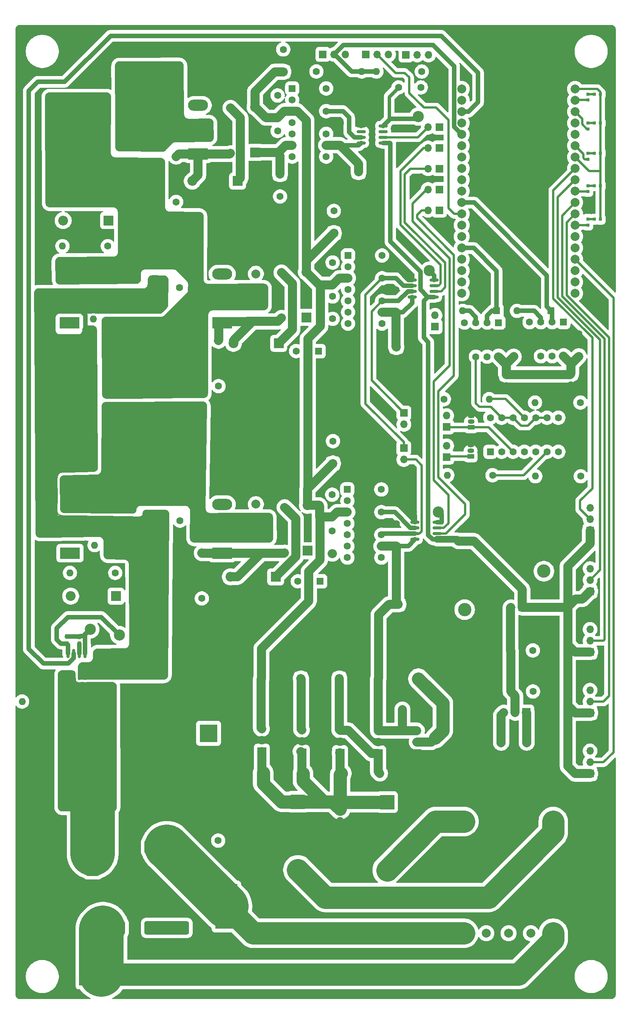
<source format=gbr>
%TF.GenerationSoftware,KiCad,Pcbnew,9.0.0*%
%TF.CreationDate,2025-12-26T21:38:47+03:00*%
%TF.ProjectId,463 term project,34363320-7465-4726-9d20-70726f6a6563,rev?*%
%TF.SameCoordinates,Original*%
%TF.FileFunction,Copper,L1,Top*%
%TF.FilePolarity,Positive*%
%FSLAX46Y46*%
G04 Gerber Fmt 4.6, Leading zero omitted, Abs format (unit mm)*
G04 Created by KiCad (PCBNEW 9.0.0) date 2025-12-26 21:38:47*
%MOMM*%
%LPD*%
G01*
G04 APERTURE LIST*
G04 Aperture macros list*
%AMRoundRect*
0 Rectangle with rounded corners*
0 $1 Rounding radius*
0 $2 $3 $4 $5 $6 $7 $8 $9 X,Y pos of 4 corners*
0 Add a 4 corners polygon primitive as box body*
4,1,4,$2,$3,$4,$5,$6,$7,$8,$9,$2,$3,0*
0 Add four circle primitives for the rounded corners*
1,1,$1+$1,$2,$3*
1,1,$1+$1,$4,$5*
1,1,$1+$1,$6,$7*
1,1,$1+$1,$8,$9*
0 Add four rect primitives between the rounded corners*
20,1,$1+$1,$2,$3,$4,$5,0*
20,1,$1+$1,$4,$5,$6,$7,0*
20,1,$1+$1,$6,$7,$8,$9,0*
20,1,$1+$1,$8,$9,$2,$3,0*%
G04 Aperture macros list end*
%TA.AperFunction,ComponentPad*%
%ADD10R,1.700000X1.700000*%
%TD*%
%TA.AperFunction,ComponentPad*%
%ADD11O,1.700000X1.700000*%
%TD*%
%TA.AperFunction,ComponentPad*%
%ADD12R,1.500000X1.050000*%
%TD*%
%TA.AperFunction,ComponentPad*%
%ADD13O,1.500000X1.050000*%
%TD*%
%TA.AperFunction,ComponentPad*%
%ADD14C,1.600000*%
%TD*%
%TA.AperFunction,ComponentPad*%
%ADD15R,1.600000X1.600000*%
%TD*%
%TA.AperFunction,ComponentPad*%
%ADD16O,1.600000X1.600000*%
%TD*%
%TA.AperFunction,ComponentPad*%
%ADD17RoundRect,0.250000X-0.550000X-0.550000X0.550000X-0.550000X0.550000X0.550000X-0.550000X0.550000X0*%
%TD*%
%TA.AperFunction,ComponentPad*%
%ADD18R,2.000000X2.000000*%
%TD*%
%TA.AperFunction,ComponentPad*%
%ADD19C,2.000000*%
%TD*%
%TA.AperFunction,SMDPad,CuDef*%
%ADD20RoundRect,0.250000X0.750000X-0.250000X0.750000X0.250000X-0.750000X0.250000X-0.750000X-0.250000X0*%
%TD*%
%TA.AperFunction,SMDPad,CuDef*%
%ADD21R,0.800000X1.000000*%
%TD*%
%TA.AperFunction,ComponentPad*%
%ADD22R,2.200000X2.200000*%
%TD*%
%TA.AperFunction,ComponentPad*%
%ADD23O,2.200000X2.200000*%
%TD*%
%TA.AperFunction,SMDPad,CuDef*%
%ADD24RoundRect,0.150000X0.150000X-0.825000X0.150000X0.825000X-0.150000X0.825000X-0.150000X-0.825000X0*%
%TD*%
%TA.AperFunction,SMDPad,CuDef*%
%ADD25R,10.000000X5.000000*%
%TD*%
%TA.AperFunction,SMDPad,CuDef*%
%ADD26R,0.800000X0.800000*%
%TD*%
%TA.AperFunction,SMDPad,CuDef*%
%ADD27R,5.000000X10.000000*%
%TD*%
%TA.AperFunction,ComponentPad*%
%ADD28R,2.000000X1.905000*%
%TD*%
%TA.AperFunction,ComponentPad*%
%ADD29O,2.000000X1.905000*%
%TD*%
%TA.AperFunction,ComponentPad*%
%ADD30R,4.500000X2.500000*%
%TD*%
%TA.AperFunction,ComponentPad*%
%ADD31O,4.500000X2.500000*%
%TD*%
%TA.AperFunction,ComponentPad*%
%ADD32R,3.200000X3.200000*%
%TD*%
%TA.AperFunction,ComponentPad*%
%ADD33O,3.200000X3.200000*%
%TD*%
%TA.AperFunction,SMDPad,CuDef*%
%ADD34RoundRect,0.150000X0.825000X0.150000X-0.825000X0.150000X-0.825000X-0.150000X0.825000X-0.150000X0*%
%TD*%
%TA.AperFunction,ComponentPad*%
%ADD35RoundRect,0.250000X0.550000X-0.550000X0.550000X0.550000X-0.550000X0.550000X-0.550000X-0.550000X0*%
%TD*%
%TA.AperFunction,ComponentPad*%
%ADD36RoundRect,0.250000X-0.550000X0.550000X-0.550000X-0.550000X0.550000X-0.550000X0.550000X0.550000X0*%
%TD*%
%TA.AperFunction,ComponentPad*%
%ADD37C,3.000000*%
%TD*%
%TA.AperFunction,ComponentPad*%
%ADD38R,1.905000X2.000000*%
%TD*%
%TA.AperFunction,ComponentPad*%
%ADD39O,1.905000X2.000000*%
%TD*%
%TA.AperFunction,ComponentPad*%
%ADD40R,4.000000X4.000000*%
%TD*%
%TA.AperFunction,ComponentPad*%
%ADD41C,4.000000*%
%TD*%
%TA.AperFunction,ComponentPad*%
%ADD42RoundRect,0.450000X1.050000X-4.550000X1.050000X4.550000X-1.050000X4.550000X-1.050000X-4.550000X0*%
%TD*%
%TA.AperFunction,ComponentPad*%
%ADD43RoundRect,0.450000X4.550000X1.050000X-4.550000X1.050000X-4.550000X-1.050000X4.550000X-1.050000X0*%
%TD*%
%TA.AperFunction,ViaPad*%
%ADD44C,2.500000*%
%TD*%
%TA.AperFunction,ViaPad*%
%ADD45C,3.000000*%
%TD*%
%TA.AperFunction,Conductor*%
%ADD46C,2.000000*%
%TD*%
%TA.AperFunction,Conductor*%
%ADD47C,1.000000*%
%TD*%
%TA.AperFunction,Conductor*%
%ADD48C,0.500000*%
%TD*%
%TA.AperFunction,Conductor*%
%ADD49C,0.800000*%
%TD*%
%TA.AperFunction,Conductor*%
%ADD50C,5.000000*%
%TD*%
%TA.AperFunction,Conductor*%
%ADD51C,10.000000*%
%TD*%
%TA.AperFunction,Conductor*%
%ADD52C,0.200000*%
%TD*%
%TA.AperFunction,Conductor*%
%ADD53C,3.000000*%
%TD*%
%TA.AperFunction,Conductor*%
%ADD54C,1.500000*%
%TD*%
G04 APERTURE END LIST*
D10*
%TO.P,J18,1,Pin_1*%
%TO.N,S1*%
X143655000Y-127710000D03*
D11*
%TO.P,J18,2,Pin_2*%
%TO.N,S4*%
X143655000Y-130250000D03*
%TD*%
D12*
%TO.P,Q1,1,C*%
%TO.N,Net-(J20-Pin_1)*%
X158684853Y-130911789D03*
D13*
%TO.P,Q1,2,B*%
%TO.N,Net-(Q1-B)*%
X158684853Y-129641789D03*
%TO.P,Q1,3,E*%
%TO.N,GND*%
X158684853Y-128371789D03*
%TD*%
D10*
%TO.P,J25,1,Pin_1*%
%TO.N,Net-(J25-Pin_1)*%
X151615000Y-77715000D03*
D11*
%TO.P,J25,2,Pin_2*%
%TO.N,S4_ISO*%
X149075000Y-77715000D03*
%TD*%
D14*
%TO.P,C39,1*%
%TO.N,+3.3V*%
X150720261Y-200424126D03*
%TO.P,C39,2*%
%TO.N,GND*%
X150720261Y-205424126D03*
%TD*%
D15*
%TO.P,C26,1*%
%TO.N,Net-(D19-K)*%
X115895000Y-74262349D03*
D14*
%TO.P,C26,2*%
%TO.N,Net-(U11-VS)*%
X115895000Y-79262349D03*
%TD*%
%TO.P,R4,1*%
%TO.N,Net-(R4-Pad1)*%
X163524853Y-141621789D03*
D16*
%TO.P,R4,2*%
%TO.N,Net-(Q2-B)*%
X153364853Y-141621789D03*
%TD*%
D14*
%TO.P,C6,1*%
%TO.N,+5V*%
X141895000Y-105137651D03*
%TO.P,C6,2*%
%TO.N,GND*%
X141895000Y-100137651D03*
%TD*%
%TO.P,R12,1*%
%TO.N,GNDPWR*%
X98365000Y-169195000D03*
D16*
%TO.P,R12,2*%
%TO.N,Net-(D17-A)*%
X98365000Y-159035000D03*
%TD*%
D14*
%TO.P,R17,1*%
%TO.N,+3.3V_Isolated*%
X147660789Y-51315000D03*
D16*
%TO.P,R17,2*%
%TO.N,Direction*%
X137500789Y-51315000D03*
%TD*%
D14*
%TO.P,C27,1*%
%TO.N,+5V*%
X129390000Y-67815000D03*
%TO.P,C27,2*%
%TO.N,GND*%
X129390000Y-62815000D03*
%TD*%
D17*
%TO.P,U4,1,LO*%
%TO.N,Net-(D15-K)*%
X131140000Y-92467651D03*
D14*
%TO.P,U4,2,COM*%
%TO.N,GNDPWR*%
X131140000Y-95007651D03*
%TO.P,U4,3,VCC*%
%TO.N,+12V*%
X131140000Y-97547651D03*
%TO.P,U4,4,NC*%
%TO.N,unconnected-(U4-NC-Pad4)*%
X131140000Y-100087651D03*
%TO.P,U4,5,VS*%
%TO.N,S3_Drain*%
X131140000Y-102627651D03*
%TO.P,U4,6,VB*%
%TO.N,Net-(D13-K)*%
X131140000Y-105167651D03*
%TO.P,U4,7,HO*%
%TO.N,Net-(D14-K)*%
X131140000Y-107707651D03*
%TO.P,U4,8,NC*%
%TO.N,unconnected-(U4-NC-Pad8)*%
X138760000Y-107707651D03*
%TO.P,U4,9,VDD*%
%TO.N,+5V*%
X138760000Y-105167651D03*
%TO.P,U4,10,HIN*%
%TO.N,S1*%
X138760000Y-102627651D03*
%TO.P,U4,11,SD*%
%TO.N,GND*%
X138760000Y-100087651D03*
%TO.P,U4,12,LIN*%
%TO.N,S3*%
X138760000Y-97547651D03*
%TO.P,U4,13,VSS*%
%TO.N,GND*%
X138760000Y-95007651D03*
%TO.P,U4,14,NC*%
%TO.N,unconnected-(U4-NC-Pad14)*%
X138760000Y-92467651D03*
%TD*%
%TO.P,C16,1*%
%TO.N,+5V*%
X141950000Y-157470000D03*
%TO.P,C16,2*%
%TO.N,GND*%
X141950000Y-152470000D03*
%TD*%
D18*
%TO.P,D11,1,K*%
%TO.N,/S4_Drain*%
X110490000Y-153205000D03*
D19*
%TO.P,D11,2,A*%
%TO.N,GNDPWR*%
X110490000Y-148125000D03*
%TD*%
D15*
%TO.P,C28,1*%
%TO.N,+5V*%
X133515000Y-73792349D03*
D14*
%TO.P,C28,2*%
%TO.N,GND*%
X133515000Y-78792349D03*
%TD*%
%TO.P,C18,1*%
%TO.N,Current_Sense_out*%
X88465000Y-151785000D03*
%TO.P,C18,2*%
%TO.N,GNDPWR*%
X93465000Y-151785000D03*
%TD*%
D17*
%TO.P,U5,1,LO*%
%TO.N,Net-(D17-K)*%
X130985000Y-144815000D03*
D14*
%TO.P,U5,2,COM*%
%TO.N,GNDPWR*%
X130985000Y-147355000D03*
%TO.P,U5,3,VCC*%
%TO.N,+12V*%
X130985000Y-149895000D03*
%TO.P,U5,4,NC*%
%TO.N,unconnected-(U5-NC-Pad4)*%
X130985000Y-152435000D03*
%TO.P,U5,5,VS*%
%TO.N,/S4_Drain*%
X130985000Y-154975000D03*
%TO.P,U5,6,VB*%
%TO.N,Net-(D18-K)*%
X130985000Y-157515000D03*
%TO.P,U5,7,HO*%
%TO.N,Net-(D16-K)*%
X130985000Y-160055000D03*
%TO.P,U5,8,NC*%
%TO.N,unconnected-(U5-NC-Pad8)*%
X138605000Y-160055000D03*
%TO.P,U5,9,VDD*%
%TO.N,+5V*%
X138605000Y-157515000D03*
%TO.P,U5,10,HIN*%
%TO.N,S2*%
X138605000Y-154975000D03*
%TO.P,U5,11,SD*%
%TO.N,GND*%
X138605000Y-152435000D03*
%TO.P,U5,12,LIN*%
%TO.N,S4*%
X138605000Y-149895000D03*
%TO.P,U5,13,VSS*%
%TO.N,GND*%
X138605000Y-147355000D03*
%TO.P,U5,14,NC*%
%TO.N,unconnected-(U5-NC-Pad14)*%
X138605000Y-144815000D03*
%TD*%
D20*
%TO.P,J14,1,Pin_1*%
%TO.N,+5V_Isolated*%
X165449036Y-201476648D03*
%TD*%
D10*
%TO.P,J19,1,Pin_1*%
%TO.N,Net-(J19-Pin_1)*%
X153234853Y-137596789D03*
D11*
%TO.P,J19,2,Pin_2*%
%TO.N,S3*%
X153234853Y-135056789D03*
%TD*%
D14*
%TO.P,C32,1*%
%TO.N,Net-(D24-K)*%
X121065000Y-208405000D03*
%TO.P,C32,2*%
%TO.N,GND*%
X126065000Y-208405000D03*
%TD*%
D21*
%TO.P,C20,1*%
%TO.N,Net-(U6-FILTER)*%
X70965000Y-179365000D03*
%TO.P,C20,2*%
%TO.N,DGND_Isolated*%
X70965000Y-177765000D03*
%TD*%
%TO.P,C21,1*%
%TO.N,+5V_Isolated*%
X68105000Y-179315000D03*
%TO.P,C21,2*%
%TO.N,DGND_Isolated*%
X68105000Y-177715000D03*
%TD*%
D14*
%TO.P,R16,1*%
%TO.N,DGND_Isolated*%
X124050789Y-51305000D03*
D16*
%TO.P,R16,2*%
%TO.N,Direction*%
X134210789Y-51305000D03*
%TD*%
D20*
%TO.P,J15,1,Pin_1*%
%TO.N,DGND_Isolated*%
X171169036Y-201476648D03*
%TD*%
D14*
%TO.P,C19,1*%
%TO.N,Current_Sense_out*%
X88355000Y-99655000D03*
%TO.P,C19,2*%
%TO.N,GNDPWR*%
X93355000Y-99655000D03*
%TD*%
%TO.P,R6,1*%
%TO.N,Net-(D14-K)*%
X77295000Y-90385000D03*
D16*
%TO.P,R6,2*%
%TO.N,Net-(D14-A)*%
X67135000Y-90385000D03*
%TD*%
D14*
%TO.P,R1,1*%
%TO.N,+5V*%
X183275000Y-141865000D03*
D16*
%TO.P,R1,2*%
%TO.N,Net-(R1-Pad2)*%
X173115000Y-141865000D03*
%TD*%
D14*
%TO.P,C30,1*%
%TO.N,Net-(D24-K)*%
X129635000Y-208375000D03*
%TO.P,C30,2*%
%TO.N,GND*%
X134635000Y-208375000D03*
%TD*%
D22*
%TO.P,D19,1,K*%
%TO.N,Net-(D19-K)*%
X110305000Y-69405000D03*
D23*
%TO.P,D19,2,A*%
%TO.N,+12V*%
X110305000Y-59245000D03*
%TD*%
D24*
%TO.P,U6,1,IP+*%
%TO.N,DC_200V*%
X68405000Y-186450000D03*
%TO.P,U6,2,IP+*%
X69675000Y-186450000D03*
%TO.P,U6,3,IP-*%
%TO.N,Current_Sense_out*%
X70945000Y-186450000D03*
%TO.P,U6,4,IP-*%
X72215000Y-186450000D03*
%TO.P,U6,5,GND*%
%TO.N,DGND_Isolated*%
X72215000Y-181500000D03*
%TO.P,U6,6,FILTER*%
%TO.N,Net-(U6-FILTER)*%
X70945000Y-181500000D03*
%TO.P,U6,7,VIOUT*%
%TO.N,I_meas*%
X69675000Y-181500000D03*
%TO.P,U6,8,VCC*%
%TO.N,+5V_Isolated*%
X68405000Y-181500000D03*
%TD*%
D14*
%TO.P,C43,1*%
%TO.N,+3.3V_Isolated*%
X147460789Y-54865000D03*
%TO.P,C43,2*%
%TO.N,DGND_Isolated*%
X142460789Y-54865000D03*
%TD*%
%TO.P,C10,1*%
%TO.N,+12V*%
X127675000Y-99037651D03*
%TO.P,C10,2*%
%TO.N,GNDPWR*%
X127675000Y-94037651D03*
%TD*%
D15*
%TO.P,C2,1*%
%TO.N,+5V*%
X166575000Y-119100000D03*
D14*
%TO.P,C2,2*%
%TO.N,GND*%
X166575000Y-121600000D03*
%TD*%
%TO.P,R15,1*%
%TO.N,GNDPWR*%
X92625000Y-80485000D03*
D16*
%TO.P,R15,2*%
%TO.N,Net-(D20-A)*%
X92625000Y-70325000D03*
%TD*%
D15*
%TO.P,C42,1*%
%TO.N,Net-(J1-Pin_2)*%
X167546385Y-180826648D03*
D14*
%TO.P,C42,2*%
%TO.N,DGND_Isolated*%
X172546385Y-180826648D03*
%TD*%
D25*
%TO.P,J13,1,Pin_1*%
%TO.N,Q11_Drain*%
X85455000Y-52705000D03*
%TD*%
D22*
%TO.P,D20,1,K*%
%TO.N,Net-(D20-K)*%
X106395000Y-75825000D03*
D23*
%TO.P,D20,2,A*%
%TO.N,Net-(D20-A)*%
X96235000Y-75825000D03*
%TD*%
D26*
%TO.P,R32,1*%
%TO.N,/LED_brake*%
X184865000Y-64165000D03*
%TO.P,R32,2*%
%TO.N,Net-(D23-A)*%
X184865000Y-62865000D03*
%TD*%
D14*
%TO.P,R3,1*%
%TO.N,Net-(Q1-B)*%
X152615000Y-124615000D03*
D16*
%TO.P,R3,2*%
%TO.N,Net-(R3-Pad2)*%
X162775000Y-124615000D03*
%TD*%
D14*
%TO.P,C24,1*%
%TO.N,+12V*%
X115350000Y-61655000D03*
%TO.P,C24,2*%
%TO.N,GNDPWR*%
X115350000Y-56655000D03*
%TD*%
D18*
%TO.P,T2,1,SD*%
%TO.N,Net-(D5-A)*%
X177115000Y-219115000D03*
D19*
%TO.P,T2,2,SC*%
%TO.N,GND*%
X172115000Y-219115000D03*
%TO.P,T2,4,SB*%
X162115000Y-219115000D03*
%TO.P,T2,5,SA*%
%TO.N,Net-(D24-A)*%
X157115000Y-219115000D03*
%TO.P,T2,6,AA*%
%TO.N,220V_Neutral*%
X157115000Y-244115000D03*
%TO.P,T2,7*%
%TO.N,N/C*%
X162115000Y-244115000D03*
%TO.P,T2,8*%
X167115000Y-244115000D03*
%TO.P,T2,9*%
X172115000Y-244115000D03*
%TO.P,T2,10,AB*%
%TO.N,220V_Line*%
X177115000Y-244115000D03*
%TD*%
D15*
%TO.P,C29,1*%
%TO.N,Net-(D24-K)*%
X129365000Y-216365000D03*
D14*
%TO.P,C29,2*%
%TO.N,GND*%
X129365000Y-218865000D03*
%TD*%
%TO.P,R18,1*%
%TO.N,GNDPWR*%
X102035000Y-223365000D03*
D16*
%TO.P,R18,2*%
%TO.N,GND*%
X112195000Y-223365000D03*
%TD*%
D17*
%TO.P,U11,1,LO*%
%TO.N,Net-(D20-K)*%
X118620000Y-55095000D03*
D14*
%TO.P,U11,2,COM*%
%TO.N,GNDPWR*%
X118620000Y-57635000D03*
%TO.P,U11,3,VCC*%
%TO.N,+12V*%
X118620000Y-60175000D03*
%TO.P,U11,4,NC*%
%TO.N,unconnected-(U11-NC-Pad4)*%
X118620000Y-62715000D03*
%TO.P,U11,5,VS*%
%TO.N,Net-(U11-VS)*%
X118620000Y-65255000D03*
%TO.P,U11,6,VB*%
%TO.N,Net-(D19-K)*%
X118620000Y-67795000D03*
%TO.P,U11,7,HO*%
%TO.N,unconnected-(U11-HO-Pad7)*%
X118620000Y-70335000D03*
%TO.P,U11,8,NC*%
%TO.N,unconnected-(U11-NC-Pad8)*%
X126240000Y-70335000D03*
%TO.P,U11,9,VDD*%
%TO.N,+5V*%
X126240000Y-67795000D03*
%TO.P,U11,10,HIN*%
%TO.N,unconnected-(U11-HIN-Pad10)*%
X126240000Y-65255000D03*
%TO.P,U11,11,SD*%
%TO.N,GND*%
X126240000Y-62715000D03*
%TO.P,U11,12,LIN*%
%TO.N,S_brake*%
X126240000Y-60175000D03*
%TO.P,U11,13,VSS*%
%TO.N,GND*%
X126240000Y-57635000D03*
%TO.P,U11,14,NC*%
%TO.N,unconnected-(U11-NC-Pad14)*%
X126240000Y-55095000D03*
%TD*%
D10*
%TO.P,RV1,1,1*%
%TO.N,+3.3V_Isolated*%
X135142919Y-47513046D03*
D11*
%TO.P,RV1,2,2*%
%TO.N,POT*%
X137682919Y-47513046D03*
%TO.P,RV1,3,3*%
%TO.N,DGND_Isolated*%
X140222919Y-47513046D03*
%TD*%
D22*
%TO.P,D16,1,K*%
%TO.N,Net-(D16-K)*%
X79145000Y-168685000D03*
D23*
%TO.P,D16,2,A*%
%TO.N,Net-(D16-A)*%
X68985000Y-168685000D03*
%TD*%
D10*
%TO.P,U18,1,Vcc*%
%TO.N,+3.3V_Isolated*%
X185365000Y-208405000D03*
X185365000Y-194805000D03*
X185365000Y-181205000D03*
X185365000Y-167605000D03*
X185365000Y-154005000D03*
D11*
%TO.P,U18,2,S1*%
%TO.N,Button1*%
X185365000Y-205865000D03*
%TO.P,U18,3,GND*%
%TO.N,DGND_Isolated*%
X185365000Y-203325000D03*
X185365000Y-189725000D03*
X185365000Y-176125000D03*
X185365000Y-162525000D03*
X185365000Y-148925000D03*
%TO.P,U18,4,S2*%
%TO.N,Button2*%
X185365000Y-192265000D03*
%TO.P,U18,5,S3*%
%TO.N,Button3*%
X185365000Y-178665000D03*
%TO.P,U18,6,S4*%
%TO.N,Button4*%
X185365000Y-165065000D03*
%TO.P,U18,7,S5*%
%TO.N,Button5*%
X185365000Y-151465000D03*
%TD*%
D14*
%TO.P,C31,1*%
%TO.N,Net-(D24-K)*%
X112125000Y-208175000D03*
%TO.P,C31,2*%
%TO.N,GND*%
X117125000Y-208175000D03*
%TD*%
D27*
%TO.P,J8,1,Pin_1*%
%TO.N,220V_Neutral*%
X103865000Y-238115000D03*
%TD*%
D15*
%TO.P,C9,1*%
%TO.N,Net-(D13-K)*%
X124517651Y-113865000D03*
D14*
%TO.P,C9,2*%
%TO.N,S3_Drain*%
X119517651Y-113865000D03*
%TD*%
D28*
%TO.P,U20,1,VI*%
%TO.N,Net-(D24-K)*%
X111811113Y-203465000D03*
D29*
%TO.P,U20,2,GND*%
%TO.N,GND*%
X111811113Y-200925000D03*
%TO.P,U20,3,VO*%
%TO.N,+12V*%
X111811113Y-198385000D03*
%TD*%
D14*
%TO.P,R7,1*%
%TO.N,GNDPWR*%
X102115000Y-121695000D03*
D16*
%TO.P,R7,2*%
%TO.N,Net-(D15-A)*%
X102115000Y-111535000D03*
%TD*%
D22*
%TO.P,D13,1,K*%
%TO.N,Net-(D13-K)*%
X121795000Y-106325000D03*
D23*
%TO.P,D13,2,A*%
%TO.N,+12V*%
X121795000Y-96165000D03*
%TD*%
D30*
%TO.P,Q9,1,G*%
%TO.N,Net-(D16-A)*%
X68845000Y-159065000D03*
D31*
%TO.P,Q9,2,D*%
%TO.N,Current_Sense_out*%
X68845000Y-153615000D03*
%TO.P,Q9,3,S*%
%TO.N,/S4_Drain*%
X68845000Y-148165000D03*
%TD*%
D32*
%TO.P,D24,1,K*%
%TO.N,Net-(D24-K)*%
X139895000Y-214765000D03*
D33*
%TO.P,D24,2,A*%
%TO.N,Net-(D24-A)*%
X139895000Y-230005000D03*
%TD*%
D28*
%TO.P,U19,1,VI*%
%TO.N,Net-(D24-K)*%
X129356113Y-203815000D03*
D29*
%TO.P,U19,2,GND*%
%TO.N,GND*%
X129356113Y-201275000D03*
%TO.P,U19,3,VO*%
%TO.N,Net-(U12-VI)*%
X129356113Y-198735000D03*
%TD*%
D22*
%TO.P,D18,1,K*%
%TO.N,Net-(D18-K)*%
X122045000Y-158530000D03*
D23*
%TO.P,D18,2,A*%
%TO.N,+12V*%
X122045000Y-148370000D03*
%TD*%
D15*
%TO.P,C34,1*%
%TO.N,+12V*%
X111749698Y-187165000D03*
D14*
%TO.P,C34,2*%
%TO.N,GND*%
X116749698Y-187165000D03*
%TD*%
%TO.P,R2,1*%
%TO.N,+5V*%
X183195000Y-125365000D03*
D16*
%TO.P,R2,2*%
%TO.N,Net-(R2-Pad2)*%
X173035000Y-125365000D03*
%TD*%
D15*
%TO.P,C25,1*%
%TO.N,+12V*%
X116615000Y-51365000D03*
D14*
%TO.P,C25,2*%
%TO.N,GNDPWR*%
X116615000Y-46365000D03*
%TD*%
D10*
%TO.P,J7,1,Pin_1*%
%TO.N,S3*%
X143625000Y-135590000D03*
D11*
%TO.P,J7,2,Pin_2*%
%TO.N,S2*%
X143625000Y-138130000D03*
%TD*%
D26*
%TO.P,D23,1,K*%
%TO.N,DGND_Isolated*%
X187665000Y-62865000D03*
%TO.P,D23,2,A*%
%TO.N,Net-(D23-A)*%
X186365000Y-62865000D03*
%TD*%
D27*
%TO.P,J10,1,Pin_1*%
%TO.N,S3_Drain*%
X84215000Y-117365000D03*
%TD*%
D10*
%TO.P,J24,1,Pin_1*%
%TO.N,Net-(J24-Pin_1)*%
X151615000Y-73065000D03*
D11*
%TO.P,J24,2,Pin_2*%
%TO.N,S1_ISO*%
X149075000Y-73065000D03*
%TD*%
D14*
%TO.P,C37,1*%
%TO.N,+5V*%
X143320261Y-194064126D03*
%TO.P,C37,2*%
%TO.N,GND*%
X148320261Y-194064126D03*
%TD*%
D26*
%TO.P,D21,1,K*%
%TO.N,DGND_Isolated*%
X187665000Y-76865000D03*
%TO.P,D21,2,A*%
%TO.N,Net-(D21-A)*%
X186365000Y-76865000D03*
%TD*%
D14*
%TO.P,C1,1*%
%TO.N,+5V*%
X182835000Y-115027500D03*
%TO.P,C1,2*%
%TO.N,GND*%
X182835000Y-110027500D03*
%TD*%
D34*
%TO.P,U10,1,VDD1*%
%TO.N,+3.3V_Isolated*%
X139005000Y-67280000D03*
%TO.P,U10,2,VIA*%
%TO.N,S_brake_ISO*%
X139005000Y-66010000D03*
%TO.P,U10,3,VIB*%
%TO.N,unconnected-(U10-VIB-Pad3)*%
X139005000Y-64740000D03*
%TO.P,U10,4,GND1*%
%TO.N,DGND_Isolated*%
X139005000Y-63470000D03*
%TO.P,U10,5,GND2*%
%TO.N,GND*%
X134055000Y-63470000D03*
%TO.P,U10,6,VOB*%
%TO.N,unconnected-(U10-VOB-Pad6)*%
X134055000Y-64740000D03*
%TO.P,U10,7,VOA*%
%TO.N,S_brake*%
X134055000Y-66010000D03*
%TO.P,U10,8,VDD2*%
%TO.N,+5V*%
X134055000Y-67280000D03*
%TD*%
D14*
%TO.P,R8,1*%
%TO.N,S3_Drain*%
X74095000Y-96555000D03*
D16*
%TO.P,R8,2*%
%TO.N,Net-(D14-A)*%
X74095000Y-106715000D03*
%TD*%
D35*
%TO.P,U3,1*%
%TO.N,Net-(R1-Pad2)*%
X163014853Y-136381789D03*
D14*
%TO.P,U3,2*%
X165554853Y-136381789D03*
%TO.P,U3,3*%
%TO.N,Net-(J20-Pin_1)*%
X168094853Y-136381789D03*
%TO.P,U3,4*%
%TO.N,Net-(R1-Pad2)*%
X170634853Y-136381789D03*
%TO.P,U3,5*%
X173174853Y-136381789D03*
%TO.P,U3,6*%
%TO.N,Net-(R4-Pad1)*%
X175714853Y-136381789D03*
%TO.P,U3,7*%
%TO.N,N/C*%
X178254853Y-136381789D03*
%TO.P,U3,8*%
%TO.N,Net-(J19-Pin_1)*%
X178254853Y-128761789D03*
%TO.P,U3,9*%
%TO.N,Net-(R2-Pad2)*%
X175714853Y-128761789D03*
%TO.P,U3,10*%
X173174853Y-128761789D03*
%TO.P,U3,11*%
%TO.N,Net-(R3-Pad2)*%
X170634853Y-128761789D03*
%TO.P,U3,12*%
%TO.N,Net-(R2-Pad2)*%
X168094853Y-128761789D03*
%TO.P,U3,13*%
X165554853Y-128761789D03*
%TO.P,U3,14*%
%TO.N,N/C*%
X163014853Y-128761789D03*
%TD*%
D15*
%TO.P,C17,1*%
%TO.N,+5V*%
X142415000Y-170515000D03*
D14*
%TO.P,C17,2*%
%TO.N,GND*%
X142415000Y-175515000D03*
%TD*%
D26*
%TO.P,R28,1*%
%TO.N,/LED*%
X184865000Y-57665000D03*
%TO.P,R28,2*%
%TO.N,Net-(D6-A)*%
X184865000Y-56365000D03*
%TD*%
%TO.P,D22,1,K*%
%TO.N,DGND_Isolated*%
X187665000Y-69615000D03*
%TO.P,D22,2,A*%
%TO.N,Net-(D22-A)*%
X186365000Y-69615000D03*
%TD*%
D27*
%TO.P,J11,1,Pin_1*%
%TO.N,/S4_Drain*%
X84675000Y-133685000D03*
%TD*%
D10*
%TO.P,J26,1,Pin_1*%
%TO.N,Net-(J26-Pin_1)*%
X151615000Y-82365000D03*
D11*
%TO.P,J26,2,Pin_2*%
%TO.N,S2_ISO*%
X149075000Y-82365000D03*
%TD*%
D36*
%TO.P,U1,1,NC*%
%TO.N,unconnected-(U1-NC-Pad1)*%
X179425000Y-107392500D03*
D14*
%TO.P,U1,2*%
%TO.N,H_IN*%
X176885000Y-107392500D03*
%TO.P,U1,3*%
%TO.N,Net-(D3-A)*%
X174345000Y-107392500D03*
%TO.P,U1,4,NC*%
%TO.N,unconnected-(U1-NC-Pad4)*%
X171805000Y-107392500D03*
%TO.P,U1,5*%
%TO.N,GND*%
X171805000Y-115012500D03*
%TO.P,U1,6*%
%TO.N,Net-(R1-Pad2)*%
X174345000Y-115012500D03*
%TO.P,U1,7*%
%TO.N,unconnected-(U1-Pad7)*%
X176885000Y-115012500D03*
%TO.P,U1,8*%
%TO.N,+5V*%
X179425000Y-115012500D03*
%TD*%
D37*
%TO.P,J5,1,Pin_1*%
%TO.N,S3_Drain*%
X90115000Y-116365000D03*
X90115000Y-121365000D03*
X97115000Y-116365000D03*
X97115000Y-121365000D03*
%TD*%
D14*
%TO.P,C23,1*%
%TO.N,Net-(D19-K)*%
X115350000Y-69595000D03*
%TO.P,C23,2*%
%TO.N,Net-(U11-VS)*%
X115350000Y-64595000D03*
%TD*%
D26*
%TO.P,D10,1,K*%
%TO.N,DGND_Isolated*%
X187665000Y-84365000D03*
%TO.P,D10,2,A*%
%TO.N,Net-(D10-A)*%
X186365000Y-84365000D03*
%TD*%
D19*
%TO.P,U7,1,3V3*%
%TO.N,+3.3V_Isolated*%
X156625000Y-55225000D03*
%TO.P,U7,2,EN*%
%TO.N,unconnected-(U7-EN-Pad2)*%
X156625000Y-57765000D03*
%TO.P,U7,3,IO36*%
%TO.N,I_meas*%
X156625000Y-60305000D03*
%TO.P,U7,4,IO39*%
%TO.N,Speed_meas*%
X156625000Y-62845000D03*
%TO.P,U7,5,IO34*%
%TO.N,Direction*%
X156625000Y-65385000D03*
%TO.P,U7,6,IO35*%
%TO.N,Net-(J22-Pin_1)*%
X156625000Y-67925000D03*
%TO.P,U7,7,IO32*%
%TO.N,Net-(J23-Pin_1)*%
X156625000Y-70465000D03*
%TO.P,U7,8,IO33*%
%TO.N,Net-(J24-Pin_1)*%
X156625000Y-73005000D03*
%TO.P,U7,9,IO25*%
%TO.N,Net-(J25-Pin_1)*%
X156625000Y-75545000D03*
%TO.P,U7,10,IO26*%
%TO.N,Net-(J26-Pin_1)*%
X156625000Y-78085000D03*
%TO.P,U7,11,IO27*%
%TO.N,H_IN*%
X156625000Y-80625000D03*
%TO.P,U7,12,IO14*%
%TO.N,POT*%
X156625000Y-83165000D03*
%TO.P,U7,13,IO12*%
%TO.N,unconnected-(U7-IO12-Pad13)*%
X156625000Y-85705000D03*
%TO.P,U7,14,GND*%
%TO.N,DGND_Isolated*%
X156625000Y-88245000D03*
%TO.P,U7,15,IO13*%
%TO.N,L_IN*%
X156625000Y-90785000D03*
%TO.P,U7,16,IO9*%
%TO.N,unconnected-(U7-IO9-Pad16)*%
X156625000Y-93325000D03*
%TO.P,U7,17,IO10*%
%TO.N,unconnected-(U7-IO10-Pad17)*%
X156625000Y-95865000D03*
%TO.P,U7,18,IO11*%
%TO.N,unconnected-(U7-IO11-Pad18)*%
X156625000Y-98405000D03*
%TO.P,U7,19,5V*%
%TO.N,Net-(J21-Pin_2)*%
X156625000Y-100945000D03*
%TO.P,U7,20,IO6*%
%TO.N,unconnected-(U7-IO6-Pad20)*%
X182025000Y-100945000D03*
%TO.P,U7,21,IO7*%
%TO.N,unconnected-(U7-IO7-Pad21)*%
X182025000Y-98405000D03*
%TO.P,U7,22,IO8*%
%TO.N,unconnected-(U7-IO8-Pad22)*%
X182025000Y-95865000D03*
%TO.P,U7,23,IO15*%
%TO.N,Button1*%
X182025000Y-93325000D03*
%TO.P,U7,24,IO2*%
%TO.N,unconnected-(U7-IO2-Pad24)*%
X182025000Y-90785000D03*
%TO.P,U7,25,IO0*%
%TO.N,unconnected-(U7-IO0-Pad25)*%
X182025000Y-88245000D03*
%TO.P,U7,26,IO4*%
%TO.N,/LED_cw*%
X182025000Y-85705000D03*
%TO.P,U7,27,IO16*%
%TO.N,Button2*%
X182025000Y-83165000D03*
%TO.P,U7,28,IO17*%
%TO.N,Button3*%
X182025000Y-80625000D03*
%TO.P,U7,29,IO5*%
%TO.N,/LED_ccw*%
X182025000Y-78085000D03*
%TO.P,U7,30,IO18*%
%TO.N,Button4*%
X182025000Y-75545000D03*
%TO.P,U7,31,IO19*%
%TO.N,Button5*%
X182025000Y-73005000D03*
%TO.P,U7,32,GND*%
%TO.N,DGND_Isolated*%
X182025000Y-70465000D03*
%TO.P,U7,33,IO21*%
%TO.N,/LED_debug*%
X182025000Y-67925000D03*
%TO.P,U7,34,IO3*%
%TO.N,unconnected-(U7-IO3-Pad34)*%
X182025000Y-65385000D03*
%TO.P,U7,35,IO1*%
%TO.N,unconnected-(U7-IO1-Pad35)*%
X182025000Y-62845000D03*
%TO.P,U7,36,IO22*%
%TO.N,/LED_brake*%
X182025000Y-60305000D03*
%TO.P,U7,37,IO23*%
%TO.N,/LED*%
X182025000Y-57765000D03*
%TO.P,U7,38,GND*%
%TO.N,DGND_Isolated*%
X182025000Y-55225000D03*
%TD*%
D26*
%TO.P,R29,1*%
%TO.N,/LED_cw*%
X184865000Y-85665000D03*
%TO.P,R29,2*%
%TO.N,Net-(D10-A)*%
X184865000Y-84365000D03*
%TD*%
D34*
%TO.P,U9,1,VDD1*%
%TO.N,+3.3V_Isolated*%
X150435000Y-101747651D03*
%TO.P,U9,2,VIA*%
%TO.N,S1_ISO*%
X150435000Y-100477651D03*
%TO.P,U9,3,VIB*%
%TO.N,S3_ISO*%
X150435000Y-99207651D03*
%TO.P,U9,4,GND1*%
%TO.N,DGND_Isolated*%
X150435000Y-97937651D03*
%TO.P,U9,5,GND2*%
%TO.N,GND*%
X145485000Y-97937651D03*
%TO.P,U9,6,VOB*%
%TO.N,S3*%
X145485000Y-99207651D03*
%TO.P,U9,7,VOA*%
%TO.N,S1*%
X145485000Y-100477651D03*
%TO.P,U9,8,VDD2*%
%TO.N,+5V*%
X145485000Y-101747651D03*
%TD*%
D22*
%TO.P,D17,1,K*%
%TO.N,Net-(D17-K)*%
X114945000Y-164365000D03*
D23*
%TO.P,D17,2,A*%
%TO.N,Net-(D17-A)*%
X104785000Y-164365000D03*
%TD*%
D15*
%TO.P,C13,1*%
%TO.N,Net-(D18-K)*%
X124865000Y-165365000D03*
D14*
%TO.P,C13,2*%
%TO.N,/S4_Drain*%
X119865000Y-165365000D03*
%TD*%
D10*
%TO.P,J22,1,Pin_1*%
%TO.N,Net-(J22-Pin_1)*%
X151615000Y-63765000D03*
D11*
%TO.P,J22,2,Pin_2*%
%TO.N,S_brake_ISO*%
X149075000Y-63765000D03*
%TD*%
D38*
%TO.P,U17,1,GND*%
%TO.N,DGND_Isolated*%
X171119036Y-194771648D03*
D39*
%TO.P,U17,2,VO*%
%TO.N,Net-(J1-Pin_2)*%
X168579036Y-194771648D03*
%TO.P,U17,3,VI*%
%TO.N,+5V_Isolated*%
X166039036Y-194771648D03*
%TD*%
D14*
%TO.P,R5,1*%
%TO.N,Net-(D15-K)*%
X116215000Y-96295000D03*
D16*
%TO.P,R5,2*%
%TO.N,Net-(D15-A)*%
X116215000Y-106455000D03*
%TD*%
D36*
%TO.P,U2,1,NC*%
%TO.N,unconnected-(U2-NC-Pad1)*%
X164865000Y-107495000D03*
D14*
%TO.P,U2,2*%
%TO.N,L_IN*%
X162325000Y-107495000D03*
%TO.P,U2,3*%
%TO.N,Net-(D4-A)*%
X159785000Y-107495000D03*
%TO.P,U2,4,NC*%
%TO.N,unconnected-(U2-NC-Pad4)*%
X157245000Y-107495000D03*
%TO.P,U2,5*%
%TO.N,GND*%
X157245000Y-115115000D03*
%TO.P,U2,6*%
%TO.N,Net-(R2-Pad2)*%
X159785000Y-115115000D03*
%TO.P,U2,7*%
%TO.N,unconnected-(U2-Pad7)*%
X162325000Y-115115000D03*
%TO.P,U2,8*%
%TO.N,+5V*%
X164865000Y-115115000D03*
%TD*%
D26*
%TO.P,R31,1*%
%TO.N,/LED_debug*%
X184865000Y-70915000D03*
%TO.P,R31,2*%
%TO.N,Net-(D22-A)*%
X184865000Y-69615000D03*
%TD*%
D18*
%TO.P,D8,1,K*%
%TO.N,Current_Sense_out*%
X80680000Y-153205000D03*
D19*
%TO.P,D8,2,A*%
%TO.N,/S4_Drain*%
X80680000Y-148125000D03*
%TD*%
D26*
%TO.P,R30,1*%
%TO.N,/LED_ccw*%
X184865000Y-78165000D03*
%TO.P,R30,2*%
%TO.N,Net-(D21-A)*%
X184865000Y-76865000D03*
%TD*%
D37*
%TO.P,J2,1,Pin_1*%
%TO.N,S3_Drain*%
X66995000Y-66085000D03*
X71995000Y-66085000D03*
X66995000Y-59085000D03*
X71995000Y-59085000D03*
%TD*%
D10*
%TO.P,J21,1,Pin_1*%
%TO.N,+5V_Isolated*%
X150615000Y-108405000D03*
D11*
%TO.P,J21,2,Pin_2*%
%TO.N,Net-(J21-Pin_2)*%
X150615000Y-105865000D03*
%TD*%
D40*
%TO.P,C22,1*%
%TO.N,GNDPWR*%
X99865000Y-199365000D03*
D41*
%TO.P,C22,2*%
%TO.N,DC_200V*%
X75865000Y-199365000D03*
%TD*%
D34*
%TO.P,U8,1,VDD1*%
%TO.N,+3.3V_Isolated*%
X151075000Y-155980000D03*
%TO.P,U8,2,VIA*%
%TO.N,S2_ISO*%
X151075000Y-154710000D03*
%TO.P,U8,3,VIB*%
%TO.N,S4_ISO*%
X151075000Y-153440000D03*
%TO.P,U8,4,GND1*%
%TO.N,DGND_Isolated*%
X151075000Y-152170000D03*
%TO.P,U8,5,GND2*%
%TO.N,GND*%
X146125000Y-152170000D03*
%TO.P,U8,6,VOB*%
%TO.N,S4*%
X146125000Y-153440000D03*
%TO.P,U8,7,VOA*%
%TO.N,S2*%
X146125000Y-154710000D03*
%TO.P,U8,8,VDD2*%
%TO.N,+5V*%
X146125000Y-155980000D03*
%TD*%
D30*
%TO.P,Q7,1,G*%
%TO.N,Net-(D15-A)*%
X102935000Y-107515000D03*
D31*
%TO.P,Q7,2,D*%
%TO.N,S3_Drain*%
X102935000Y-102065000D03*
%TO.P,Q7,3,S*%
%TO.N,GNDPWR*%
X102935000Y-96615000D03*
%TD*%
D15*
%TO.P,D4,1,K*%
%TO.N,L_IN*%
X164425000Y-104865000D03*
D16*
%TO.P,D4,2,A*%
%TO.N,Net-(D4-A)*%
X156805000Y-104865000D03*
%TD*%
D15*
%TO.P,D3,1,K*%
%TO.N,H_IN*%
X176615000Y-104865000D03*
D16*
%TO.P,D3,2,A*%
%TO.N,Net-(D3-A)*%
X168995000Y-104865000D03*
%TD*%
D14*
%TO.P,C8,1*%
%TO.N,Net-(D13-K)*%
X127675000Y-106637651D03*
%TO.P,C8,2*%
%TO.N,S3_Drain*%
X127675000Y-101637651D03*
%TD*%
D30*
%TO.P,Q11,1,G*%
%TO.N,Net-(D20-A)*%
X97555000Y-69775000D03*
D31*
%TO.P,Q11,2,D*%
%TO.N,Q11_Drain*%
X97555000Y-64325000D03*
%TO.P,Q11,3,S*%
%TO.N,GNDPWR*%
X97555000Y-58875000D03*
%TD*%
D22*
%TO.P,D15,1,K*%
%TO.N,Net-(D15-K)*%
X115615000Y-112115000D03*
D23*
%TO.P,D15,2,A*%
%TO.N,Net-(D15-A)*%
X105455000Y-112115000D03*
%TD*%
D14*
%TO.P,R14,1*%
%TO.N,Net-(D20-K)*%
X104815000Y-59465000D03*
D16*
%TO.P,R14,2*%
%TO.N,Net-(D20-A)*%
X104815000Y-69625000D03*
%TD*%
D15*
%TO.P,C33,1*%
%TO.N,Net-(U12-VI)*%
X129192349Y-187145000D03*
D14*
%TO.P,C33,2*%
%TO.N,GND*%
X134192349Y-187145000D03*
%TD*%
D15*
%TO.P,C7,1*%
%TO.N,+5V*%
X141945000Y-112932349D03*
D14*
%TO.P,C7,2*%
%TO.N,GND*%
X141945000Y-117932349D03*
%TD*%
D22*
%TO.P,D14,1,K*%
%TO.N,Net-(D14-K)*%
X77465000Y-84645000D03*
D23*
%TO.P,D14,2,A*%
%TO.N,Net-(D14-A)*%
X67305000Y-84645000D03*
%TD*%
D15*
%TO.P,C40,1*%
%TO.N,+3.3V*%
X146915000Y-187175000D03*
D14*
%TO.P,C40,2*%
%TO.N,GND*%
X151915000Y-187175000D03*
%TD*%
D18*
%TO.P,D7,1,K*%
%TO.N,Current_Sense_out*%
X80680000Y-101655000D03*
D19*
%TO.P,D7,2,A*%
%TO.N,S3_Drain*%
X80680000Y-96575000D03*
%TD*%
D18*
%TO.P,D12,1,K*%
%TO.N,S3_Drain*%
X110490000Y-101655000D03*
D19*
%TO.P,D12,2,A*%
%TO.N,GNDPWR*%
X110490000Y-96575000D03*
%TD*%
D14*
%TO.P,R13,1*%
%TO.N,DC_200V*%
X68265000Y-192265000D03*
D16*
%TO.P,R13,2*%
%TO.N,GNDPWR*%
X58105000Y-192265000D03*
%TD*%
D25*
%TO.P,J9,1,Pin_1*%
%TO.N,220V_Line*%
X75865000Y-253365000D03*
%TD*%
D26*
%TO.P,D6,1,K*%
%TO.N,DGND_Isolated*%
X187665000Y-56365000D03*
%TO.P,D6,2,A*%
%TO.N,Net-(D6-A)*%
X186365000Y-56365000D03*
%TD*%
D28*
%TO.P,U16,1,GND*%
%TO.N,GND*%
X146565261Y-203854126D03*
D29*
%TO.P,U16,2,VO*%
%TO.N,+3.3V*%
X146565261Y-201314126D03*
%TO.P,U16,3,VI*%
%TO.N,+5V*%
X146565261Y-198774126D03*
%TD*%
D37*
%TO.P,J6,1,Pin_1*%
%TO.N,/S4_Drain*%
X90115000Y-128365000D03*
X90115000Y-133365000D03*
X97115000Y-128365000D03*
X97115000Y-133365000D03*
%TD*%
D14*
%TO.P,C15,1*%
%TO.N,+12V*%
X127590000Y-150980000D03*
%TO.P,C15,2*%
%TO.N,GNDPWR*%
X127590000Y-145980000D03*
%TD*%
D10*
%TO.P,J4,1,Pin_1*%
%TO.N,+5V_Isolated*%
X144090000Y-47615000D03*
D11*
%TO.P,J4,2,Pin_2*%
%TO.N,Speed_meas*%
X146630000Y-47615000D03*
%TO.P,J4,3,Pin_3*%
%TO.N,DGND_Isolated*%
X149170000Y-47615000D03*
%TD*%
D15*
%TO.P,C35,1*%
%TO.N,+15V*%
X120572349Y-187145000D03*
D14*
%TO.P,C35,2*%
%TO.N,GND*%
X125572349Y-187145000D03*
%TD*%
D28*
%TO.P,U14,1,VI*%
%TO.N,Net-(D24-K)*%
X120771113Y-203725000D03*
D29*
%TO.P,U14,2,GND*%
%TO.N,GND*%
X120771113Y-201185000D03*
%TO.P,U14,3,VO*%
%TO.N,+15V*%
X120771113Y-198645000D03*
%TD*%
D28*
%TO.P,U12,1,VI*%
%TO.N,Net-(U12-VI)*%
X137865000Y-203865000D03*
D29*
%TO.P,U12,2,GND*%
%TO.N,GND*%
X137865000Y-201325000D03*
%TO.P,U12,3,VO*%
%TO.N,+5V*%
X137865000Y-198785000D03*
%TD*%
D15*
%TO.P,C11,1*%
%TO.N,+12V*%
X127955000Y-87497651D03*
D14*
%TO.P,C11,2*%
%TO.N,GNDPWR*%
X127955000Y-82497651D03*
%TD*%
D25*
%TO.P,J12,1,Pin_1*%
%TO.N,S3_Drain*%
X70615000Y-75615000D03*
%TD*%
D14*
%TO.P,C41,1*%
%TO.N,Net-(J1-Pin_2)*%
X167579036Y-190006648D03*
%TO.P,C41,2*%
%TO.N,DGND_Isolated*%
X172579036Y-190006648D03*
%TD*%
%TO.P,R10,1*%
%TO.N,Net-(D17-K)*%
X116935000Y-148815000D03*
D16*
%TO.P,R10,2*%
%TO.N,Net-(D17-A)*%
X116935000Y-158975000D03*
%TD*%
D32*
%TO.P,D5,1,K*%
%TO.N,Net-(D24-K)*%
X119905000Y-214695000D03*
D33*
%TO.P,D5,2,A*%
%TO.N,Net-(D5-A)*%
X119905000Y-229935000D03*
%TD*%
D14*
%TO.P,C36,1*%
%TO.N,Net-(U12-VI)*%
X138275000Y-208355000D03*
%TO.P,C36,2*%
%TO.N,GND*%
X143275000Y-208355000D03*
%TD*%
%TO.P,R9,1*%
%TO.N,Net-(D16-K)*%
X78975000Y-163485000D03*
D16*
%TO.P,R9,2*%
%TO.N,Net-(D16-A)*%
X68815000Y-163485000D03*
%TD*%
D15*
%TO.P,C4,1*%
%TO.N,+5V*%
X181115000Y-118897500D03*
D14*
%TO.P,C4,2*%
%TO.N,GND*%
X181115000Y-121397500D03*
%TD*%
D10*
%TO.P,J20,1,Pin_1*%
%TO.N,Net-(J20-Pin_1)*%
X153234853Y-130836789D03*
D11*
%TO.P,J20,2,Pin_2*%
%TO.N,S1*%
X153234853Y-128296789D03*
%TD*%
D15*
%TO.P,C14,1*%
%TO.N,+12V*%
X127765000Y-139007651D03*
D14*
%TO.P,C14,2*%
%TO.N,GNDPWR*%
X127765000Y-134007651D03*
%TD*%
D30*
%TO.P,Q10,1,G*%
%TO.N,Net-(D17-A)*%
X102935000Y-159065000D03*
D31*
%TO.P,Q10,2,D*%
%TO.N,/S4_Drain*%
X102935000Y-153615000D03*
%TO.P,Q10,3,S*%
%TO.N,GNDPWR*%
X102935000Y-148165000D03*
%TD*%
D14*
%TO.P,C3,1*%
%TO.N,+5V*%
X168255000Y-115110000D03*
%TO.P,C3,2*%
%TO.N,GND*%
X168255000Y-110110000D03*
%TD*%
D10*
%TO.P,SW1,1,C*%
%TO.N,DGND_Isolated*%
X125482919Y-47483046D03*
D11*
%TO.P,SW1,2,B*%
%TO.N,Direction*%
X128022919Y-47483046D03*
%TO.P,SW1,3,A*%
%TO.N,+3.3V_Isolated*%
X130562919Y-47483046D03*
%TD*%
D10*
%TO.P,J1,1,Pin_1*%
%TO.N,+3.3V_Isolated*%
X170179036Y-171226648D03*
D11*
%TO.P,J1,2,Pin_2*%
%TO.N,Net-(J1-Pin_2)*%
X167639036Y-171226648D03*
%TD*%
D12*
%TO.P,Q2,1,C*%
%TO.N,Net-(J19-Pin_1)*%
X158604853Y-137411789D03*
D13*
%TO.P,Q2,2,B*%
%TO.N,Net-(Q2-B)*%
X158604853Y-136141789D03*
%TO.P,Q2,3,E*%
%TO.N,GND*%
X158604853Y-134871789D03*
%TD*%
D10*
%TO.P,J23,1,Pin_1*%
%TO.N,Net-(J23-Pin_1)*%
X151615000Y-68415000D03*
D11*
%TO.P,J23,2,Pin_2*%
%TO.N,S3_ISO*%
X149075000Y-68415000D03*
%TD*%
D14*
%TO.P,R11,1*%
%TO.N,/S4_Drain*%
X74345000Y-147115000D03*
D16*
%TO.P,R11,2*%
%TO.N,Net-(D16-A)*%
X74345000Y-157275000D03*
%TD*%
D37*
%TO.P,J3,1,Pin_1*%
%TO.N,Q11_Drain*%
X82985000Y-66055000D03*
X87985000Y-66055000D03*
X82985000Y-59055000D03*
X87985000Y-59055000D03*
%TD*%
D15*
%TO.P,C38,1*%
%TO.N,+5V*%
X138002349Y-187095000D03*
D14*
%TO.P,C38,2*%
%TO.N,GND*%
X143002349Y-187095000D03*
%TD*%
D30*
%TO.P,Q8,1,G*%
%TO.N,Net-(D14-A)*%
X68685000Y-107515000D03*
D31*
%TO.P,Q8,2,D*%
%TO.N,Current_Sense_out*%
X68685000Y-102065000D03*
%TO.P,Q8,3,S*%
%TO.N,S3_Drain*%
X68685000Y-96615000D03*
%TD*%
D14*
%TO.P,C12,1*%
%TO.N,Net-(D18-K)*%
X127590000Y-159140000D03*
%TO.P,C12,2*%
%TO.N,/S4_Drain*%
X127590000Y-154140000D03*
%TD*%
D42*
%TO.P,D9,1,+*%
%TO.N,DC_200V*%
X73915000Y-226315000D03*
D43*
%TO.P,D9,2,Input_~*%
%TO.N,220V_Neutral*%
X90515000Y-224815000D03*
%TO.P,D9,3,-*%
%TO.N,GNDPWR*%
X90515000Y-242915000D03*
%TO.P,D9,4,Input_~*%
%TO.N,220V_Line*%
X76215000Y-242915000D03*
%TD*%
D44*
%TO.N,GND*%
X145365000Y-149865000D03*
X142365000Y-94865000D03*
X133865000Y-61115000D03*
%TO.N,DGND_Isolated*%
X146865000Y-61365000D03*
X151365000Y-149865000D03*
D45*
X175015000Y-163115000D03*
D44*
X73365000Y-176115000D03*
X149365000Y-95865000D03*
%TO.N,+5V_Isolated*%
X79865000Y-177365000D03*
D45*
X157265000Y-171715000D03*
%TD*%
D46*
%TO.N,+5V*%
X133515000Y-71940000D02*
X129390000Y-67815000D01*
X146565261Y-198774126D02*
X143870261Y-198774126D01*
X180912500Y-119100000D02*
X181115000Y-118897500D01*
X137865000Y-198785000D02*
X138005000Y-198645000D01*
X141935000Y-157485000D02*
X141950000Y-157470000D01*
X138002349Y-187095000D02*
X138002349Y-172827651D01*
X182835000Y-115027500D02*
X181160000Y-116702500D01*
X129370000Y-67795000D02*
X129390000Y-67815000D01*
X138650000Y-157470000D02*
X138605000Y-157515000D01*
X164865000Y-115115000D02*
X166540000Y-116790000D01*
X141895000Y-105137651D02*
X141895000Y-112882349D01*
X181115000Y-116702500D02*
X179425000Y-115012500D01*
D47*
X143442349Y-105137651D02*
X145485000Y-103095000D01*
D46*
X181160000Y-116702500D02*
X181115000Y-116702500D01*
D47*
X144635000Y-157470000D02*
X146125000Y-155980000D01*
X141950000Y-157470000D02*
X144635000Y-157470000D01*
D46*
X166575000Y-119100000D02*
X180912500Y-119100000D01*
D47*
X133520000Y-67815000D02*
X134055000Y-67280000D01*
D46*
X181115000Y-118897500D02*
X181115000Y-116702500D01*
D47*
X129390000Y-67815000D02*
X133520000Y-67815000D01*
D46*
X126240000Y-67795000D02*
X129370000Y-67795000D01*
X143870261Y-198774126D02*
X143320261Y-198224126D01*
X137865000Y-187232349D02*
X137865000Y-198785000D01*
X143320261Y-198224126D02*
X143320261Y-194064126D01*
X166575000Y-116790000D02*
X168255000Y-115110000D01*
D47*
X141895000Y-105137651D02*
X143442349Y-105137651D01*
D46*
X141865000Y-105167651D02*
X141895000Y-105137651D01*
X133515000Y-73792349D02*
X133515000Y-71940000D01*
X141950000Y-157470000D02*
X138650000Y-157470000D01*
X138002349Y-172827651D02*
X140315000Y-170515000D01*
X141895000Y-112882349D02*
X141945000Y-112932349D01*
X141935000Y-170035000D02*
X141935000Y-157485000D01*
X166575000Y-119100000D02*
X166575000Y-116790000D01*
X138002349Y-187095000D02*
X137865000Y-187232349D01*
X142415000Y-170515000D02*
X141935000Y-170035000D01*
X166540000Y-116790000D02*
X166575000Y-116790000D01*
X138760000Y-105167651D02*
X141865000Y-105167651D01*
D47*
X145485000Y-103095000D02*
X145485000Y-101747651D01*
D46*
X140315000Y-170515000D02*
X142415000Y-170515000D01*
X143859387Y-198785000D02*
X143870261Y-198774126D01*
X137865000Y-198785000D02*
X143859387Y-198785000D01*
D47*
%TO.N,GND*%
X142365000Y-95615000D02*
X142365000Y-94865000D01*
X146125000Y-152170000D02*
X146125000Y-150625000D01*
X144687651Y-97937651D02*
X142365000Y-95615000D01*
X134055000Y-63470000D02*
X134055000Y-61305000D01*
X146125000Y-150625000D02*
X145365000Y-149865000D01*
X134055000Y-61305000D02*
X133865000Y-61115000D01*
X145485000Y-97937651D02*
X144687651Y-97937651D01*
D46*
%TO.N,+12V*%
X122345000Y-163135000D02*
X124825000Y-160655000D01*
X111749698Y-187165000D02*
X111615000Y-187299698D01*
X121795000Y-93657651D02*
X127955000Y-87497651D01*
X127675000Y-99037651D02*
X124667651Y-99037651D01*
X124825000Y-160655000D02*
X124825000Y-151025000D01*
X122045000Y-144727651D02*
X127765000Y-139007651D01*
X111749698Y-187165000D02*
X111749698Y-180410302D01*
X121795000Y-96165000D02*
X121795000Y-62218630D01*
X124667651Y-99037651D02*
X124096000Y-98466000D01*
X129165000Y-97547651D02*
X127675000Y-99037651D01*
X130985000Y-149895000D02*
X128675000Y-149895000D01*
X124096000Y-142676651D02*
X122045000Y-144727651D01*
X116830000Y-60175000D02*
X115350000Y-61655000D01*
X122115000Y-144657651D02*
X122045000Y-144727651D01*
X118620000Y-60175000D02*
X116830000Y-60175000D01*
D47*
X124650000Y-148370000D02*
X124780000Y-148500000D01*
D46*
X121795000Y-62218630D02*
X119751370Y-60175000D01*
X131140000Y-97547651D02*
X129165000Y-97547651D01*
X111749698Y-180410302D02*
X122345000Y-169815000D01*
X128675000Y-149895000D02*
X127590000Y-150980000D01*
X124780000Y-150980000D02*
X127590000Y-150980000D01*
X112715000Y-61655000D02*
X110305000Y-59245000D01*
X124915000Y-108315000D02*
X122115000Y-111115000D01*
X121795000Y-96165000D02*
X121795000Y-93657651D01*
X111615000Y-198188887D02*
X111811113Y-198385000D01*
X124915000Y-99285000D02*
X124915000Y-108315000D01*
X122045000Y-148370000D02*
X124650000Y-148370000D01*
X121795000Y-96165000D02*
X124096000Y-98466000D01*
X114707651Y-51365000D02*
X116615000Y-51365000D01*
X122045000Y-144727651D02*
X124915000Y-141857651D01*
X124780000Y-148500000D02*
X124780000Y-150980000D01*
X122045000Y-148370000D02*
X122045000Y-144727651D01*
X110305000Y-55767651D02*
X114707651Y-51365000D01*
X111615000Y-187299698D02*
X111615000Y-198188887D01*
X121795000Y-96165000D02*
X124915000Y-99285000D01*
X122345000Y-169815000D02*
X122345000Y-163135000D01*
X124825000Y-151025000D02*
X124780000Y-150980000D01*
X115350000Y-61655000D02*
X112715000Y-61655000D01*
X119751370Y-60175000D02*
X118620000Y-60175000D01*
X122115000Y-111115000D02*
X122115000Y-144657651D01*
X110305000Y-59245000D02*
X110305000Y-55767651D01*
%TO.N,Net-(D18-K)*%
X127635000Y-159185000D02*
X127590000Y-159140000D01*
D47*
%TO.N,Net-(U6-FILTER)*%
X70945000Y-179475000D02*
X70965000Y-179455000D01*
X70965000Y-179455000D02*
X70965000Y-179365000D01*
X70945000Y-181500000D02*
X70945000Y-179475000D01*
%TO.N,DGND_Isolated*%
X70965000Y-177765000D02*
X71065000Y-177665000D01*
X150435000Y-97937651D02*
X150435000Y-96935000D01*
X152115000Y-152115000D02*
X152115000Y-150365000D01*
X146365000Y-61865000D02*
X140610000Y-61865000D01*
X150435000Y-96935000D02*
X149365000Y-95865000D01*
X72165999Y-179365000D02*
X72215000Y-179414001D01*
X151615000Y-149865000D02*
X151365000Y-149865000D01*
X151075000Y-152170000D02*
X152060000Y-152170000D01*
D48*
X185175000Y-73615000D02*
X187665000Y-73615000D01*
D47*
X140610000Y-61865000D02*
X139005000Y-63470000D01*
X72166000Y-178614999D02*
X72165999Y-178615000D01*
X152115000Y-150365000D02*
X151615000Y-149865000D01*
X71065000Y-177665000D02*
X71815000Y-177665000D01*
D49*
X140365000Y-62110000D02*
X139005000Y-63470000D01*
X140365000Y-56960789D02*
X140365000Y-62110000D01*
X142460789Y-54865000D02*
X140365000Y-56960789D01*
D47*
X73365000Y-176115000D02*
X72166000Y-177314000D01*
D48*
X187665000Y-84365000D02*
X187665000Y-73615000D01*
D47*
X73365000Y-176115000D02*
X72115000Y-177365000D01*
X68105000Y-177715000D02*
X70915000Y-177715000D01*
D48*
X182025000Y-70465000D02*
X185175000Y-73615000D01*
D46*
X171169036Y-201476648D02*
X171169036Y-194821648D01*
D47*
X70915000Y-177715000D02*
X70965000Y-177765000D01*
D48*
X187665000Y-73615000D02*
X187665000Y-56365000D01*
D47*
X72166000Y-177314000D02*
X72166000Y-178614999D01*
D48*
X186975000Y-55225000D02*
X182025000Y-55225000D01*
D47*
X146865000Y-61365000D02*
X146365000Y-61865000D01*
X71815000Y-177665000D02*
X73365000Y-176115000D01*
X72165999Y-178615000D02*
X72165999Y-179365000D01*
D48*
X187665000Y-56365000D02*
X187665000Y-55915000D01*
X187665000Y-55915000D02*
X186975000Y-55225000D01*
D47*
X152060000Y-152170000D02*
X152115000Y-152115000D01*
X72215000Y-179414001D02*
X72215000Y-181500000D01*
D46*
X171169036Y-194821648D02*
X171119036Y-194771648D01*
D47*
%TO.N,+5V_Isolated*%
X68365000Y-173365000D02*
X75865000Y-173365000D01*
X75865000Y-173365000D02*
X79865000Y-177365000D01*
X68405000Y-179615000D02*
X68105000Y-179315000D01*
X68105000Y-179315000D02*
X66815000Y-179315000D01*
X66815000Y-179315000D02*
X65865000Y-178365000D01*
X65865000Y-175865000D02*
X68365000Y-173365000D01*
D46*
X165449036Y-201476648D02*
X165449036Y-195361648D01*
D47*
X65865000Y-178365000D02*
X65865000Y-175865000D01*
X68405000Y-181500000D02*
X68405000Y-179615000D01*
D46*
X165449036Y-195361648D02*
X166039036Y-194771648D01*
D50*
%TO.N,DC_200V*%
X75865000Y-204365000D02*
X75865000Y-199365000D01*
D51*
X73915000Y-206415000D02*
X73865000Y-206365000D01*
D52*
X71265000Y-217325000D02*
X71265000Y-217145000D01*
D51*
X73915000Y-226315000D02*
X73915000Y-206415000D01*
D50*
X73865000Y-206365000D02*
X75865000Y-204365000D01*
D46*
%TO.N,Net-(D19-K)*%
X115895000Y-70140000D02*
X115350000Y-69595000D01*
X115895000Y-74262349D02*
X115895000Y-70140000D01*
X115350000Y-69595000D02*
X117150000Y-67795000D01*
X110305000Y-69405000D02*
X115160000Y-69405000D01*
X115160000Y-69405000D02*
X115350000Y-69595000D01*
X117150000Y-67795000D02*
X118620000Y-67795000D01*
%TO.N,+15V*%
X120572349Y-187145000D02*
X120615000Y-187187651D01*
X120615000Y-198488887D02*
X120771113Y-198645000D01*
X120615000Y-187187651D02*
X120615000Y-198488887D01*
D53*
%TO.N,+3.3V*%
X152365000Y-198779387D02*
X150720261Y-200424126D01*
X152365000Y-192625000D02*
X152365000Y-198779387D01*
X146915000Y-187175000D02*
X152365000Y-192625000D01*
D46*
X146565261Y-201314126D02*
X149830261Y-201314126D01*
X149830261Y-201314126D02*
X150720261Y-200424126D01*
D47*
%TO.N,+3.3V_Isolated*%
X149115000Y-111865000D02*
X148115000Y-110865000D01*
D46*
X180253352Y-171226648D02*
X180365000Y-171115000D01*
D47*
X148115000Y-102630302D02*
X148997651Y-101747651D01*
D46*
X159365000Y-156365000D02*
X155865000Y-156365000D01*
D47*
X148115000Y-110865000D02*
X148115000Y-102630302D01*
D46*
X170179036Y-171226648D02*
X170179036Y-167179036D01*
D47*
X147365000Y-96115000D02*
X147365000Y-100115000D01*
D46*
X180365000Y-179545000D02*
X180365000Y-193145000D01*
D47*
X150100001Y-155980000D02*
X149115000Y-154994999D01*
D46*
X182025000Y-208405000D02*
X185365000Y-208405000D01*
X182025000Y-194805000D02*
X185365000Y-194805000D01*
X180365000Y-171115000D02*
X180365000Y-179545000D01*
D47*
X151075000Y-155980000D02*
X150100001Y-155980000D01*
D46*
X180365000Y-161995000D02*
X185365000Y-156995000D01*
D47*
X148997651Y-101747651D02*
X150435000Y-101747651D01*
D46*
X183625000Y-169345000D02*
X185365000Y-167605000D01*
D54*
X155480000Y-155980000D02*
X151075000Y-155980000D01*
D46*
X180365000Y-171115000D02*
X182135000Y-169345000D01*
D47*
X140615000Y-67365000D02*
X140615000Y-89365000D01*
X147365000Y-100115000D02*
X148997651Y-101747651D01*
D46*
X182135000Y-169345000D02*
X183625000Y-169345000D01*
D47*
X140615000Y-89365000D02*
X147365000Y-96115000D01*
D46*
X180365000Y-206745000D02*
X182025000Y-208405000D01*
D54*
X155865000Y-156365000D02*
X155480000Y-155980000D01*
D47*
X149115000Y-154994999D02*
X149115000Y-111865000D01*
X139005000Y-67280000D02*
X140530000Y-67280000D01*
D46*
X180365000Y-193145000D02*
X180365000Y-206745000D01*
X182025000Y-181205000D02*
X185365000Y-181205000D01*
X185365000Y-156995000D02*
X185365000Y-154005000D01*
X170179036Y-171226648D02*
X180253352Y-171226648D01*
X180365000Y-193145000D02*
X182025000Y-194805000D01*
X180365000Y-179545000D02*
X182025000Y-181205000D01*
D47*
X140530000Y-67280000D02*
X140615000Y-67365000D01*
D46*
X180365000Y-171115000D02*
X180365000Y-161995000D01*
X170179036Y-167179036D02*
X159365000Y-156365000D01*
D47*
%TO.N,Net-(D3-A)*%
X172865000Y-104865000D02*
X174345000Y-106345000D01*
X174345000Y-106345000D02*
X174345000Y-107392500D01*
X168995000Y-104865000D02*
X172865000Y-104865000D01*
%TO.N,H_IN*%
X176615000Y-104865000D02*
X175675000Y-103925000D01*
X176885000Y-105135000D02*
X176885000Y-107392500D01*
X175675000Y-103925000D02*
X175675000Y-96925000D01*
X175675000Y-96925000D02*
X159375000Y-80625000D01*
X176615000Y-104865000D02*
X176885000Y-105135000D01*
X159375000Y-80625000D02*
X156625000Y-80625000D01*
%TO.N,Net-(D4-A)*%
X159785000Y-106285000D02*
X158365000Y-104865000D01*
X158365000Y-104865000D02*
X156805000Y-104865000D01*
X159785000Y-107495000D02*
X159785000Y-106285000D01*
%TO.N,L_IN*%
X162325000Y-107495000D02*
X162325000Y-105905000D01*
X159285000Y-90785000D02*
X156625000Y-90785000D01*
X164425000Y-104865000D02*
X164425000Y-95925000D01*
X163365000Y-104865000D02*
X164425000Y-104865000D01*
X164425000Y-95925000D02*
X159285000Y-90785000D01*
X162325000Y-105905000D02*
X163365000Y-104865000D01*
D48*
%TO.N,Net-(D6-A)*%
X184865000Y-56365000D02*
X186365000Y-56365000D01*
D51*
%TO.N,220V_Neutral*%
X90515000Y-224815000D02*
X90565000Y-224815000D01*
D50*
X109865000Y-244115000D02*
X157115000Y-244115000D01*
D51*
X90565000Y-224815000D02*
X103865000Y-238115000D01*
D50*
X103865000Y-238115000D02*
X109865000Y-244115000D01*
%TO.N,220V_Line*%
X169279213Y-253365000D02*
X177115000Y-245529213D01*
D51*
X75865000Y-253365000D02*
X75865000Y-243265000D01*
D50*
X177115000Y-245529213D02*
X177115000Y-244115000D01*
X75865000Y-253365000D02*
X169279213Y-253365000D01*
D51*
X75865000Y-243265000D02*
X76215000Y-242915000D01*
D46*
%TO.N,Net-(D15-K)*%
X115615000Y-112115000D02*
X118675000Y-109055000D01*
X118675000Y-109055000D02*
X118675000Y-98755000D01*
X118675000Y-98755000D02*
X116215000Y-96295000D01*
%TO.N,Net-(D15-A)*%
X102185000Y-107315000D02*
X102185000Y-111465000D01*
X105455000Y-112115000D02*
X105455000Y-111505000D01*
X109725000Y-107235000D02*
X115435000Y-107235000D01*
X105455000Y-111505000D02*
X109725000Y-107235000D01*
X115435000Y-107235000D02*
X116215000Y-106455000D01*
X108485000Y-107235000D02*
X108405000Y-107315000D01*
X109725000Y-107235000D02*
X108485000Y-107235000D01*
X102185000Y-111465000D02*
X102115000Y-111535000D01*
X108405000Y-107315000D02*
X102185000Y-107315000D01*
%TO.N,Net-(D17-A)*%
X102935000Y-159065000D02*
X98395000Y-159065000D01*
X111865000Y-159065000D02*
X116845000Y-159065000D01*
X106365000Y-164365000D02*
X111665000Y-159065000D01*
X104785000Y-164365000D02*
X106365000Y-164365000D01*
X102935000Y-159065000D02*
X111865000Y-159065000D01*
X111665000Y-159065000D02*
X111865000Y-159065000D01*
X116845000Y-159065000D02*
X116935000Y-158975000D01*
X98395000Y-159065000D02*
X98365000Y-159035000D01*
%TO.N,Net-(D17-K)*%
X119425000Y-159885000D02*
X114945000Y-164365000D01*
X119425000Y-151305000D02*
X119425000Y-159885000D01*
X119425000Y-151305000D02*
X116935000Y-148815000D01*
%TO.N,Net-(D20-K)*%
X106395000Y-75825000D02*
X107016000Y-75204000D01*
X107016000Y-61666000D02*
X104815000Y-59465000D01*
X107016000Y-75204000D02*
X107016000Y-61666000D01*
%TO.N,Net-(D20-A)*%
X97555000Y-69775000D02*
X93175000Y-69775000D01*
X97555000Y-74505000D02*
X96235000Y-75825000D01*
X104665000Y-69775000D02*
X104815000Y-69625000D01*
X97555000Y-69775000D02*
X104665000Y-69775000D01*
X97555000Y-69775000D02*
X97555000Y-74505000D01*
X93175000Y-69775000D02*
X92625000Y-70325000D01*
D48*
%TO.N,S3*%
X143625000Y-134240000D02*
X135005000Y-125620000D01*
X143625000Y-135590000D02*
X143625000Y-134240000D01*
X135005000Y-125620000D02*
X135005000Y-101302651D01*
X135005000Y-101302651D02*
X138760000Y-97547651D01*
D47*
X143557651Y-99207651D02*
X145485000Y-99207651D01*
X141897651Y-97547651D02*
X143557651Y-99207651D01*
X138760000Y-97547651D02*
X141897651Y-97547651D01*
%TO.N,S1*%
X142422348Y-102627651D02*
X144572348Y-100477651D01*
D48*
X143655000Y-127710000D02*
X143655000Y-127660000D01*
X136425000Y-104962651D02*
X136425000Y-120430000D01*
D47*
X138760000Y-102627651D02*
X142422348Y-102627651D01*
D48*
X143655000Y-127660000D02*
X136425000Y-120430000D01*
X143685000Y-127680000D02*
X143655000Y-127710000D01*
D47*
X144572348Y-100477651D02*
X145485000Y-100477651D01*
D48*
X138760000Y-102627651D02*
X136425000Y-104962651D01*
%TO.N,S2*%
X147099999Y-154710000D02*
X146125000Y-154710000D01*
D47*
X138605000Y-154975000D02*
X138870000Y-154710000D01*
D48*
X147615000Y-154194999D02*
X147099999Y-154710000D01*
X146330000Y-138130000D02*
X147615000Y-139415000D01*
D47*
X138870000Y-154710000D02*
X146125000Y-154710000D01*
D48*
X147615000Y-139415000D02*
X147615000Y-154194999D01*
X143625000Y-138130000D02*
X146330000Y-138130000D01*
D47*
%TO.N,S4*%
X141585000Y-149895000D02*
X145130000Y-153440000D01*
X138605000Y-149895000D02*
X141585000Y-149895000D01*
X145130000Y-153440000D02*
X146125000Y-153440000D01*
D48*
%TO.N,S1_ISO*%
X147115000Y-73115000D02*
X147165000Y-73065000D01*
X143865000Y-85077405D02*
X143865000Y-74365000D01*
X150435000Y-100477651D02*
X152002349Y-100477651D01*
X143865000Y-74365000D02*
X145115000Y-73115000D01*
X152002349Y-100477651D02*
X152865000Y-99615000D01*
X152865000Y-94077405D02*
X143865000Y-85077405D01*
X147165000Y-73065000D02*
X149075000Y-73065000D01*
X152865000Y-99615000D02*
X152865000Y-94077405D01*
X145115000Y-73115000D02*
X147115000Y-73115000D01*
%TO.N,S3_ISO*%
X151865000Y-94568479D02*
X142865000Y-85568479D01*
X142865000Y-73615000D02*
X148065000Y-68415000D01*
X142865000Y-85568479D02*
X142865000Y-73615000D01*
X151865000Y-98752650D02*
X151865000Y-94568479D01*
X151409999Y-99207651D02*
X151865000Y-98752650D01*
X150435000Y-99207651D02*
X151409999Y-99207651D01*
X148065000Y-68415000D02*
X149075000Y-68415000D01*
%TO.N,S_brake_ISO*%
X146830000Y-66010000D02*
X139005000Y-66010000D01*
X149075000Y-63765000D02*
X146830000Y-66010000D01*
%TO.N,Net-(R2-Pad2)*%
X168094853Y-128761789D02*
X169874853Y-130541789D01*
X160615000Y-126365000D02*
X159785000Y-125535000D01*
X163158064Y-126365000D02*
X160615000Y-126365000D01*
X168094853Y-128761789D02*
X165554853Y-128761789D01*
X175714853Y-128761789D02*
X173174853Y-128761789D01*
X163615000Y-126821936D02*
X163158064Y-126365000D01*
X159785000Y-125535000D02*
X159785000Y-115115000D01*
X169874853Y-130541789D02*
X171394853Y-130541789D01*
X165554853Y-128761789D02*
X163615000Y-126821936D01*
X171394853Y-130541789D02*
X173174853Y-128761789D01*
%TO.N,Net-(R3-Pad2)*%
X166454853Y-124581789D02*
X170634853Y-128761789D01*
X162775000Y-124615000D02*
X162808211Y-124581789D01*
X162808211Y-124581789D02*
X166454853Y-124581789D01*
%TO.N,Net-(R4-Pad1)*%
X170474853Y-141621789D02*
X175714853Y-136381789D01*
X163524853Y-141621789D02*
X170474853Y-141621789D01*
%TO.N,/LED*%
X182125000Y-57665000D02*
X182025000Y-57765000D01*
X184865000Y-57665000D02*
X182125000Y-57665000D01*
D47*
%TO.N,I_meas*%
X152055000Y-43315000D02*
X160285000Y-51545000D01*
X69675000Y-182565000D02*
X68465000Y-183775000D01*
X69675000Y-181500000D02*
X69675000Y-182565000D01*
X62855000Y-183775000D02*
X59615000Y-180535000D01*
X160285000Y-58175000D02*
X158155000Y-60305000D01*
X158155000Y-60305000D02*
X156625000Y-60305000D01*
X68465000Y-183775000D02*
X62855000Y-183775000D01*
X67615000Y-53615000D02*
X77915000Y-43315000D01*
X59615000Y-180535000D02*
X59615000Y-55615000D01*
X77915000Y-43315000D02*
X152055000Y-43315000D01*
X61615000Y-53615000D02*
X67615000Y-53615000D01*
X160285000Y-51545000D02*
X160285000Y-58175000D01*
X59615000Y-55615000D02*
X61615000Y-53615000D01*
D48*
%TO.N,Button3*%
X182025000Y-80625000D02*
X179115000Y-83535000D01*
X179115000Y-83535000D02*
X179115000Y-101615000D01*
X188615000Y-178405000D02*
X188355000Y-178665000D01*
X188355000Y-178665000D02*
X185365000Y-178665000D01*
X179115000Y-101615000D02*
X188615000Y-111115000D01*
X188615000Y-111115000D02*
X188615000Y-178405000D01*
%TO.N,Net-(D10-A)*%
X184865000Y-84365000D02*
X186365000Y-84365000D01*
%TO.N,Button1*%
X190615000Y-203605000D02*
X188355000Y-205865000D01*
X182025000Y-93325000D02*
X190615000Y-101915000D01*
X188355000Y-205865000D02*
X185365000Y-205865000D01*
X190615000Y-101915000D02*
X190615000Y-203605000D01*
%TO.N,Button5*%
X182025000Y-73005000D02*
X177115000Y-77915000D01*
X177115000Y-102115000D02*
X185865000Y-110865000D01*
X183115000Y-147365000D02*
X183115000Y-149215000D01*
X185865000Y-144615000D02*
X183115000Y-147365000D01*
X183115000Y-149215000D02*
X185365000Y-151465000D01*
X177115000Y-77915000D02*
X177115000Y-102115000D01*
X185865000Y-110865000D02*
X185865000Y-144615000D01*
%TO.N,Net-(D21-A)*%
X184865000Y-76865000D02*
X186365000Y-76865000D01*
%TO.N,Net-(D22-A)*%
X184865000Y-69615000D02*
X186365000Y-69615000D01*
%TO.N,Net-(D23-A)*%
X184865000Y-62865000D02*
X186365000Y-62865000D01*
D47*
%TO.N,Direction*%
X154924000Y-50126550D02*
X154924000Y-63684000D01*
X154924000Y-63684000D02*
X156625000Y-65385000D01*
X137500789Y-51315000D02*
X134220789Y-51315000D01*
X131979423Y-51305000D02*
X134210789Y-51305000D01*
X130140965Y-45365000D02*
X150162450Y-45365000D01*
X150162450Y-45365000D02*
X154924000Y-50126550D01*
X134220789Y-51315000D02*
X134210789Y-51305000D01*
X128157469Y-47483046D02*
X131979423Y-51305000D01*
X128022919Y-47483046D02*
X130140965Y-45365000D01*
X128022919Y-47483046D02*
X128157469Y-47483046D01*
D48*
%TO.N,/LED_cw*%
X184865000Y-85665000D02*
X182065000Y-85665000D01*
X182065000Y-85665000D02*
X182025000Y-85705000D01*
%TO.N,Button4*%
X187615000Y-111365000D02*
X187615000Y-162815000D01*
X182025000Y-75545000D02*
X178115000Y-79455000D01*
X187615000Y-162815000D02*
X185365000Y-165065000D01*
X178115000Y-79455000D02*
X178115000Y-101865000D01*
X178115000Y-101865000D02*
X187615000Y-111365000D01*
%TO.N,/LED_ccw*%
X182105000Y-78165000D02*
X182025000Y-78085000D01*
X184865000Y-78165000D02*
X182105000Y-78165000D01*
%TO.N,Button2*%
X188355000Y-192265000D02*
X185365000Y-192265000D01*
X182025000Y-83165000D02*
X180115000Y-85075000D01*
X189615000Y-191005000D02*
X188355000Y-192265000D01*
X180115000Y-85075000D02*
X180115000Y-101365000D01*
X189615000Y-110865000D02*
X189615000Y-191005000D01*
X180115000Y-101365000D02*
X189615000Y-110865000D01*
%TO.N,S4_ISO*%
X153615000Y-152365000D02*
X152540000Y-153440000D01*
X148765000Y-77715000D02*
X145615000Y-80865000D01*
X145615000Y-80865000D02*
X145615000Y-84865000D01*
X153615000Y-146034027D02*
X153615000Y-152365000D01*
X149075000Y-77715000D02*
X148765000Y-77715000D01*
X150365000Y-142784027D02*
X153615000Y-146034027D01*
X152540000Y-153440000D02*
X151075000Y-153440000D01*
X145615000Y-84865000D02*
X153865000Y-93115000D01*
X153865000Y-93115000D02*
X153865000Y-117115000D01*
X153865000Y-117115000D02*
X150365000Y-120615000D01*
X150365000Y-120615000D02*
X150365000Y-142784027D01*
%TO.N,S2_ISO*%
X153020000Y-154710000D02*
X157365000Y-150365000D01*
X157365000Y-148115000D02*
X151365000Y-142115000D01*
X147615000Y-82365000D02*
X149075000Y-82365000D01*
X151075000Y-154710000D02*
X153020000Y-154710000D01*
X146615000Y-83365000D02*
X147615000Y-82365000D01*
X151365000Y-142115000D02*
X151365000Y-122865000D01*
X157365000Y-150365000D02*
X157365000Y-148115000D01*
X154865000Y-92365000D02*
X146615000Y-84115000D01*
X151365000Y-122865000D02*
X154865000Y-119365000D01*
X154865000Y-119365000D02*
X154865000Y-92365000D01*
X146615000Y-84115000D02*
X146615000Y-83365000D01*
D47*
%TO.N,S_brake*%
X131395000Y-64855000D02*
X132550000Y-66010000D01*
X131395000Y-61525000D02*
X131395000Y-64855000D01*
X130045000Y-60175000D02*
X131395000Y-61525000D01*
X132550000Y-66010000D02*
X134055000Y-66010000D01*
X126240000Y-60175000D02*
X130045000Y-60175000D01*
D48*
%TO.N,/LED_debug*%
X183865000Y-70615000D02*
X183865000Y-69765000D01*
X184165000Y-70915000D02*
X184865000Y-70915000D01*
X183865000Y-70615000D02*
X184165000Y-70915000D01*
X183865000Y-69765000D02*
X182025000Y-67925000D01*
%TO.N,/LED_brake*%
X183615000Y-63115000D02*
X183615000Y-61895000D01*
X183615000Y-61895000D02*
X182025000Y-60305000D01*
X184865000Y-64165000D02*
X184665000Y-64165000D01*
X184665000Y-64165000D02*
X183615000Y-63115000D01*
%TO.N,POT*%
X141784873Y-51615000D02*
X143865000Y-51615000D01*
X143865000Y-51615000D02*
X144865000Y-52615000D01*
X153615000Y-81865000D02*
X154915000Y-83165000D01*
X144865000Y-52615000D02*
X144865000Y-56115000D01*
X148115000Y-59365000D02*
X150865000Y-59365000D01*
X153615000Y-62115000D02*
X153615000Y-81865000D01*
X150865000Y-59365000D02*
X153615000Y-62115000D01*
X137682919Y-47513046D02*
X141784873Y-51615000D01*
X144865000Y-56115000D02*
X148115000Y-59365000D01*
X154915000Y-83165000D02*
X156625000Y-83165000D01*
D46*
%TO.N,Net-(U12-VI)*%
X137865000Y-207945000D02*
X138275000Y-208355000D01*
X136365000Y-203865000D02*
X137865000Y-203865000D01*
X131235000Y-198735000D02*
X136365000Y-203865000D01*
X129192349Y-187145000D02*
X129192349Y-198571236D01*
X129192349Y-198571236D02*
X129356113Y-198735000D01*
X137865000Y-203865000D02*
X137865000Y-207945000D01*
X129356113Y-198735000D02*
X131235000Y-198735000D01*
D53*
%TO.N,Net-(D24-K)*%
X127765000Y-214765000D02*
X127695000Y-214695000D01*
D46*
X120771113Y-203725000D02*
X120771113Y-208111113D01*
X120511113Y-203465000D02*
X120771113Y-203725000D01*
X129356113Y-208096113D02*
X129635000Y-208375000D01*
X111811113Y-207861113D02*
X112125000Y-208175000D01*
D53*
X129365000Y-208645000D02*
X129635000Y-208375000D01*
X125695000Y-214695000D02*
X127695000Y-214695000D01*
X119905000Y-214695000D02*
X127695000Y-214695000D01*
X121065000Y-210065000D02*
X125695000Y-214695000D01*
X127695000Y-214695000D02*
X129365000Y-216365000D01*
D46*
X129356113Y-203815000D02*
X129356113Y-208096113D01*
D53*
X116195000Y-214695000D02*
X112125000Y-210625000D01*
X119905000Y-214695000D02*
X116195000Y-214695000D01*
D46*
X111811113Y-203465000D02*
X111811113Y-207861113D01*
D53*
X139895000Y-214765000D02*
X127765000Y-214765000D01*
X121065000Y-210065000D02*
X121065000Y-208405000D01*
X112125000Y-210625000D02*
X112125000Y-208175000D01*
D46*
X120771113Y-208111113D02*
X121065000Y-208405000D01*
D53*
X129365000Y-216365000D02*
X129365000Y-208645000D01*
D46*
X129266113Y-203725000D02*
X129356113Y-203815000D01*
D50*
%TO.N,Net-(D5-A)*%
X177115000Y-221615000D02*
X177115000Y-219115000D01*
X119905000Y-229935000D02*
X126085000Y-236115000D01*
X126085000Y-236115000D02*
X162615000Y-236115000D01*
X162615000Y-236115000D02*
X177115000Y-221615000D01*
%TO.N,Net-(D24-A)*%
X150785000Y-219115000D02*
X139895000Y-230005000D01*
X157115000Y-219115000D02*
X150785000Y-219115000D01*
D46*
%TO.N,Net-(J1-Pin_2)*%
X167546385Y-180826648D02*
X167546385Y-171319299D01*
X167579036Y-190006648D02*
X167579036Y-180859299D01*
X167579036Y-180859299D02*
X167546385Y-180826648D01*
X168579036Y-194771648D02*
X168579036Y-191006648D01*
X167546385Y-171319299D02*
X167639036Y-171226648D01*
X168579036Y-191006648D02*
X167579036Y-190006648D01*
D47*
%TO.N,Current_Sense_out*%
X72255000Y-105815000D02*
X72255000Y-114315000D01*
X68685000Y-102245000D02*
X72255000Y-105815000D01*
D48*
%TO.N,Net-(J19-Pin_1)*%
X158604853Y-137411789D02*
X153419853Y-137411789D01*
X153419853Y-137411789D02*
X153234853Y-137596789D01*
%TO.N,Net-(J20-Pin_1)*%
X158684853Y-130911789D02*
X153309853Y-130911789D01*
X168094853Y-136381789D02*
X162624853Y-130911789D01*
X153309853Y-130911789D02*
X153234853Y-130836789D01*
X162624853Y-130911789D02*
X158684853Y-130911789D01*
D52*
%TO.N,Net-(J23-Pin_1)*%
X156435000Y-70275000D02*
X156625000Y-70465000D01*
%TO.N,Net-(J24-Pin_1)*%
X156455000Y-73175000D02*
X156625000Y-73005000D01*
%TD*%
%TA.AperFunction,Conductor*%
%TO.N,Current_Sense_out*%
G36*
X90095358Y-149334008D02*
G01*
X90274120Y-149350291D01*
X90298223Y-149354927D01*
X90464344Y-149404346D01*
X90487066Y-149413640D01*
X90640194Y-149494816D01*
X90660640Y-149508406D01*
X90794774Y-149618160D01*
X90812141Y-149635511D01*
X90922019Y-149769533D01*
X90935629Y-149789966D01*
X91016955Y-149943021D01*
X91026271Y-149965734D01*
X91075847Y-150131801D01*
X91080507Y-150155906D01*
X91096960Y-150334645D01*
X91097479Y-150346923D01*
X90832338Y-186377771D01*
X90831658Y-186389853D01*
X90813139Y-186565607D01*
X90808275Y-186589285D01*
X90757807Y-186752302D01*
X90748442Y-186774585D01*
X90667310Y-186924708D01*
X90653800Y-186944752D01*
X90545080Y-187076288D01*
X90527938Y-187093330D01*
X90395770Y-187201270D01*
X90375647Y-187214662D01*
X90225045Y-187294913D01*
X90202706Y-187304147D01*
X90039399Y-187353653D01*
X90015693Y-187358378D01*
X89839822Y-187375863D01*
X89827737Y-187376471D01*
X78558813Y-187393108D01*
X78540451Y-187391768D01*
X78528082Y-187389934D01*
X78421761Y-187379468D01*
X78351275Y-187372529D01*
X78345481Y-187372101D01*
X78326570Y-187370706D01*
X78314417Y-187370109D01*
X78310278Y-187370007D01*
X78289602Y-187369500D01*
X72649050Y-187369500D01*
X72649048Y-187369500D01*
X72577816Y-187374544D01*
X72543213Y-187379469D01*
X72543206Y-187379471D01*
X72473432Y-187394493D01*
X72463982Y-187397238D01*
X72429585Y-187402157D01*
X72002947Y-187402787D01*
X71968177Y-187397866D01*
X71956582Y-187394498D01*
X71956560Y-187394492D01*
X71886781Y-187379469D01*
X71886773Y-187379467D01*
X71852183Y-187374544D01*
X71780952Y-187369500D01*
X71780950Y-187369500D01*
X71379050Y-187369500D01*
X71379047Y-187369500D01*
X71340570Y-187372224D01*
X71333793Y-187371440D01*
X71329897Y-187372519D01*
X71295044Y-187366957D01*
X71167972Y-187327503D01*
X71144995Y-187317737D01*
X70990550Y-187232814D01*
X70969997Y-187218645D01*
X70835694Y-187104503D01*
X70818398Y-187086506D01*
X70709680Y-186947772D01*
X70696337Y-186926669D01*
X70633555Y-186800900D01*
X70620500Y-186745518D01*
X70620500Y-186254903D01*
X70619888Y-186230062D01*
X70619286Y-186217848D01*
X70619286Y-186217844D01*
X70617448Y-186193006D01*
X70599907Y-186015527D01*
X70592577Y-185966288D01*
X70587802Y-185942368D01*
X70575667Y-185894096D01*
X70574444Y-185890080D01*
X70569171Y-185848854D01*
X70626586Y-184456521D01*
X70627835Y-184443364D01*
X70656289Y-184252390D01*
X70662935Y-184226851D01*
X70728836Y-184052450D01*
X70740740Y-184028897D01*
X70842079Y-183872407D01*
X70858702Y-183851908D01*
X70990875Y-183720434D01*
X71011462Y-183703919D01*
X71168490Y-183603409D01*
X71192105Y-183591630D01*
X71366846Y-183526658D01*
X71392435Y-183520143D01*
X71583555Y-183492703D01*
X71596712Y-183491525D01*
X73037684Y-183439754D01*
X73132839Y-183427115D01*
X73227989Y-183414477D01*
X73227990Y-183414476D01*
X73227994Y-183414476D01*
X73409966Y-183353297D01*
X73409971Y-183353294D01*
X73409974Y-183353293D01*
X73576891Y-183258474D01*
X73576891Y-183258473D01*
X73576894Y-183258472D01*
X73722624Y-183133495D01*
X73841787Y-182982972D01*
X73929990Y-182812453D01*
X73983982Y-182628220D01*
X74001774Y-182437065D01*
X73998328Y-181403343D01*
X73998879Y-181391252D01*
X74015542Y-181215181D01*
X74020155Y-181191449D01*
X74068952Y-181027773D01*
X74078080Y-181005405D01*
X74157723Y-180854319D01*
X74171023Y-180834142D01*
X74278481Y-180701395D01*
X74295449Y-180684181D01*
X74426628Y-180574828D01*
X74446628Y-180561229D01*
X74596527Y-180479431D01*
X74618780Y-180469973D01*
X74781726Y-180418826D01*
X74805391Y-180413871D01*
X74981228Y-180394671D01*
X74993274Y-180393949D01*
X81129052Y-180326025D01*
X81323429Y-180304755D01*
X81509950Y-180246066D01*
X81681485Y-180152201D01*
X81831474Y-180026751D01*
X81954183Y-179874511D01*
X82044920Y-179701302D01*
X82100217Y-179513746D01*
X82117958Y-179319016D01*
X81991959Y-161499165D01*
X81971766Y-161306167D01*
X81914678Y-161120703D01*
X81822845Y-160949756D01*
X81699725Y-160799764D01*
X81699724Y-160799763D01*
X81549956Y-160676376D01*
X81549952Y-160676374D01*
X81379172Y-160584235D01*
X81379163Y-160584231D01*
X81193813Y-160526816D01*
X81193810Y-160526815D01*
X81193807Y-160526814D01*
X81193804Y-160526814D01*
X81000852Y-160506275D01*
X80973454Y-160506032D01*
X79428708Y-160492337D01*
X78591957Y-160484919D01*
X77342198Y-160473840D01*
X77330119Y-160473143D01*
X77287135Y-160468548D01*
X77154379Y-160454358D01*
X77130709Y-160449458D01*
X76967779Y-160398750D01*
X76945509Y-160389352D01*
X76795505Y-160307994D01*
X76775482Y-160294454D01*
X76644113Y-160185541D01*
X76627101Y-160168378D01*
X76519349Y-160036039D01*
X76505995Y-160015908D01*
X76425966Y-159865180D01*
X76416768Y-159842832D01*
X76367503Y-159679452D01*
X76362816Y-159655750D01*
X76345590Y-159479849D01*
X76345000Y-159467764D01*
X76345000Y-156468765D01*
X76325938Y-156274441D01*
X76269477Y-156087527D01*
X76269472Y-156087517D01*
X76177773Y-155915150D01*
X76177769Y-155915145D01*
X76054320Y-155763878D01*
X76054317Y-155763875D01*
X75903816Y-155639473D01*
X75781323Y-155573321D01*
X75732013Y-155546691D01*
X75545455Y-155489062D01*
X75402415Y-155474126D01*
X75351256Y-155468784D01*
X73616062Y-155457931D01*
X71880870Y-155447078D01*
X71880869Y-155447078D01*
X71880865Y-155447078D01*
X66570875Y-155413867D01*
X66570874Y-155413866D01*
X65598161Y-155407783D01*
X65495000Y-150585000D01*
X66531205Y-150599795D01*
X66531210Y-150599795D01*
X67415853Y-150612425D01*
X67536143Y-150625117D01*
X67560498Y-150627093D01*
X67572480Y-150627774D01*
X67597018Y-150628571D01*
X69828193Y-150646869D01*
X81538699Y-150814078D01*
X84360048Y-150854363D01*
X84360059Y-150854363D01*
X84524781Y-150837932D01*
X84681557Y-150784789D01*
X84822317Y-150697669D01*
X84939813Y-150581059D01*
X85027995Y-150440963D01*
X85041537Y-150401986D01*
X85082323Y-150284593D01*
X85100000Y-150120000D01*
X85116089Y-149967874D01*
X85122073Y-149940793D01*
X85167062Y-149809253D01*
X85178914Y-149784181D01*
X85252023Y-149665926D01*
X85269147Y-149644125D01*
X85366710Y-149545084D01*
X85388257Y-149527630D01*
X85505397Y-149452754D01*
X85530289Y-149440525D01*
X85661140Y-149393564D01*
X85688121Y-149387176D01*
X85833083Y-149369637D01*
X85846937Y-149368744D01*
X90083084Y-149333502D01*
X90095358Y-149334008D01*
G37*
%TD.AperFunction*%
%TD*%
%TA.AperFunction,Conductor*%
%TO.N,DC_200V*%
G36*
X69115679Y-185249386D02*
G01*
X69293258Y-185265969D01*
X69317190Y-185270612D01*
X69482192Y-185319875D01*
X69504756Y-185329114D01*
X69656935Y-185409730D01*
X69677258Y-185423211D01*
X69810697Y-185532044D01*
X69827991Y-185549245D01*
X69937545Y-185682096D01*
X69951137Y-185702349D01*
X70032566Y-185854075D01*
X70041931Y-185876597D01*
X70092083Y-186041325D01*
X70096858Y-186065245D01*
X70114399Y-186242724D01*
X70115000Y-186254920D01*
X70115000Y-186874996D01*
X70134214Y-187070088D01*
X70139161Y-187086394D01*
X70144500Y-187122389D01*
X70144500Y-187340701D01*
X70147401Y-187377567D01*
X70147402Y-187377573D01*
X70193254Y-187535393D01*
X70193255Y-187535396D01*
X70276917Y-187676862D01*
X70276923Y-187676870D01*
X70393129Y-187793076D01*
X70393133Y-187793079D01*
X70393135Y-187793081D01*
X70534602Y-187876744D01*
X70545548Y-187879924D01*
X70692426Y-187922597D01*
X70692429Y-187922597D01*
X70692431Y-187922598D01*
X70729306Y-187925500D01*
X70729314Y-187925500D01*
X71160686Y-187925500D01*
X71160694Y-187925500D01*
X71197569Y-187922598D01*
X71197571Y-187922597D01*
X71197573Y-187922597D01*
X71344455Y-187879924D01*
X71379050Y-187875000D01*
X71780950Y-187875000D01*
X71815545Y-187879924D01*
X71962426Y-187922597D01*
X71962429Y-187922597D01*
X71962431Y-187922598D01*
X71999306Y-187925500D01*
X71999314Y-187925500D01*
X72430686Y-187925500D01*
X72430694Y-187925500D01*
X72467569Y-187922598D01*
X72467571Y-187922597D01*
X72467573Y-187922597D01*
X72614455Y-187879924D01*
X72649050Y-187875000D01*
X78289602Y-187875000D01*
X78301750Y-187875597D01*
X78313412Y-187876745D01*
X78478549Y-187893002D01*
X78502364Y-187897736D01*
X78666531Y-187947513D01*
X78688976Y-187956806D01*
X78840276Y-188037635D01*
X78860480Y-188051127D01*
X78993114Y-188159910D01*
X79010298Y-188177082D01*
X79119169Y-188309638D01*
X79132677Y-188329835D01*
X79213611Y-188481080D01*
X79222920Y-188503523D01*
X79272804Y-188667638D01*
X79277559Y-188691466D01*
X79295086Y-188868251D01*
X79295691Y-188880400D01*
X79314302Y-215950579D01*
X79313707Y-215962797D01*
X79296226Y-216140597D01*
X79291451Y-216164562D01*
X79241230Y-216329606D01*
X79231847Y-216352168D01*
X79150242Y-216504147D01*
X79136617Y-216524432D01*
X79026792Y-216657457D01*
X79009455Y-216674676D01*
X78875670Y-216783588D01*
X78855291Y-216797073D01*
X78702749Y-216877631D01*
X78680122Y-216886857D01*
X78514748Y-216935936D01*
X78490752Y-216940547D01*
X78312821Y-216956805D01*
X78300599Y-216957315D01*
X73446137Y-216920538D01*
X72429866Y-216912839D01*
X71284573Y-216904162D01*
X67113495Y-216872563D01*
X67101404Y-216871881D01*
X66925498Y-216853294D01*
X66901803Y-216848417D01*
X66738684Y-216797837D01*
X66716387Y-216788452D01*
X66566185Y-216707159D01*
X66546134Y-216693624D01*
X66414580Y-216584718D01*
X66397540Y-216567548D01*
X66289633Y-216435172D01*
X66276250Y-216415019D01*
X66196100Y-216264212D01*
X66186886Y-216241848D01*
X66163561Y-216164562D01*
X66137540Y-216078341D01*
X66132844Y-216054611D01*
X66115591Y-215878576D01*
X66115000Y-215866481D01*
X66115000Y-186265681D01*
X66115593Y-186253569D01*
X66132894Y-186077295D01*
X66137604Y-186053532D01*
X66141294Y-186041325D01*
X66187083Y-185889825D01*
X66196322Y-185867435D01*
X66276688Y-185716468D01*
X66290101Y-185696304D01*
X66398288Y-185563840D01*
X66415363Y-185546672D01*
X66547249Y-185437764D01*
X66567331Y-185424248D01*
X66717872Y-185343062D01*
X66740189Y-185333711D01*
X66903652Y-185283340D01*
X66927375Y-185278505D01*
X67103567Y-185260250D01*
X67115667Y-185259593D01*
X69103481Y-185248852D01*
X69115679Y-185249386D01*
G37*
%TD.AperFunction*%
%TD*%
%TA.AperFunction,Conductor*%
%TO.N,S3_Drain*%
G36*
X77037807Y-55975599D02*
G01*
X77215085Y-55993101D01*
X77238975Y-55997864D01*
X77403544Y-56047908D01*
X77426036Y-56057247D01*
X77577651Y-56138510D01*
X77597887Y-56152072D01*
X77730673Y-56261401D01*
X77747870Y-56278661D01*
X77856715Y-56411845D01*
X77870205Y-56432134D01*
X77950905Y-56584027D01*
X77960167Y-56606561D01*
X78009612Y-56771310D01*
X78014290Y-56795223D01*
X78031145Y-56972568D01*
X78031700Y-56984752D01*
X77986116Y-69502448D01*
X77986116Y-69502462D01*
X77986117Y-69502469D01*
X78004500Y-69697009D01*
X78004500Y-69697013D01*
X78060372Y-69884273D01*
X78060373Y-69884275D01*
X78151598Y-70057094D01*
X78274691Y-70208872D01*
X78424951Y-70333813D01*
X78596642Y-70427144D01*
X78783204Y-70485302D01*
X78836022Y-70490946D01*
X78977518Y-70506067D01*
X89126195Y-70593258D01*
X89138248Y-70593950D01*
X89314104Y-70612707D01*
X89337774Y-70617602D01*
X89500806Y-70668320D01*
X89523076Y-70677717D01*
X89673164Y-70759114D01*
X89693192Y-70772658D01*
X89824616Y-70881631D01*
X89841637Y-70898808D01*
X89949419Y-71031228D01*
X89962784Y-71051384D01*
X90042805Y-71202193D01*
X90052003Y-71224558D01*
X90101234Y-71388037D01*
X90105916Y-71411764D01*
X90123068Y-71587746D01*
X90123653Y-71599838D01*
X90118574Y-81620824D01*
X90137408Y-81814505D01*
X90186469Y-81977814D01*
X90192519Y-81997955D01*
X90193395Y-82000869D01*
X90284411Y-82172857D01*
X90407011Y-82323961D01*
X90407011Y-82323962D01*
X90556555Y-82448464D01*
X90556558Y-82448465D01*
X90727378Y-82541647D01*
X90727380Y-82541647D01*
X90727381Y-82541648D01*
X90913018Y-82599984D01*
X91106429Y-82621265D01*
X91106438Y-82621266D01*
X97804461Y-82702565D01*
X97816505Y-82703300D01*
X97992021Y-82722625D01*
X98015638Y-82727589D01*
X98178289Y-82778746D01*
X98200487Y-82788190D01*
X98350131Y-82869897D01*
X98370096Y-82883477D01*
X98501055Y-82992631D01*
X98518011Y-83009825D01*
X98625331Y-83142291D01*
X98638633Y-83162446D01*
X98718239Y-83313194D01*
X98727383Y-83335544D01*
X98776265Y-83498873D01*
X98780903Y-83522572D01*
X98797782Y-83698323D01*
X98798350Y-83710398D01*
X98773149Y-97831870D01*
X98773150Y-97831888D01*
X98792207Y-98027973D01*
X98849344Y-98216527D01*
X98849345Y-98216529D01*
X98942342Y-98390222D01*
X98942344Y-98390226D01*
X99067594Y-98542315D01*
X99220225Y-98666892D01*
X99220228Y-98666893D01*
X99220230Y-98666895D01*
X99394330Y-98759130D01*
X99583136Y-98815441D01*
X99779317Y-98833640D01*
X99779325Y-98833639D01*
X99779326Y-98833640D01*
X100639440Y-98828333D01*
X112230497Y-98756815D01*
X112242684Y-98757342D01*
X112420538Y-98773838D01*
X112444512Y-98778478D01*
X112609777Y-98827760D01*
X112632375Y-98837008D01*
X112757962Y-98903531D01*
X112784773Y-98917733D01*
X112805127Y-98931238D01*
X112938738Y-99040268D01*
X112956051Y-99057501D01*
X113065693Y-99190606D01*
X113079291Y-99210898D01*
X113160713Y-99362915D01*
X113170070Y-99385481D01*
X113220110Y-99550512D01*
X113224861Y-99574472D01*
X113242175Y-99752231D01*
X113242759Y-99764446D01*
X113236566Y-103715701D01*
X113235955Y-103727802D01*
X113218408Y-103903892D01*
X113213669Y-103927627D01*
X113164019Y-104091129D01*
X113154759Y-104113492D01*
X113074297Y-104264225D01*
X113060870Y-104284362D01*
X112952653Y-104416602D01*
X112935571Y-104433748D01*
X112803735Y-104542441D01*
X112783646Y-104555941D01*
X112633199Y-104636958D01*
X112610870Y-104646300D01*
X112447553Y-104696546D01*
X112423836Y-104701371D01*
X112366094Y-104707337D01*
X112247803Y-104719561D01*
X112235710Y-104720216D01*
X100816145Y-104779825D01*
X100816141Y-104779825D01*
X100622238Y-104799837D01*
X100435908Y-104857084D01*
X100435899Y-104857088D01*
X100264225Y-104949389D01*
X100264222Y-104949391D01*
X100113706Y-105073251D01*
X100113701Y-105073256D01*
X99990072Y-105223967D01*
X99898034Y-105395791D01*
X99898032Y-105395795D01*
X99841075Y-105582213D01*
X99841073Y-105582222D01*
X99821365Y-105776126D01*
X99821364Y-105776146D01*
X99756835Y-123371369D01*
X99756203Y-123383425D01*
X99738414Y-123558843D01*
X99733660Y-123582484D01*
X99684022Y-123745343D01*
X99674781Y-123767619D01*
X99594559Y-123917786D01*
X99581182Y-123937850D01*
X99473414Y-124069648D01*
X99456405Y-124086745D01*
X99325160Y-124195193D01*
X99305164Y-124208674D01*
X99155414Y-124289665D01*
X99133187Y-124299020D01*
X98970589Y-124349496D01*
X98946971Y-124354372D01*
X98867326Y-124362863D01*
X98771631Y-124373064D01*
X98759607Y-124373757D01*
X94948274Y-124407353D01*
X81829044Y-124522996D01*
X77056239Y-124565067D01*
X77044068Y-124564576D01*
X76866875Y-124548682D01*
X76842970Y-124544141D01*
X76678168Y-124495678D01*
X76655611Y-124486556D01*
X76503449Y-124406846D01*
X76483106Y-124393495D01*
X76349435Y-124285601D01*
X76332092Y-124268534D01*
X76282166Y-124208674D01*
X76222065Y-124136615D01*
X76208392Y-124116494D01*
X76126245Y-123965627D01*
X76116762Y-123943219D01*
X76112166Y-123928471D01*
X76065658Y-123779217D01*
X76060735Y-123755390D01*
X76059671Y-123745343D01*
X76041995Y-123578465D01*
X76041309Y-123566334D01*
X75922372Y-107167975D01*
X75922889Y-107155746D01*
X75939248Y-106977601D01*
X75943875Y-106953588D01*
X75993145Y-106788008D01*
X76002401Y-106765369D01*
X76005272Y-106759944D01*
X76083220Y-106612694D01*
X76096734Y-106592320D01*
X76205967Y-106458481D01*
X76223219Y-106441157D01*
X76356608Y-106331371D01*
X76376928Y-106317771D01*
X76529277Y-106236316D01*
X76551864Y-106226974D01*
X76717234Y-106177022D01*
X76741234Y-106172293D01*
X76919332Y-106155196D01*
X76931560Y-106154631D01*
X82975545Y-106173500D01*
X83341418Y-106174641D01*
X89219615Y-106192993D01*
X89219620Y-106192993D01*
X89219620Y-106192992D01*
X89219622Y-106192993D01*
X89414406Y-106174458D01*
X89414409Y-106174457D01*
X89414410Y-106174457D01*
X89601847Y-106118352D01*
X89601848Y-106118351D01*
X89601853Y-106118350D01*
X89774785Y-106026814D01*
X89926583Y-105903357D01*
X94971620Y-100904629D01*
X95096472Y-100753976D01*
X95189598Y-100581895D01*
X95247433Y-100394974D01*
X95267762Y-100200369D01*
X95275569Y-98920444D01*
X95257557Y-98725309D01*
X95201837Y-98537434D01*
X95110546Y-98364032D01*
X95104558Y-98356640D01*
X94987196Y-98211769D01*
X94987191Y-98211763D01*
X92735396Y-95931052D01*
X92584716Y-95805766D01*
X92584715Y-95805765D01*
X92412493Y-95712269D01*
X92412487Y-95712267D01*
X92225346Y-95654156D01*
X92225342Y-95654155D01*
X92030447Y-95633655D01*
X85731670Y-95591704D01*
X85731654Y-95591705D01*
X85535631Y-95609776D01*
X85346938Y-95665901D01*
X85172894Y-95757907D01*
X85020258Y-95882219D01*
X85020254Y-95882223D01*
X85020252Y-95882225D01*
X84894921Y-96034037D01*
X84894919Y-96034039D01*
X84894917Y-96034042D01*
X84801759Y-96207459D01*
X84801758Y-96207463D01*
X84744377Y-96395772D01*
X84725000Y-96591674D01*
X84725000Y-97797780D01*
X84724410Y-97809866D01*
X84707184Y-97985763D01*
X84702494Y-98009475D01*
X84653233Y-98172844D01*
X84644033Y-98195196D01*
X84564007Y-98345918D01*
X84550645Y-98366060D01*
X84442909Y-98498382D01*
X84425894Y-98515549D01*
X84294524Y-98624465D01*
X84274501Y-98638005D01*
X84124505Y-98719361D01*
X84102236Y-98728760D01*
X83939298Y-98779474D01*
X83915628Y-98784373D01*
X83739908Y-98803158D01*
X83727828Y-98803856D01*
X66581238Y-98956151D01*
X66569155Y-98955669D01*
X66393221Y-98940026D01*
X66369483Y-98935553D01*
X66205767Y-98887802D01*
X66183345Y-98878811D01*
X66102841Y-98837010D01*
X66031988Y-98800220D01*
X66011746Y-98787060D01*
X65878495Y-98680612D01*
X65861183Y-98663770D01*
X65751104Y-98533511D01*
X65737383Y-98513630D01*
X65690976Y-98429984D01*
X65654647Y-98364500D01*
X65645045Y-98342343D01*
X65592793Y-98180000D01*
X65587667Y-98156395D01*
X65567175Y-97980946D01*
X65566361Y-97968908D01*
X65489020Y-93835402D01*
X65489397Y-93823139D01*
X65503769Y-93644499D01*
X65508137Y-93620396D01*
X65555668Y-93454015D01*
X65564691Y-93431243D01*
X65644021Y-93277455D01*
X65657350Y-93256899D01*
X65765379Y-93121720D01*
X65782487Y-93104191D01*
X65914992Y-92992901D01*
X65935215Y-92979078D01*
X66087019Y-92896027D01*
X66109574Y-92886448D01*
X66274748Y-92834878D01*
X66298737Y-92829924D01*
X66476974Y-92811204D01*
X66489214Y-92810529D01*
X78571587Y-92742202D01*
X78766316Y-92721935D01*
X78953364Y-92664115D01*
X79125563Y-92570959D01*
X79276310Y-92446037D01*
X79399828Y-92294138D01*
X79491383Y-92121083D01*
X79547465Y-91933506D01*
X79565925Y-91738597D01*
X79533214Y-82703550D01*
X79533113Y-82702565D01*
X79516688Y-82541647D01*
X79513324Y-82508686D01*
X79455831Y-82321437D01*
X79417168Y-82249662D01*
X79362939Y-82148987D01*
X79362938Y-82148986D01*
X79238215Y-81997957D01*
X79238211Y-81997953D01*
X79182303Y-81952342D01*
X79086437Y-81874133D01*
X79086434Y-81874131D01*
X79086431Y-81874129D01*
X78913439Y-81782273D01*
X78913437Y-81782272D01*
X78725845Y-81725897D01*
X78530872Y-81707173D01*
X78530869Y-81707173D01*
X73629889Y-81718699D01*
X73465713Y-81719085D01*
X64346693Y-81740531D01*
X64334547Y-81739963D01*
X64157784Y-81722988D01*
X64133952Y-81718310D01*
X63969740Y-81668963D01*
X63947275Y-81659728D01*
X63795836Y-81579319D01*
X63775604Y-81565884D01*
X63642742Y-81457498D01*
X63625516Y-81440375D01*
X63516327Y-81308164D01*
X63502769Y-81288012D01*
X63421453Y-81137065D01*
X63412084Y-81114658D01*
X63361745Y-80950739D01*
X63356924Y-80926941D01*
X63338882Y-80750266D01*
X63338242Y-80738151D01*
X63250987Y-56984770D01*
X63251541Y-56972605D01*
X63268393Y-56795243D01*
X63273069Y-56771340D01*
X63322510Y-56606588D01*
X63331769Y-56584056D01*
X63412473Y-56432147D01*
X63425962Y-56411861D01*
X63534809Y-56278671D01*
X63552005Y-56261412D01*
X63684793Y-56152077D01*
X63705027Y-56138515D01*
X63856642Y-56057252D01*
X63879130Y-56047912D01*
X64043709Y-55997864D01*
X64067600Y-55993101D01*
X64244880Y-55975599D01*
X64257062Y-55975000D01*
X77025626Y-55975000D01*
X77037807Y-55975599D01*
G37*
%TD.AperFunction*%
%TD*%
%TA.AperFunction,Conductor*%
%TO.N,Current_Sense_out*%
G36*
X89911322Y-96955891D02*
G01*
X89923332Y-96956708D01*
X90098501Y-96977233D01*
X90122064Y-96982355D01*
X90284152Y-97034537D01*
X90306281Y-97044124D01*
X90455203Y-97126699D01*
X90475059Y-97140391D01*
X90605175Y-97250231D01*
X90622003Y-97267506D01*
X90728397Y-97400462D01*
X90741557Y-97420661D01*
X90786214Y-97506426D01*
X90820199Y-97571694D01*
X90829205Y-97594070D01*
X90877120Y-97757474D01*
X90881623Y-97781163D01*
X90893356Y-97910579D01*
X90897546Y-97956790D01*
X90898049Y-97968853D01*
X90859283Y-103512344D01*
X90858604Y-103524466D01*
X90840029Y-103700816D01*
X90835142Y-103724571D01*
X90784406Y-103888100D01*
X90774988Y-103910450D01*
X90693394Y-104060969D01*
X90679807Y-104081058D01*
X90566569Y-104217525D01*
X90558368Y-104226477D01*
X89528118Y-105246083D01*
X89519080Y-105254191D01*
X89381445Y-105366005D01*
X89361217Y-105379383D01*
X89209855Y-105459411D01*
X89187409Y-105468596D01*
X89023365Y-105517631D01*
X88999559Y-105522271D01*
X88823025Y-105539013D01*
X88810897Y-105539566D01*
X76910670Y-105499195D01*
X76667199Y-105498370D01*
X76603223Y-105498152D01*
X74556287Y-105491209D01*
X74518391Y-105485141D01*
X74399535Y-105446523D01*
X74399530Y-105446522D01*
X74258364Y-105424163D01*
X74197352Y-105414500D01*
X73992648Y-105414500D01*
X73952211Y-105420904D01*
X73790462Y-105446523D01*
X73681148Y-105482041D01*
X73642410Y-105488109D01*
X66579232Y-105464148D01*
X66382335Y-105483041D01*
X66382332Y-105483042D01*
X66193019Y-105540316D01*
X66193014Y-105540318D01*
X66018678Y-105633732D01*
X66018665Y-105633740D01*
X65866132Y-105759635D01*
X65741349Y-105913105D01*
X65649218Y-106088126D01*
X65649217Y-106088129D01*
X65593332Y-106277864D01*
X65575887Y-106474886D01*
X65604371Y-109125753D01*
X65625403Y-109319298D01*
X65625404Y-109319301D01*
X65663047Y-109439602D01*
X65681223Y-109497690D01*
X65683548Y-109505118D01*
X65776591Y-109676137D01*
X65776595Y-109676144D01*
X65901010Y-109825890D01*
X65901016Y-109825896D01*
X66052093Y-109948698D01*
X66052100Y-109948703D01*
X66138105Y-109994302D01*
X66224113Y-110039904D01*
X66410540Y-110096046D01*
X66604313Y-110115000D01*
X70614997Y-110115000D01*
X70615000Y-110115000D01*
X70810090Y-110095785D01*
X70997683Y-110038880D01*
X71170570Y-109946470D01*
X71322107Y-109822107D01*
X71446470Y-109670570D01*
X71538880Y-109497683D01*
X71595785Y-109310090D01*
X71615000Y-109115000D01*
X71633018Y-108932056D01*
X71637757Y-108908232D01*
X71687577Y-108743994D01*
X71696875Y-108721549D01*
X71777775Y-108570195D01*
X71791272Y-108549995D01*
X71900149Y-108417328D01*
X71917328Y-108400149D01*
X72049995Y-108291272D01*
X72070195Y-108277775D01*
X72221549Y-108196875D01*
X72243994Y-108187577D01*
X72408232Y-108137757D01*
X72432056Y-108133018D01*
X72608939Y-108115597D01*
X72621093Y-108115000D01*
X73866539Y-108115000D01*
X73878634Y-108115591D01*
X74054667Y-108132843D01*
X74078393Y-108137540D01*
X74241893Y-108186882D01*
X74264253Y-108196094D01*
X74398856Y-108267627D01*
X74415057Y-108276238D01*
X74435210Y-108289620D01*
X74567588Y-108397523D01*
X74584757Y-108414562D01*
X74693662Y-108546106D01*
X74707198Y-108566156D01*
X74788492Y-108716345D01*
X74797877Y-108738640D01*
X74848464Y-108901753D01*
X74853342Y-108925447D01*
X74871938Y-109101344D01*
X74872621Y-109113434D01*
X75107473Y-139878949D01*
X75106983Y-139890953D01*
X75091338Y-140065714D01*
X75086895Y-140089297D01*
X75039567Y-140251973D01*
X75030666Y-140274257D01*
X74952891Y-140424770D01*
X74939863Y-140444924D01*
X74834555Y-140577633D01*
X74817889Y-140594900D01*
X74688988Y-140704841D01*
X74669308Y-140718574D01*
X74521640Y-140801630D01*
X74499684Y-140811315D01*
X74338788Y-140864370D01*
X74315377Y-140869644D01*
X74141283Y-140891464D01*
X74129305Y-140892379D01*
X68676178Y-141043855D01*
X67477963Y-141077139D01*
X67372977Y-141080055D01*
X67077760Y-141088256D01*
X67077749Y-141088256D01*
X66887843Y-141111848D01*
X66705917Y-141171179D01*
X66538624Y-141264077D01*
X66538623Y-141264078D01*
X66392080Y-141387148D01*
X66271671Y-141535868D01*
X66181790Y-141704812D01*
X66125737Y-141887775D01*
X66105561Y-142078075D01*
X66105125Y-142122625D01*
X66100257Y-142155832D01*
X66061196Y-142291009D01*
X66061195Y-142291013D01*
X66049821Y-142339060D01*
X66049815Y-142339086D01*
X66045406Y-142362832D01*
X66038777Y-142411735D01*
X66023598Y-142588006D01*
X66022080Y-142612679D01*
X66021633Y-142624746D01*
X66021322Y-142649421D01*
X66064276Y-146287634D01*
X66064279Y-146290313D01*
X66032253Y-149558201D01*
X66032253Y-149558214D01*
X66050090Y-149756286D01*
X66050090Y-149756288D01*
X66050091Y-149756291D01*
X66106777Y-149946929D01*
X66200070Y-150122578D01*
X66326279Y-150276290D01*
X66480411Y-150401986D01*
X66656371Y-150494692D01*
X66847196Y-150550742D01*
X67045341Y-150567919D01*
X67170103Y-150566280D01*
X67208250Y-150571769D01*
X67216149Y-150574204D01*
X67242251Y-150582250D01*
X67242267Y-150582254D01*
X67242270Y-150582255D01*
X67289720Y-150594396D01*
X67307128Y-150597961D01*
X67313191Y-150599204D01*
X67313197Y-150599205D01*
X67313231Y-150599212D01*
X67361632Y-150606705D01*
X67415865Y-150612426D01*
X65495000Y-150585000D01*
X65598161Y-155407783D01*
X71847868Y-155446872D01*
X71847919Y-155466238D01*
X71840004Y-155474126D01*
X71837721Y-155471835D01*
X71821783Y-155491626D01*
X71755495Y-155513711D01*
X71752210Y-155513785D01*
X62104579Y-155605412D01*
X62092392Y-155604928D01*
X61914969Y-155589113D01*
X61891032Y-155584577D01*
X61726011Y-155536106D01*
X61703425Y-155526978D01*
X61694507Y-155522307D01*
X61551067Y-155447179D01*
X61530706Y-155433814D01*
X61396888Y-155325764D01*
X61379528Y-155308671D01*
X61269421Y-155176545D01*
X61255739Y-155156387D01*
X61173591Y-155005283D01*
X61164116Y-154982847D01*
X61113093Y-154818586D01*
X61108188Y-154794725D01*
X61089630Y-154617575D01*
X61088957Y-154605398D01*
X61000853Y-139884966D01*
X60817857Y-109310090D01*
X60767279Y-100859689D01*
X60767807Y-100847502D01*
X60784315Y-100669766D01*
X60788952Y-100645810D01*
X60838203Y-100480644D01*
X60847439Y-100458071D01*
X60928095Y-100305753D01*
X60941575Y-100285425D01*
X61050513Y-100151853D01*
X61067710Y-100134565D01*
X61200698Y-100024930D01*
X61220969Y-100011334D01*
X61372845Y-99929883D01*
X61395385Y-99920521D01*
X61560280Y-99870403D01*
X61584219Y-99865639D01*
X61761851Y-99848196D01*
X61774041Y-99847603D01*
X85224289Y-99864288D01*
X85419480Y-99845195D01*
X85558603Y-99803079D01*
X85607181Y-99788375D01*
X85607182Y-99788374D01*
X85607190Y-99788372D01*
X85780200Y-99696005D01*
X85931855Y-99571647D01*
X86056321Y-99420080D01*
X86148811Y-99247136D01*
X86205768Y-99059466D01*
X86205768Y-99059464D01*
X86205769Y-99059462D01*
X86224998Y-98864307D01*
X86225000Y-98864288D01*
X86225000Y-97910579D01*
X86225612Y-97898277D01*
X86237288Y-97781169D01*
X86243459Y-97719268D01*
X86248315Y-97695156D01*
X86299341Y-97529105D01*
X86308861Y-97506432D01*
X86391670Y-97353721D01*
X86405474Y-97333381D01*
X86516806Y-97200026D01*
X86534354Y-97182812D01*
X86669828Y-97074063D01*
X86690434Y-97060650D01*
X86844709Y-96980792D01*
X86867548Y-96971715D01*
X87034562Y-96923887D01*
X87058755Y-96919497D01*
X87238094Y-96905093D01*
X87250380Y-96904719D01*
X89911322Y-96955891D01*
G37*
%TD.AperFunction*%
%TA.AperFunction,Conductor*%
G36*
X71835412Y-150663332D02*
G01*
X71835443Y-150675531D01*
X69827977Y-150646868D01*
X71835412Y-150663332D01*
G37*
%TD.AperFunction*%
%TD*%
%TA.AperFunction,Conductor*%
%TO.N,Q11_Drain*%
G36*
X93319845Y-49017508D02*
G01*
X93496086Y-49034418D01*
X93519831Y-49039069D01*
X93683585Y-49088155D01*
X93705975Y-49097333D01*
X93857065Y-49177304D01*
X93877251Y-49190664D01*
X94009905Y-49298459D01*
X94027116Y-49315490D01*
X94136299Y-49447017D01*
X94149871Y-49467068D01*
X94231409Y-49617296D01*
X94240827Y-49639603D01*
X94291619Y-49802823D01*
X94296521Y-49826533D01*
X94315271Y-50002558D01*
X94315965Y-50014659D01*
X94406415Y-60874746D01*
X94427365Y-61070208D01*
X94486153Y-61257799D01*
X94580498Y-61430259D01*
X94580503Y-61430267D01*
X94706762Y-61580933D01*
X94706765Y-61580936D01*
X94860059Y-61703992D01*
X94860061Y-61703993D01*
X94860065Y-61703996D01*
X95034479Y-61794688D01*
X95034481Y-61794689D01*
X95128871Y-61822097D01*
X95223264Y-61849507D01*
X95419127Y-61866335D01*
X100003232Y-61807897D01*
X100015400Y-61808342D01*
X100193144Y-61823628D01*
X100217115Y-61828096D01*
X100348680Y-61866335D01*
X100382512Y-61876168D01*
X100405155Y-61885248D01*
X100557934Y-61964772D01*
X100578355Y-61978106D01*
X100712609Y-62086004D01*
X100730030Y-62103085D01*
X100840552Y-62235173D01*
X100854291Y-62255332D01*
X100936815Y-62406506D01*
X100946342Y-62428967D01*
X100997670Y-62593376D01*
X101002614Y-62617266D01*
X101021405Y-62794649D01*
X101022092Y-62806843D01*
X101045058Y-66083310D01*
X101044545Y-66095476D01*
X101028343Y-66272580D01*
X101023762Y-66296469D01*
X100975034Y-66461134D01*
X100965877Y-66483670D01*
X100885939Y-66635654D01*
X100872560Y-66655967D01*
X100764492Y-66789422D01*
X100747403Y-66806734D01*
X100615360Y-66916523D01*
X100595221Y-66930165D01*
X100444285Y-67012065D01*
X100421871Y-67021513D01*
X100257851Y-67072372D01*
X100234023Y-67077262D01*
X100185317Y-67082355D01*
X100057132Y-67095759D01*
X100044988Y-67096430D01*
X98803110Y-67103822D01*
X94720014Y-67128125D01*
X92474369Y-67141492D01*
X92425238Y-67141785D01*
X92223969Y-67163474D01*
X92223962Y-67163475D01*
X92031189Y-67225255D01*
X92031181Y-67225258D01*
X91854796Y-67324599D01*
X91854790Y-67324603D01*
X91702023Y-67457436D01*
X91702017Y-67457441D01*
X90318959Y-68931123D01*
X90309740Y-68939983D01*
X90168623Y-69062250D01*
X90147703Y-69076896D01*
X89990162Y-69164529D01*
X89966685Y-69174579D01*
X89794532Y-69228081D01*
X89769493Y-69233109D01*
X89583619Y-69250820D01*
X89570845Y-69251375D01*
X79977816Y-69173101D01*
X79965782Y-69172416D01*
X79825634Y-69157576D01*
X79790514Y-69153857D01*
X79766904Y-69149000D01*
X79604347Y-69098680D01*
X79582124Y-69089349D01*
X79432379Y-69008535D01*
X79412381Y-68995081D01*
X79281093Y-68886820D01*
X79264075Y-68869750D01*
X79156218Y-68738141D01*
X79142823Y-68718101D01*
X79062458Y-68568097D01*
X79053199Y-68545856D01*
X79003372Y-68383145D01*
X78998590Y-68359533D01*
X78980562Y-68184206D01*
X78979914Y-68172158D01*
X78950381Y-62406506D01*
X78887122Y-50056754D01*
X78887659Y-50044580D01*
X78890457Y-50014659D01*
X78904237Y-49867287D01*
X78908874Y-49843384D01*
X78917512Y-49814435D01*
X78958037Y-49678612D01*
X78967250Y-49656091D01*
X79047672Y-49504105D01*
X79061111Y-49483816D01*
X79169692Y-49350476D01*
X79186837Y-49333207D01*
X79319382Y-49223665D01*
X79339565Y-49210084D01*
X79490972Y-49128557D01*
X79513430Y-49119180D01*
X79677835Y-49068824D01*
X79701705Y-49064014D01*
X79878868Y-49046150D01*
X79891042Y-49045525D01*
X93307773Y-49016942D01*
X93319845Y-49017508D01*
G37*
%TD.AperFunction*%
%TD*%
%TA.AperFunction,Conductor*%
%TO.N,GND*%
G36*
X190126137Y-40866096D02*
G01*
X190297941Y-40883018D01*
X190321769Y-40887757D01*
X190486001Y-40937576D01*
X190508453Y-40946877D01*
X190659798Y-41027772D01*
X190680010Y-41041277D01*
X190812666Y-41150145D01*
X190829854Y-41167333D01*
X190938722Y-41299989D01*
X190952227Y-41320201D01*
X191033121Y-41471543D01*
X191042424Y-41494001D01*
X191092240Y-41658224D01*
X191096982Y-41682064D01*
X191113903Y-41853860D01*
X191114500Y-41866015D01*
X191114500Y-100629506D01*
X191094815Y-100696545D01*
X191042011Y-100742300D01*
X190972853Y-100752244D01*
X190909297Y-100723219D01*
X190902819Y-100717187D01*
X183845837Y-93660206D01*
X183812352Y-93598883D01*
X183810579Y-93556344D01*
X183825500Y-93443011D01*
X183825500Y-93206989D01*
X183794693Y-92972986D01*
X183733606Y-92745007D01*
X183643284Y-92526951D01*
X183643282Y-92526948D01*
X183643280Y-92526943D01*
X183556187Y-92376095D01*
X183525273Y-92322550D01*
X183423074Y-92189361D01*
X183379121Y-92132080D01*
X183380286Y-92131185D01*
X183353469Y-92073381D01*
X183362998Y-92004165D01*
X183379619Y-91978302D01*
X183379121Y-91977920D01*
X183463280Y-91868241D01*
X183525273Y-91787450D01*
X183643284Y-91583049D01*
X183733606Y-91364993D01*
X183794693Y-91137014D01*
X183825500Y-90903011D01*
X183825500Y-90666989D01*
X183794693Y-90432986D01*
X183733606Y-90205007D01*
X183643284Y-89986951D01*
X183643282Y-89986948D01*
X183643280Y-89986943D01*
X183601118Y-89913918D01*
X183525273Y-89782550D01*
X183438554Y-89669535D01*
X183379121Y-89592080D01*
X183380286Y-89591185D01*
X183353469Y-89533381D01*
X183362998Y-89464165D01*
X183379619Y-89438302D01*
X183379121Y-89437920D01*
X183452454Y-89342350D01*
X183525273Y-89247450D01*
X183643284Y-89043049D01*
X183733606Y-88824993D01*
X183794693Y-88597014D01*
X183825500Y-88363011D01*
X183825500Y-88126989D01*
X183794693Y-87892986D01*
X183733606Y-87665007D01*
X183643284Y-87446951D01*
X183643282Y-87446948D01*
X183643280Y-87446943D01*
X183601118Y-87373918D01*
X183525273Y-87242550D01*
X183450909Y-87145637D01*
X183379121Y-87052080D01*
X183380286Y-87051185D01*
X183369490Y-87027914D01*
X183354608Y-86999816D01*
X183354891Y-86996448D01*
X183353469Y-86993381D01*
X183357806Y-86961877D01*
X183360477Y-86930193D01*
X183362665Y-86926582D01*
X183362998Y-86924165D01*
X183377784Y-86899434D01*
X183380863Y-86895427D01*
X183381592Y-86894699D01*
X183481931Y-86763933D01*
X183510492Y-86743114D01*
X183538298Y-86722811D01*
X183538360Y-86722800D01*
X183538392Y-86722777D01*
X183538544Y-86722768D01*
X183580246Y-86715500D01*
X183959932Y-86715500D01*
X184025904Y-86734506D01*
X184115477Y-86790789D01*
X184115481Y-86790790D01*
X184285737Y-86850366D01*
X184285743Y-86850367D01*
X184285745Y-86850368D01*
X184285746Y-86850368D01*
X184285750Y-86850369D01*
X184376246Y-86860565D01*
X184420040Y-86865499D01*
X184420043Y-86865500D01*
X184420046Y-86865500D01*
X185309957Y-86865500D01*
X185309958Y-86865499D01*
X185377104Y-86857934D01*
X185444249Y-86850369D01*
X185444252Y-86850368D01*
X185444255Y-86850368D01*
X185614522Y-86790789D01*
X185767262Y-86694816D01*
X185894816Y-86567262D01*
X185990789Y-86414522D01*
X186050368Y-86244255D01*
X186065500Y-86109954D01*
X186065500Y-85689500D01*
X186085185Y-85622461D01*
X186137989Y-85576706D01*
X186189500Y-85565500D01*
X186809957Y-85565500D01*
X186809958Y-85565499D01*
X186867158Y-85559054D01*
X186944250Y-85550369D01*
X186944251Y-85550368D01*
X186944255Y-85550368D01*
X186974045Y-85539943D01*
X187043821Y-85536380D01*
X187055940Y-85539938D01*
X187085745Y-85550368D01*
X187085748Y-85550368D01*
X187085750Y-85550369D01*
X187085748Y-85550369D01*
X187187546Y-85561838D01*
X187220040Y-85565499D01*
X187220043Y-85565500D01*
X187220046Y-85565500D01*
X188109957Y-85565500D01*
X188109958Y-85565499D01*
X188177104Y-85557934D01*
X188244249Y-85550369D01*
X188244252Y-85550368D01*
X188244255Y-85550368D01*
X188414522Y-85490789D01*
X188567262Y-85394816D01*
X188694816Y-85267262D01*
X188790789Y-85114522D01*
X188850368Y-84944255D01*
X188865500Y-84809954D01*
X188865500Y-83920046D01*
X188853586Y-83814307D01*
X188850369Y-83785750D01*
X188850366Y-83785737D01*
X188793001Y-83621800D01*
X188790789Y-83615478D01*
X188740056Y-83534736D01*
X188734506Y-83525903D01*
X188715500Y-83459931D01*
X188715500Y-77770067D01*
X188734507Y-77704094D01*
X188790788Y-77614524D01*
X188791157Y-77613470D01*
X188850368Y-77444255D01*
X188853394Y-77417403D01*
X188857934Y-77377104D01*
X188865500Y-77309954D01*
X188865500Y-76420046D01*
X188859043Y-76362738D01*
X188850369Y-76285750D01*
X188850366Y-76285737D01*
X188790790Y-76115481D01*
X188790789Y-76115478D01*
X188759687Y-76065979D01*
X188734506Y-76025903D01*
X188715500Y-75959931D01*
X188715500Y-70520067D01*
X188734507Y-70454094D01*
X188790788Y-70364524D01*
X188796924Y-70346989D01*
X188850368Y-70194255D01*
X188865500Y-70059954D01*
X188865500Y-69170046D01*
X188855746Y-69083477D01*
X188850369Y-69035750D01*
X188850366Y-69035737D01*
X188790790Y-68865481D01*
X188790789Y-68865478D01*
X188748047Y-68797454D01*
X188734506Y-68775903D01*
X188715500Y-68709931D01*
X188715500Y-63770067D01*
X188734507Y-63704094D01*
X188790788Y-63614524D01*
X188790789Y-63614522D01*
X188850368Y-63444255D01*
X188852539Y-63424993D01*
X188865499Y-63309960D01*
X188865500Y-63309956D01*
X188865500Y-62420043D01*
X188865499Y-62420039D01*
X188864676Y-62412738D01*
X188850368Y-62285745D01*
X188850367Y-62285743D01*
X188850366Y-62285737D01*
X188790790Y-62115481D01*
X188790789Y-62115478D01*
X188769008Y-62080814D01*
X188734506Y-62025903D01*
X188715500Y-61959931D01*
X188715500Y-57270067D01*
X188734507Y-57204094D01*
X188790788Y-57114524D01*
X188819661Y-57032011D01*
X188850368Y-56944255D01*
X188851378Y-56935297D01*
X188865499Y-56809960D01*
X188865500Y-56809956D01*
X188865500Y-55920043D01*
X188865499Y-55920039D01*
X188850369Y-55785750D01*
X188850368Y-55785745D01*
X188844492Y-55768953D01*
X188790789Y-55615478D01*
X188788820Y-55612345D01*
X188726177Y-55512649D01*
X188694816Y-55462738D01*
X188567262Y-55335184D01*
X188544421Y-55320832D01*
X188507293Y-55284730D01*
X188480975Y-55245342D01*
X188331559Y-55095926D01*
X188331528Y-55095897D01*
X187795317Y-54559686D01*
X187795297Y-54559664D01*
X187644657Y-54409024D01*
X187539956Y-54339066D01*
X187472598Y-54294059D01*
X187281420Y-54214870D01*
X187281412Y-54214868D01*
X187078469Y-54174500D01*
X187078465Y-54174500D01*
X183549553Y-54174500D01*
X183482514Y-54154815D01*
X183451177Y-54125986D01*
X183381593Y-54035302D01*
X183381587Y-54035295D01*
X183214704Y-53868412D01*
X183214697Y-53868406D01*
X183027454Y-53724730D01*
X183027453Y-53724729D01*
X183027450Y-53724727D01*
X182928010Y-53667315D01*
X182823056Y-53606719D01*
X182823045Y-53606714D01*
X182604993Y-53516394D01*
X182377010Y-53455306D01*
X182143020Y-53424501D01*
X182143017Y-53424500D01*
X182143011Y-53424500D01*
X181906989Y-53424500D01*
X181906983Y-53424500D01*
X181906979Y-53424501D01*
X181672989Y-53455306D01*
X181445006Y-53516394D01*
X181226954Y-53606714D01*
X181226943Y-53606719D01*
X181022545Y-53724730D01*
X180835302Y-53868406D01*
X180835295Y-53868412D01*
X180668412Y-54035295D01*
X180668406Y-54035302D01*
X180524730Y-54222545D01*
X180406719Y-54426943D01*
X180406714Y-54426954D01*
X180316394Y-54645006D01*
X180255306Y-54872989D01*
X180224501Y-55106979D01*
X180224500Y-55106995D01*
X180224500Y-55343004D01*
X180224501Y-55343020D01*
X180242922Y-55482946D01*
X180255307Y-55577014D01*
X180311238Y-55785750D01*
X180316394Y-55804993D01*
X180406714Y-56023045D01*
X180406719Y-56023056D01*
X180442944Y-56085798D01*
X180524727Y-56227450D01*
X180524729Y-56227453D01*
X180524730Y-56227454D01*
X180670879Y-56417920D01*
X180669720Y-56418808D01*
X180696537Y-56476662D01*
X180686983Y-56545876D01*
X180670385Y-56571701D01*
X180670879Y-56572080D01*
X180524730Y-56762545D01*
X180406719Y-56966943D01*
X180406714Y-56966954D01*
X180316394Y-57185006D01*
X180255306Y-57412989D01*
X180224501Y-57646979D01*
X180224500Y-57646995D01*
X180224500Y-57883004D01*
X180224501Y-57883020D01*
X180255306Y-58117010D01*
X180316394Y-58344993D01*
X180406714Y-58563045D01*
X180406719Y-58563056D01*
X180466699Y-58666942D01*
X180524727Y-58767450D01*
X180524729Y-58767453D01*
X180524730Y-58767454D01*
X180670879Y-58957920D01*
X180669720Y-58958808D01*
X180696537Y-59016662D01*
X180686983Y-59085876D01*
X180670385Y-59111701D01*
X180670879Y-59112080D01*
X180524730Y-59302545D01*
X180406719Y-59506943D01*
X180406714Y-59506954D01*
X180316394Y-59725006D01*
X180255306Y-59952989D01*
X180224501Y-60186979D01*
X180224500Y-60186995D01*
X180224500Y-60423004D01*
X180224501Y-60423020D01*
X180255306Y-60657010D01*
X180316394Y-60884993D01*
X180406714Y-61103045D01*
X180406719Y-61103056D01*
X180472029Y-61216174D01*
X180524727Y-61307450D01*
X180524729Y-61307453D01*
X180524730Y-61307454D01*
X180670879Y-61497920D01*
X180669720Y-61498808D01*
X180696537Y-61556662D01*
X180686983Y-61625876D01*
X180670385Y-61651701D01*
X180670879Y-61652080D01*
X180524730Y-61842545D01*
X180406719Y-62046943D01*
X180406714Y-62046954D01*
X180316394Y-62265006D01*
X180255306Y-62492989D01*
X180224501Y-62726979D01*
X180224500Y-62726995D01*
X180224500Y-62963004D01*
X180224501Y-62963020D01*
X180250906Y-63163591D01*
X180255307Y-63197014D01*
X180262909Y-63225385D01*
X180316394Y-63424993D01*
X180406714Y-63643045D01*
X180406719Y-63643056D01*
X180472015Y-63756151D01*
X180524727Y-63847450D01*
X180524729Y-63847453D01*
X180524730Y-63847454D01*
X180670879Y-64037920D01*
X180669720Y-64038808D01*
X180696537Y-64096662D01*
X180686983Y-64165876D01*
X180670385Y-64191701D01*
X180670879Y-64192080D01*
X180524730Y-64382545D01*
X180406719Y-64586943D01*
X180406714Y-64586954D01*
X180316394Y-64805006D01*
X180255306Y-65032989D01*
X180224501Y-65266979D01*
X180224500Y-65266995D01*
X180224500Y-65503004D01*
X180224501Y-65503020D01*
X180249308Y-65691451D01*
X180255307Y-65737014D01*
X180286346Y-65852853D01*
X180316394Y-65964993D01*
X180406714Y-66183045D01*
X180406719Y-66183056D01*
X180471190Y-66294722D01*
X180524727Y-66387450D01*
X180524729Y-66387453D01*
X180524730Y-66387454D01*
X180670879Y-66577920D01*
X180669720Y-66578808D01*
X180696537Y-66636662D01*
X180686983Y-66705876D01*
X180670385Y-66731701D01*
X180670879Y-66732080D01*
X180524730Y-66922545D01*
X180406719Y-67126943D01*
X180406714Y-67126954D01*
X180316394Y-67345006D01*
X180255306Y-67572989D01*
X180224501Y-67806979D01*
X180224500Y-67806995D01*
X180224500Y-68043004D01*
X180224501Y-68043020D01*
X180255005Y-68274727D01*
X180255307Y-68277014D01*
X180285611Y-68390110D01*
X180316394Y-68504993D01*
X180406714Y-68723045D01*
X180406719Y-68723056D01*
X180477677Y-68845957D01*
X180524727Y-68927450D01*
X180524729Y-68927453D01*
X180524730Y-68927454D01*
X180670879Y-69117920D01*
X180669720Y-69118808D01*
X180696537Y-69176662D01*
X180686983Y-69245876D01*
X180670385Y-69271701D01*
X180670879Y-69272080D01*
X180524730Y-69462545D01*
X180406719Y-69666943D01*
X180406714Y-69666954D01*
X180316394Y-69885006D01*
X180255306Y-70112989D01*
X180224501Y-70346979D01*
X180224500Y-70346995D01*
X180224500Y-70583004D01*
X180224501Y-70583020D01*
X180255107Y-70815500D01*
X180255307Y-70817014D01*
X180287602Y-70937541D01*
X180316394Y-71044993D01*
X180406714Y-71263045D01*
X180406719Y-71263056D01*
X180462694Y-71360006D01*
X180524727Y-71467450D01*
X180524729Y-71467453D01*
X180524730Y-71467454D01*
X180670879Y-71657920D01*
X180669720Y-71658808D01*
X180696537Y-71716662D01*
X180686983Y-71785876D01*
X180670385Y-71811701D01*
X180670879Y-71812080D01*
X180524730Y-72002545D01*
X180406719Y-72206943D01*
X180406714Y-72206954D01*
X180316394Y-72425006D01*
X180255306Y-72652989D01*
X180224501Y-72886979D01*
X180224500Y-72886995D01*
X180224500Y-73123012D01*
X180239419Y-73236340D01*
X180228653Y-73305375D01*
X180204161Y-73340205D01*
X177358947Y-76185421D01*
X176445347Y-77099021D01*
X176445345Y-77099023D01*
X176372184Y-77172184D01*
X176299023Y-77245344D01*
X176184058Y-77417403D01*
X176104870Y-77608579D01*
X176104868Y-77608587D01*
X176064500Y-77811530D01*
X176064500Y-95175953D01*
X176044815Y-95242992D01*
X175992011Y-95288747D01*
X175922853Y-95298691D01*
X175859297Y-95269666D01*
X175852819Y-95263634D01*
X160222221Y-79633036D01*
X160222219Y-79633034D01*
X160056611Y-79512713D01*
X159917027Y-79441592D01*
X159874219Y-79419780D01*
X159765395Y-79384421D01*
X159762463Y-79383468D01*
X159762457Y-79383466D01*
X159679532Y-79356522D01*
X159524220Y-79331923D01*
X159477352Y-79324500D01*
X159477351Y-79324500D01*
X158194825Y-79324500D01*
X158127786Y-79304815D01*
X158082031Y-79252011D01*
X158072087Y-79182853D01*
X158096450Y-79125013D01*
X158125269Y-79087455D01*
X158125270Y-79087454D01*
X158125273Y-79087450D01*
X158243284Y-78883049D01*
X158333606Y-78664993D01*
X158394693Y-78437014D01*
X158425500Y-78203011D01*
X158425500Y-77966989D01*
X158394693Y-77732986D01*
X158333606Y-77505007D01*
X158243284Y-77286951D01*
X158243282Y-77286948D01*
X158243280Y-77286943D01*
X158143719Y-77114500D01*
X158125273Y-77082550D01*
X158038875Y-76969954D01*
X157979121Y-76892080D01*
X157980286Y-76891185D01*
X157953469Y-76833381D01*
X157962998Y-76764165D01*
X157979619Y-76738302D01*
X157979121Y-76737920D01*
X158054430Y-76639774D01*
X158125273Y-76547450D01*
X158243284Y-76343049D01*
X158333606Y-76124993D01*
X158394693Y-75897014D01*
X158425500Y-75663011D01*
X158425500Y-75426989D01*
X158394693Y-75192986D01*
X158333606Y-74965007D01*
X158243284Y-74746951D01*
X158243282Y-74746948D01*
X158243280Y-74746943D01*
X158196258Y-74665500D01*
X158125273Y-74542550D01*
X158034407Y-74424131D01*
X157979121Y-74352080D01*
X157980286Y-74351185D01*
X157953469Y-74293381D01*
X157962998Y-74224165D01*
X157979619Y-74198302D01*
X157979121Y-74197920D01*
X158042363Y-74115500D01*
X158125273Y-74007450D01*
X158243284Y-73803049D01*
X158333606Y-73584993D01*
X158394693Y-73357014D01*
X158425500Y-73123011D01*
X158425500Y-72886989D01*
X158394693Y-72652986D01*
X158333606Y-72425007D01*
X158243284Y-72206951D01*
X158243282Y-72206948D01*
X158243280Y-72206943D01*
X158181748Y-72100368D01*
X158125273Y-72002550D01*
X158073824Y-71935500D01*
X157979121Y-71812080D01*
X157980286Y-71811185D01*
X157953469Y-71753381D01*
X157962998Y-71684165D01*
X157979619Y-71658302D01*
X157979121Y-71657920D01*
X158053549Y-71560923D01*
X158125273Y-71467450D01*
X158243284Y-71263049D01*
X158333606Y-71044993D01*
X158394693Y-70817014D01*
X158425500Y-70583011D01*
X158425500Y-70346989D01*
X158394693Y-70112986D01*
X158333606Y-69885007D01*
X158243284Y-69666951D01*
X158243282Y-69666948D01*
X158243280Y-69666943D01*
X158201118Y-69593918D01*
X158125273Y-69462550D01*
X158021401Y-69327181D01*
X157979121Y-69272080D01*
X157980286Y-69271185D01*
X157953469Y-69213381D01*
X157962998Y-69144165D01*
X157979619Y-69118302D01*
X157979121Y-69117920D01*
X158042175Y-69035745D01*
X158125273Y-68927450D01*
X158243284Y-68723049D01*
X158333606Y-68504993D01*
X158394693Y-68277014D01*
X158425500Y-68043011D01*
X158425500Y-67806989D01*
X158394693Y-67572986D01*
X158333606Y-67345007D01*
X158243284Y-67126951D01*
X158243282Y-67126948D01*
X158243280Y-67126943D01*
X158181610Y-67020129D01*
X158125273Y-66922550D01*
X158051169Y-66825976D01*
X157979121Y-66732080D01*
X157980286Y-66731185D01*
X157953469Y-66673381D01*
X157962998Y-66604165D01*
X157979619Y-66578302D01*
X157979121Y-66577920D01*
X158042889Y-66494815D01*
X158125273Y-66387450D01*
X158243284Y-66183049D01*
X158333606Y-65964993D01*
X158394693Y-65737014D01*
X158425500Y-65503011D01*
X158425500Y-65266989D01*
X158394693Y-65032986D01*
X158333606Y-64805007D01*
X158243284Y-64586951D01*
X158243282Y-64586948D01*
X158243280Y-64586943D01*
X158175207Y-64469038D01*
X158125273Y-64382550D01*
X158092105Y-64339325D01*
X157979121Y-64192080D01*
X157980286Y-64191185D01*
X157953469Y-64133381D01*
X157962998Y-64064165D01*
X157979619Y-64038302D01*
X157979121Y-64037920D01*
X158034163Y-63966187D01*
X158125273Y-63847450D01*
X158243284Y-63643049D01*
X158333606Y-63424993D01*
X158394693Y-63197014D01*
X158425500Y-62963011D01*
X158425500Y-62726989D01*
X158394693Y-62492986D01*
X158333606Y-62265007D01*
X158243284Y-62046951D01*
X158243282Y-62046948D01*
X158243280Y-62046943D01*
X158139169Y-61866619D01*
X158125273Y-61842550D01*
X158125270Y-61842547D01*
X158125269Y-61842544D01*
X158096450Y-61804987D01*
X158071255Y-61739818D01*
X158085293Y-61671373D01*
X158134107Y-61621383D01*
X158194825Y-61605500D01*
X158257351Y-61605500D01*
X158257352Y-61605500D01*
X158459535Y-61573477D01*
X158556876Y-61541848D01*
X158654219Y-61510220D01*
X158756422Y-61458145D01*
X158836611Y-61417287D01*
X159002219Y-61296966D01*
X161125150Y-59174032D01*
X161125157Y-59174027D01*
X161132217Y-59166967D01*
X161132219Y-59166966D01*
X161276966Y-59022219D01*
X161340903Y-58934217D01*
X161397287Y-58856611D01*
X161452857Y-58747547D01*
X161490220Y-58674219D01*
X161530899Y-58549023D01*
X161553477Y-58479535D01*
X161585500Y-58277352D01*
X161585500Y-58072648D01*
X161585500Y-51442648D01*
X161553477Y-51240466D01*
X161513853Y-51118516D01*
X161490221Y-51045782D01*
X161490221Y-51045781D01*
X161439045Y-50945345D01*
X161397287Y-50863390D01*
X161397283Y-50863385D01*
X161397281Y-50863381D01*
X161390588Y-50854168D01*
X161276972Y-50697788D01*
X161276968Y-50697784D01*
X161276966Y-50697781D01*
X161132219Y-50553034D01*
X161132218Y-50553033D01*
X161129107Y-50549922D01*
X161129092Y-50549908D01*
X157297027Y-46717843D01*
X157212393Y-46633209D01*
X181914500Y-46633209D01*
X181914500Y-46996790D01*
X181950137Y-47358630D01*
X182021064Y-47715212D01*
X182021067Y-47715223D01*
X182021069Y-47715232D01*
X182021070Y-47715233D01*
X182031556Y-47749803D01*
X182126614Y-48063165D01*
X182201492Y-48243937D01*
X182260022Y-48385241D01*
X182265754Y-48399078D01*
X182265756Y-48399083D01*
X182437140Y-48719720D01*
X182437151Y-48719738D01*
X182452008Y-48741973D01*
X182634805Y-49015548D01*
X182639140Y-49022035D01*
X182639150Y-49022049D01*
X182869807Y-49303106D01*
X183126893Y-49560192D01*
X183126898Y-49560196D01*
X183126899Y-49560197D01*
X183407956Y-49790854D01*
X183710268Y-49992853D01*
X183710277Y-49992858D01*
X183710279Y-49992859D01*
X184030916Y-50164243D01*
X184030918Y-50164243D01*
X184030924Y-50164247D01*
X184366836Y-50303386D01*
X184714767Y-50408930D01*
X184714773Y-50408931D01*
X184714776Y-50408932D01*
X184714787Y-50408935D01*
X185071369Y-50479862D01*
X185433206Y-50515500D01*
X185433209Y-50515500D01*
X185796791Y-50515500D01*
X185796794Y-50515500D01*
X186158631Y-50479862D01*
X186228045Y-50466054D01*
X186515212Y-50408935D01*
X186515223Y-50408932D01*
X186515223Y-50408931D01*
X186515233Y-50408930D01*
X186863164Y-50303386D01*
X187199076Y-50164247D01*
X187519732Y-49992853D01*
X187822044Y-49790854D01*
X188103101Y-49560197D01*
X188360197Y-49303101D01*
X188590854Y-49022044D01*
X188792853Y-48719732D01*
X188964247Y-48399076D01*
X189103386Y-48063164D01*
X189208930Y-47715233D01*
X189208932Y-47715223D01*
X189208935Y-47715212D01*
X189279862Y-47358630D01*
X189280402Y-47353149D01*
X189315500Y-46996794D01*
X189315500Y-46633206D01*
X189279862Y-46271369D01*
X189263151Y-46187357D01*
X189208935Y-45914787D01*
X189208932Y-45914776D01*
X189208931Y-45914773D01*
X189208930Y-45914767D01*
X189103386Y-45566836D01*
X188964247Y-45230924D01*
X188792853Y-44910268D01*
X188590854Y-44607956D01*
X188360197Y-44326899D01*
X188360196Y-44326898D01*
X188360192Y-44326893D01*
X188103106Y-44069807D01*
X187822049Y-43839150D01*
X187822048Y-43839149D01*
X187822044Y-43839146D01*
X187519732Y-43637147D01*
X187519727Y-43637144D01*
X187519720Y-43637140D01*
X187199083Y-43465756D01*
X187199078Y-43465754D01*
X186863165Y-43326614D01*
X186515223Y-43221067D01*
X186515212Y-43221064D01*
X186158630Y-43150137D01*
X185886111Y-43123296D01*
X185796794Y-43114500D01*
X185433206Y-43114500D01*
X185350679Y-43122628D01*
X185071369Y-43150137D01*
X184714787Y-43221064D01*
X184714776Y-43221067D01*
X184366834Y-43326614D01*
X184030921Y-43465754D01*
X184030916Y-43465756D01*
X183710279Y-43637140D01*
X183710261Y-43637151D01*
X183407964Y-43839140D01*
X183407950Y-43839150D01*
X183126893Y-44069807D01*
X182869807Y-44326893D01*
X182639150Y-44607950D01*
X182639140Y-44607964D01*
X182437151Y-44910261D01*
X182437140Y-44910279D01*
X182265756Y-45230916D01*
X182265754Y-45230921D01*
X182126614Y-45566834D01*
X182021067Y-45914776D01*
X182021064Y-45914787D01*
X181950137Y-46271369D01*
X181914500Y-46633209D01*
X157212393Y-46633209D01*
X156942001Y-46362817D01*
X152902219Y-42323034D01*
X152736611Y-42202713D01*
X152645414Y-42156246D01*
X152554223Y-42109781D01*
X152507515Y-42094604D01*
X152456876Y-42078151D01*
X152433003Y-42070394D01*
X152359535Y-42046522D01*
X152184995Y-42018878D01*
X152157352Y-42014500D01*
X77812648Y-42014500D01*
X77745254Y-42025174D01*
X77610464Y-42046523D01*
X77415784Y-42109777D01*
X77415781Y-42109778D01*
X77233386Y-42202715D01*
X77067786Y-42323028D01*
X77067782Y-42323032D01*
X67112634Y-52278181D01*
X67051311Y-52311666D01*
X67024953Y-52314500D01*
X61717351Y-52314500D01*
X61512648Y-52314500D01*
X61465779Y-52321923D01*
X61310468Y-52346522D01*
X61310463Y-52346523D01*
X61276201Y-52357655D01*
X61276202Y-52357656D01*
X61115781Y-52409780D01*
X61115779Y-52409780D01*
X61115779Y-52409781D01*
X61074181Y-52430975D01*
X61074182Y-52430976D01*
X60933387Y-52502714D01*
X60933384Y-52502716D01*
X60767778Y-52623036D01*
X58623036Y-54767778D01*
X58502716Y-54933384D01*
X58502714Y-54933387D01*
X58468509Y-55000519D01*
X58409779Y-55115780D01*
X58409777Y-55115786D01*
X58399923Y-55146117D01*
X58399923Y-55146118D01*
X58346522Y-55310468D01*
X58346521Y-55310469D01*
X58334836Y-55384254D01*
X58334836Y-55384255D01*
X58319205Y-55482946D01*
X58314500Y-55512649D01*
X58314500Y-180637356D01*
X58322520Y-180687989D01*
X58328744Y-180727287D01*
X58346523Y-180839534D01*
X58383263Y-180952609D01*
X58409779Y-181034217D01*
X58409782Y-181034224D01*
X58423673Y-181061485D01*
X58502713Y-181216611D01*
X58623034Y-181382219D01*
X62007781Y-184766966D01*
X62173389Y-184887287D01*
X62264585Y-184933753D01*
X62355781Y-184980220D01*
X62453123Y-185011848D01*
X62550465Y-185043477D01*
X62752648Y-185075500D01*
X65504210Y-185075500D01*
X65571249Y-185095185D01*
X65617004Y-185147989D01*
X65626948Y-185217147D01*
X65607458Y-185268171D01*
X65606027Y-185270321D01*
X65606025Y-185270325D01*
X65565658Y-185337961D01*
X65565655Y-185337965D01*
X65485286Y-185488940D01*
X65485283Y-185488945D01*
X65451729Y-185560170D01*
X65451726Y-185560176D01*
X65451723Y-185560184D01*
X65442484Y-185582574D01*
X65442477Y-185582593D01*
X65442473Y-185582604D01*
X65416036Y-185656764D01*
X65416034Y-185656770D01*
X65366559Y-185820463D01*
X65366545Y-185820513D01*
X65347483Y-185896887D01*
X65347467Y-185896957D01*
X65342773Y-185920637D01*
X65342765Y-185920684D01*
X65331245Y-185998614D01*
X65313944Y-186174896D01*
X65311057Y-186214160D01*
X65310463Y-186226294D01*
X65309748Y-186255546D01*
X65309500Y-186265681D01*
X65309500Y-215866481D01*
X65310460Y-215905793D01*
X65311051Y-215917888D01*
X65313069Y-215945399D01*
X65313932Y-215957150D01*
X65331185Y-216133184D01*
X65342665Y-216210964D01*
X65342672Y-216211004D01*
X65347366Y-216234721D01*
X65347366Y-216234723D01*
X65366386Y-216311047D01*
X65415741Y-216474586D01*
X65432434Y-216521483D01*
X65442120Y-216548693D01*
X65442128Y-216548713D01*
X65442129Y-216548715D01*
X65451326Y-216571040D01*
X65451334Y-216571057D01*
X65484816Y-216642241D01*
X65564966Y-216793048D01*
X65605230Y-216860623D01*
X65618613Y-216880776D01*
X65665285Y-216944112D01*
X65665297Y-216944127D01*
X65665305Y-216944137D01*
X65727787Y-217020787D01*
X65773192Y-217076488D01*
X65790300Y-217095499D01*
X65825799Y-217134948D01*
X65825808Y-217134957D01*
X65842827Y-217152107D01*
X65842832Y-217152112D01*
X65842843Y-217152122D01*
X65842845Y-217152124D01*
X65900925Y-217205192D01*
X66032479Y-217314098D01*
X66095465Y-217361253D01*
X66108048Y-217369746D01*
X66115508Y-217374783D01*
X66182785Y-217415563D01*
X66289476Y-217473306D01*
X66332983Y-217496853D01*
X66403898Y-217530868D01*
X66426195Y-217540253D01*
X66500120Y-217567199D01*
X66663239Y-217617779D01*
X66739416Y-217637379D01*
X66739421Y-217637380D01*
X66739452Y-217637387D01*
X66753756Y-217640330D01*
X66763111Y-217642256D01*
X66840857Y-217654335D01*
X67016763Y-217672922D01*
X67056041Y-217676103D01*
X67065254Y-217676622D01*
X67068095Y-217676783D01*
X67068098Y-217676783D01*
X67068132Y-217676785D01*
X67107393Y-217678040D01*
X67991441Y-217684736D01*
X68058328Y-217704927D01*
X68103681Y-217758076D01*
X68114500Y-217808732D01*
X68114500Y-226542907D01*
X68146365Y-226947785D01*
X68150262Y-226997302D01*
X68221566Y-227447494D01*
X68327971Y-227890705D01*
X68462964Y-228306169D01*
X68468823Y-228324200D01*
X68468827Y-228324212D01*
X68579809Y-228592145D01*
X68643252Y-228745309D01*
X68850182Y-229151434D01*
X68850189Y-229151447D01*
X68850192Y-229151452D01*
X69088333Y-229540061D01*
X69088341Y-229540072D01*
X69308326Y-229842857D01*
X69356255Y-229908825D01*
X69652276Y-230255421D01*
X69974579Y-230577724D01*
X70321175Y-230873745D01*
X70689929Y-231141660D01*
X70689933Y-231141662D01*
X70689938Y-231141666D01*
X71078547Y-231379807D01*
X71078552Y-231379810D01*
X71078557Y-231379812D01*
X71078566Y-231379818D01*
X71484691Y-231586748D01*
X71905799Y-231761177D01*
X71905802Y-231761178D01*
X71905807Y-231761180D01*
X71972903Y-231782980D01*
X72006218Y-231793805D01*
X72055582Y-231824055D01*
X72060346Y-231828819D01*
X72060350Y-231828822D01*
X72060354Y-231828825D01*
X72168107Y-231903476D01*
X72245374Y-231957007D01*
X72450317Y-232050096D01*
X72450321Y-232050097D01*
X72668579Y-232105094D01*
X72668581Y-232105094D01*
X72668588Y-232105096D01*
X72800783Y-232115500D01*
X73681962Y-232115499D01*
X73681988Y-232115500D01*
X73687098Y-232115500D01*
X74147289Y-232115500D01*
X74147317Y-232115499D01*
X75029208Y-232115499D01*
X75029216Y-232115499D01*
X75161412Y-232105096D01*
X75379683Y-232050096D01*
X75584626Y-231957007D01*
X75769654Y-231828819D01*
X75774413Y-231824060D01*
X75823782Y-231793805D01*
X75924192Y-231761180D01*
X75924192Y-231761179D01*
X75924201Y-231761177D01*
X76345309Y-231586748D01*
X76751434Y-231379818D01*
X77140071Y-231141660D01*
X77508825Y-230873745D01*
X77855421Y-230577724D01*
X78177724Y-230255421D01*
X78473745Y-229908825D01*
X78741660Y-229540071D01*
X78979818Y-229151434D01*
X79186748Y-228745309D01*
X79361177Y-228324201D01*
X79502029Y-227890705D01*
X79608434Y-227447494D01*
X79679738Y-226997302D01*
X79715500Y-226542902D01*
X79715500Y-223700777D01*
X84714500Y-223700777D01*
X84714500Y-225929208D01*
X84714501Y-225929223D01*
X84724904Y-226061413D01*
X84724905Y-226061420D01*
X84779902Y-226279678D01*
X84779903Y-226279681D01*
X84872991Y-226484622D01*
X84872997Y-226484632D01*
X85001174Y-226669645D01*
X85001178Y-226669650D01*
X85001181Y-226669654D01*
X85001184Y-226669657D01*
X85005943Y-226674416D01*
X85036192Y-226723775D01*
X85068823Y-226824201D01*
X85243252Y-227245309D01*
X85261346Y-227280820D01*
X85450189Y-227651447D01*
X85450192Y-227651452D01*
X85688333Y-228040061D01*
X85688338Y-228040068D01*
X85688340Y-228040071D01*
X85956255Y-228408825D01*
X86252276Y-228755421D01*
X86574579Y-229077724D01*
X86720178Y-229202077D01*
X86913526Y-229367212D01*
X86920675Y-229373821D01*
X99924578Y-242377724D01*
X99924586Y-242377731D01*
X99924596Y-242377740D01*
X100271155Y-242673729D01*
X100271169Y-242673740D01*
X100271175Y-242673745D01*
X100513386Y-242849721D01*
X100556051Y-242905049D01*
X100564500Y-242950038D01*
X100564500Y-243159960D01*
X100579630Y-243294249D01*
X100579631Y-243294254D01*
X100639211Y-243464523D01*
X100735184Y-243617262D01*
X100862738Y-243744816D01*
X101015478Y-243840789D01*
X101185745Y-243900368D01*
X101185750Y-243900369D01*
X101276246Y-243910565D01*
X101320040Y-243915499D01*
X101320043Y-243915500D01*
X101320046Y-243915500D01*
X104946526Y-243915500D01*
X105013565Y-243935185D01*
X105034207Y-243951819D01*
X107645840Y-246563453D01*
X107645845Y-246563457D01*
X107645846Y-246563458D01*
X107896523Y-246769183D01*
X108166157Y-246949347D01*
X108166166Y-246949352D01*
X108166168Y-246949353D01*
X108452144Y-247102211D01*
X108452146Y-247102211D01*
X108452152Y-247102215D01*
X108576251Y-247153618D01*
X108751748Y-247226312D01*
X108751752Y-247226313D01*
X108751754Y-247226314D01*
X109062077Y-247320449D01*
X109062083Y-247320450D01*
X109062086Y-247320451D01*
X109062097Y-247320454D01*
X109261528Y-247360122D01*
X109380132Y-247383714D01*
X109702857Y-247415500D01*
X109702860Y-247415500D01*
X157277140Y-247415500D01*
X157277143Y-247415500D01*
X157599868Y-247383714D01*
X157757295Y-247352399D01*
X157917902Y-247320454D01*
X157917913Y-247320451D01*
X157917913Y-247320450D01*
X157917923Y-247320449D01*
X158228246Y-247226314D01*
X158527847Y-247102215D01*
X158813842Y-246949347D01*
X159083476Y-246769183D01*
X159334153Y-246563458D01*
X159563458Y-246334153D01*
X159769183Y-246083476D01*
X159949347Y-245813842D01*
X160102215Y-245527847D01*
X160226314Y-245228246D01*
X160299101Y-244988295D01*
X160337396Y-244929862D01*
X160401208Y-244901405D01*
X160470275Y-244911965D01*
X160522669Y-244958189D01*
X160525147Y-244962294D01*
X160540162Y-244988300D01*
X160614727Y-245117450D01*
X160614730Y-245117454D01*
X160614732Y-245117457D01*
X160758406Y-245304697D01*
X160758412Y-245304704D01*
X160925295Y-245471587D01*
X160925301Y-245471592D01*
X161112550Y-245615273D01*
X161243918Y-245691118D01*
X161316943Y-245733280D01*
X161316948Y-245733282D01*
X161316951Y-245733284D01*
X161535007Y-245823606D01*
X161762986Y-245884693D01*
X161996989Y-245915500D01*
X161996996Y-245915500D01*
X162233004Y-245915500D01*
X162233011Y-245915500D01*
X162467014Y-245884693D01*
X162694993Y-245823606D01*
X162913049Y-245733284D01*
X163117450Y-245615273D01*
X163304699Y-245471592D01*
X163471592Y-245304699D01*
X163615273Y-245117450D01*
X163733284Y-244913049D01*
X163823606Y-244694993D01*
X163884693Y-244467014D01*
X163915500Y-244233011D01*
X163915500Y-243996995D01*
X165314500Y-243996995D01*
X165314500Y-244233004D01*
X165314501Y-244233020D01*
X165345306Y-244467010D01*
X165406394Y-244694993D01*
X165496714Y-244913045D01*
X165496719Y-244913056D01*
X165540162Y-244988300D01*
X165614727Y-245117450D01*
X165614729Y-245117453D01*
X165614730Y-245117454D01*
X165758406Y-245304697D01*
X165758412Y-245304704D01*
X165925295Y-245471587D01*
X165925301Y-245471592D01*
X166112550Y-245615273D01*
X166243918Y-245691118D01*
X166316943Y-245733280D01*
X166316948Y-245733282D01*
X166316951Y-245733284D01*
X166535007Y-245823606D01*
X166762986Y-245884693D01*
X166996989Y-245915500D01*
X166996996Y-245915500D01*
X167233004Y-245915500D01*
X167233011Y-245915500D01*
X167467014Y-245884693D01*
X167694993Y-245823606D01*
X167913049Y-245733284D01*
X168117450Y-245615273D01*
X168304699Y-245471592D01*
X168471592Y-245304699D01*
X168615273Y-245117450D01*
X168733284Y-244913049D01*
X168823606Y-244694993D01*
X168884693Y-244467014D01*
X168915500Y-244233011D01*
X168915500Y-243996989D01*
X168884693Y-243762986D01*
X168823606Y-243535007D01*
X168733284Y-243316951D01*
X168733282Y-243316948D01*
X168733280Y-243316943D01*
X168689837Y-243241699D01*
X168615273Y-243112550D01*
X168530255Y-243001752D01*
X168471593Y-242925302D01*
X168471587Y-242925295D01*
X168304704Y-242758412D01*
X168304697Y-242758406D01*
X168117454Y-242614730D01*
X168117453Y-242614729D01*
X168117450Y-242614727D01*
X168035957Y-242567677D01*
X167913056Y-242496719D01*
X167913045Y-242496714D01*
X167694993Y-242406394D01*
X167587995Y-242377724D01*
X167467014Y-242345307D01*
X167467013Y-242345306D01*
X167467010Y-242345306D01*
X167233020Y-242314501D01*
X167233017Y-242314500D01*
X167233011Y-242314500D01*
X166996989Y-242314500D01*
X166996983Y-242314500D01*
X166996979Y-242314501D01*
X166762989Y-242345306D01*
X166535006Y-242406394D01*
X166316954Y-242496714D01*
X166316943Y-242496719D01*
X166112545Y-242614730D01*
X165925302Y-242758406D01*
X165925295Y-242758412D01*
X165758412Y-242925295D01*
X165758406Y-242925302D01*
X165614730Y-243112545D01*
X165496719Y-243316943D01*
X165496714Y-243316954D01*
X165406394Y-243535006D01*
X165345306Y-243762989D01*
X165314501Y-243996979D01*
X165314500Y-243996995D01*
X163915500Y-243996995D01*
X163915500Y-243996989D01*
X163884693Y-243762986D01*
X163823606Y-243535007D01*
X163733284Y-243316951D01*
X163733282Y-243316948D01*
X163733280Y-243316943D01*
X163689837Y-243241699D01*
X163615273Y-243112550D01*
X163530255Y-243001752D01*
X163471593Y-242925302D01*
X163471587Y-242925295D01*
X163304704Y-242758412D01*
X163304697Y-242758406D01*
X163117454Y-242614730D01*
X163117453Y-242614729D01*
X163117450Y-242614727D01*
X163035957Y-242567677D01*
X162913056Y-242496719D01*
X162913045Y-242496714D01*
X162694993Y-242406394D01*
X162587995Y-242377724D01*
X162467014Y-242345307D01*
X162467013Y-242345306D01*
X162467010Y-242345306D01*
X162233020Y-242314501D01*
X162233017Y-242314500D01*
X162233011Y-242314500D01*
X161996989Y-242314500D01*
X161996983Y-242314500D01*
X161996979Y-242314501D01*
X161762989Y-242345306D01*
X161535006Y-242406394D01*
X161316954Y-242496714D01*
X161316943Y-242496719D01*
X161112545Y-242614730D01*
X160925302Y-242758406D01*
X160925295Y-242758412D01*
X160758412Y-242925295D01*
X160758406Y-242925302D01*
X160614728Y-243112548D01*
X160525146Y-243267705D01*
X160474579Y-243315920D01*
X160405972Y-243329142D01*
X160341107Y-243303174D01*
X160300579Y-243246259D01*
X160299116Y-243241754D01*
X160226314Y-243001754D01*
X160102215Y-242702153D01*
X160094167Y-242687097D01*
X159949353Y-242416169D01*
X159949352Y-242416167D01*
X159949347Y-242416158D01*
X159769183Y-242146524D01*
X159563458Y-241895847D01*
X159563457Y-241895846D01*
X159563453Y-241895841D01*
X159334158Y-241666546D01*
X159083481Y-241460821D01*
X159083480Y-241460820D01*
X159083476Y-241460817D01*
X158813842Y-241280653D01*
X158813837Y-241280650D01*
X158813830Y-241280646D01*
X158527854Y-241127788D01*
X158527849Y-241127786D01*
X158228247Y-241003686D01*
X157917913Y-240909548D01*
X157917902Y-240909545D01*
X157599874Y-240846287D01*
X157599857Y-240846284D01*
X157355812Y-240822248D01*
X157277143Y-240814500D01*
X157277140Y-240814500D01*
X111283474Y-240814500D01*
X111216435Y-240794815D01*
X111195793Y-240778181D01*
X109617693Y-239200081D01*
X109584208Y-239138758D01*
X109582901Y-239093006D01*
X109629737Y-238797301D01*
X109665499Y-238342902D01*
X109665499Y-237887097D01*
X109629737Y-237432698D01*
X109558433Y-236982505D01*
X109452029Y-236539294D01*
X109311176Y-236105799D01*
X109136748Y-235684691D01*
X108929818Y-235278565D01*
X108929812Y-235278556D01*
X108929810Y-235278551D01*
X108929807Y-235278546D01*
X108691666Y-234889937D01*
X108691662Y-234889932D01*
X108691660Y-234889928D01*
X108423745Y-234521175D01*
X108423740Y-234521169D01*
X108423729Y-234521155D01*
X108127740Y-234174596D01*
X108127731Y-234174586D01*
X108127724Y-234174578D01*
X107201819Y-233248673D01*
X107168334Y-233187350D01*
X107165500Y-233160992D01*
X107165500Y-233070043D01*
X107165499Y-233070039D01*
X107150369Y-232935750D01*
X107150368Y-232935745D01*
X107090789Y-232765478D01*
X106994816Y-232612738D01*
X106867262Y-232485184D01*
X106714523Y-232389211D01*
X106544254Y-232329631D01*
X106544249Y-232329630D01*
X106409960Y-232314500D01*
X106409954Y-232314500D01*
X106319008Y-232314500D01*
X106251969Y-232294815D01*
X106231327Y-232278181D01*
X103726006Y-229772860D01*
X116604501Y-229772860D01*
X116604501Y-230097139D01*
X116636285Y-230419867D01*
X116699545Y-230737902D01*
X116699548Y-230737913D01*
X116793686Y-231048247D01*
X116917786Y-231347849D01*
X116917788Y-231347854D01*
X117070646Y-231633830D01*
X117070657Y-231633848D01*
X117250820Y-231903481D01*
X117456546Y-232154159D01*
X123636542Y-238334153D01*
X123865841Y-238563453D01*
X123865846Y-238563457D01*
X123865847Y-238563458D01*
X124116524Y-238769183D01*
X124386158Y-238949347D01*
X124386167Y-238949352D01*
X124386169Y-238949353D01*
X124672145Y-239102211D01*
X124672147Y-239102211D01*
X124672153Y-239102215D01*
X124971754Y-239226314D01*
X125282077Y-239320449D01*
X125282083Y-239320450D01*
X125282086Y-239320451D01*
X125282097Y-239320454D01*
X125481528Y-239360122D01*
X125600132Y-239383714D01*
X125922857Y-239415500D01*
X125922860Y-239415500D01*
X162777140Y-239415500D01*
X162777143Y-239415500D01*
X163099868Y-239383714D01*
X163257295Y-239352399D01*
X163417902Y-239320454D01*
X163417913Y-239320451D01*
X163417913Y-239320450D01*
X163417923Y-239320449D01*
X163728246Y-239226314D01*
X164027847Y-239102215D01*
X164313842Y-238949347D01*
X164583476Y-238769183D01*
X164702186Y-238671760D01*
X164725927Y-238652277D01*
X164725928Y-238652276D01*
X164725935Y-238652270D01*
X164834154Y-238563458D01*
X179563459Y-223834153D01*
X179769184Y-223583476D01*
X179949347Y-223313842D01*
X180102215Y-223027847D01*
X180226314Y-222728246D01*
X180320449Y-222417923D01*
X180320451Y-222417913D01*
X180320454Y-222417902D01*
X180358562Y-222226314D01*
X180383714Y-222099868D01*
X180415500Y-221777143D01*
X180415500Y-221452857D01*
X180415500Y-218952857D01*
X180383714Y-218630132D01*
X180360122Y-218511528D01*
X180320454Y-218312097D01*
X180320451Y-218312086D01*
X180320450Y-218312083D01*
X180320449Y-218312077D01*
X180226314Y-218001754D01*
X180102215Y-217702153D01*
X180092905Y-217684736D01*
X179949353Y-217416169D01*
X179949352Y-217416167D01*
X179949347Y-217416158D01*
X179769183Y-217146524D01*
X179563458Y-216895847D01*
X179563457Y-216895846D01*
X179563453Y-216895841D01*
X179334158Y-216666546D01*
X179083481Y-216460821D01*
X179083480Y-216460820D01*
X179083476Y-216460817D01*
X178813842Y-216280653D01*
X178813837Y-216280650D01*
X178813830Y-216280646D01*
X178527854Y-216127788D01*
X178527849Y-216127786D01*
X178228247Y-216003686D01*
X177917913Y-215909548D01*
X177917902Y-215909545D01*
X177599874Y-215846287D01*
X177599857Y-215846284D01*
X177355812Y-215822248D01*
X177277143Y-215814500D01*
X176952857Y-215814500D01*
X176880099Y-215821666D01*
X176630142Y-215846284D01*
X176630125Y-215846287D01*
X176312097Y-215909545D01*
X176312086Y-215909548D01*
X176001752Y-216003686D01*
X175702150Y-216127786D01*
X175702145Y-216127788D01*
X175416169Y-216280646D01*
X175416151Y-216280657D01*
X175146532Y-216460811D01*
X175146518Y-216460821D01*
X174895841Y-216666546D01*
X174666546Y-216895841D01*
X174460821Y-217146518D01*
X174460811Y-217146532D01*
X174280657Y-217416151D01*
X174280646Y-217416169D01*
X174127788Y-217702145D01*
X174127786Y-217702150D01*
X174003686Y-218001752D01*
X173909548Y-218312086D01*
X173909545Y-218312097D01*
X173846287Y-218630125D01*
X173846284Y-218630142D01*
X173814500Y-218952860D01*
X173814500Y-220196526D01*
X173794815Y-220263565D01*
X173778181Y-220284207D01*
X161284207Y-232778181D01*
X161222884Y-232811666D01*
X161196526Y-232814500D01*
X142020780Y-232814500D01*
X141953741Y-232794815D01*
X141907986Y-232742011D01*
X141898042Y-232672853D01*
X141927067Y-232609297D01*
X141942115Y-232594647D01*
X142033198Y-232519896D01*
X142114154Y-232453458D01*
X152115793Y-222451819D01*
X152177116Y-222418334D01*
X152203474Y-222415500D01*
X157277140Y-222415500D01*
X157277143Y-222415500D01*
X157599868Y-222383714D01*
X157757295Y-222352399D01*
X157917902Y-222320454D01*
X157917913Y-222320451D01*
X157917913Y-222320450D01*
X157917923Y-222320449D01*
X158228246Y-222226314D01*
X158527847Y-222102215D01*
X158813842Y-221949347D01*
X159083476Y-221769183D01*
X159334153Y-221563458D01*
X159563458Y-221334153D01*
X159769183Y-221083476D01*
X159949347Y-220813842D01*
X160102215Y-220527847D01*
X160226314Y-220228246D01*
X160320449Y-219917923D01*
X160320451Y-219917913D01*
X160320454Y-219917902D01*
X160353815Y-219750182D01*
X160383714Y-219599868D01*
X160415500Y-219277143D01*
X160415500Y-218952857D01*
X160383714Y-218630132D01*
X160360122Y-218511528D01*
X160320454Y-218312097D01*
X160320451Y-218312086D01*
X160320450Y-218312083D01*
X160320449Y-218312077D01*
X160226314Y-218001754D01*
X160102215Y-217702153D01*
X160092905Y-217684736D01*
X159949353Y-217416169D01*
X159949352Y-217416167D01*
X159949347Y-217416158D01*
X159769183Y-217146524D01*
X159563458Y-216895847D01*
X159563457Y-216895846D01*
X159563453Y-216895841D01*
X159334158Y-216666546D01*
X159083481Y-216460821D01*
X159083480Y-216460820D01*
X159083476Y-216460817D01*
X158813842Y-216280653D01*
X158813837Y-216280650D01*
X158813830Y-216280646D01*
X158527854Y-216127788D01*
X158527849Y-216127786D01*
X158228247Y-216003686D01*
X157917913Y-215909548D01*
X157917902Y-215909545D01*
X157599874Y-215846287D01*
X157599857Y-215846284D01*
X157355812Y-215822248D01*
X157277143Y-215814500D01*
X150947143Y-215814500D01*
X150622857Y-215814500D01*
X150550099Y-215821666D01*
X150300142Y-215846284D01*
X150300125Y-215846287D01*
X149982097Y-215909545D01*
X149982086Y-215909548D01*
X149671752Y-216003686D01*
X149372150Y-216127786D01*
X149372145Y-216127788D01*
X149086169Y-216280646D01*
X149086141Y-216280663D01*
X148816541Y-216460803D01*
X148816518Y-216460820D01*
X148565841Y-216666545D01*
X137446546Y-227785840D01*
X137240820Y-228036518D01*
X137060657Y-228306151D01*
X137060646Y-228306169D01*
X136907788Y-228592145D01*
X136907786Y-228592150D01*
X136783686Y-228891752D01*
X136689548Y-229202086D01*
X136689545Y-229202097D01*
X136626285Y-229520132D01*
X136594501Y-229842860D01*
X136594501Y-230167139D01*
X136626285Y-230489867D01*
X136689545Y-230807902D01*
X136689548Y-230807913D01*
X136783686Y-231118247D01*
X136907786Y-231417849D01*
X136907788Y-231417854D01*
X137060646Y-231703830D01*
X137060657Y-231703848D01*
X137240820Y-231973481D01*
X137446546Y-232224159D01*
X137675840Y-232453453D01*
X137847885Y-232594647D01*
X137887219Y-232652393D01*
X137889090Y-232722237D01*
X137852902Y-232782005D01*
X137790147Y-232812721D01*
X137769220Y-232814500D01*
X127503473Y-232814500D01*
X127436434Y-232794815D01*
X127415792Y-232778181D01*
X122124159Y-227486546D01*
X121873481Y-227280820D01*
X121603848Y-227100657D01*
X121603847Y-227100656D01*
X121603842Y-227100653D01*
X121603837Y-227100650D01*
X121603830Y-227100646D01*
X121317854Y-226947788D01*
X121317849Y-226947786D01*
X121018247Y-226823686D01*
X120707913Y-226729548D01*
X120707902Y-226729545D01*
X120389867Y-226666285D01*
X120146803Y-226642346D01*
X120067143Y-226634501D01*
X119742857Y-226634501D01*
X119669252Y-226641750D01*
X119420132Y-226666285D01*
X119102097Y-226729545D01*
X119102086Y-226729548D01*
X118791752Y-226823686D01*
X118492150Y-226947786D01*
X118492145Y-226947788D01*
X118206169Y-227100646D01*
X118206151Y-227100657D01*
X117936518Y-227280820D01*
X117685840Y-227486546D01*
X117456546Y-227715840D01*
X117250820Y-227966518D01*
X117070657Y-228236151D01*
X117070646Y-228236169D01*
X116917788Y-228522145D01*
X116917786Y-228522150D01*
X116793686Y-228821752D01*
X116699548Y-229132086D01*
X116699545Y-229132097D01*
X116636285Y-229450132D01*
X116604501Y-229772860D01*
X103726006Y-229772860D01*
X97192184Y-223239038D01*
X100434500Y-223239038D01*
X100434500Y-223490962D01*
X100446795Y-223568586D01*
X100473910Y-223739785D01*
X100551760Y-223979383D01*
X100666132Y-224203848D01*
X100814201Y-224407649D01*
X100814205Y-224407654D01*
X100992345Y-224585794D01*
X100992350Y-224585798D01*
X101170117Y-224714952D01*
X101196155Y-224733870D01*
X101339184Y-224806747D01*
X101420616Y-224848239D01*
X101420618Y-224848239D01*
X101420621Y-224848241D01*
X101660215Y-224926090D01*
X101909038Y-224965500D01*
X101909039Y-224965500D01*
X102160961Y-224965500D01*
X102160962Y-224965500D01*
X102409785Y-224926090D01*
X102649379Y-224848241D01*
X102873845Y-224733870D01*
X103077656Y-224585793D01*
X103255793Y-224407656D01*
X103403870Y-224203845D01*
X103518241Y-223979379D01*
X103596090Y-223739785D01*
X103635500Y-223490962D01*
X103635500Y-223239038D01*
X103596090Y-222990215D01*
X103518241Y-222750621D01*
X103518239Y-222750618D01*
X103518239Y-222750616D01*
X103476747Y-222669184D01*
X103403870Y-222526155D01*
X103323475Y-222415500D01*
X103255798Y-222322350D01*
X103255794Y-222322345D01*
X103077654Y-222144205D01*
X103077649Y-222144201D01*
X102873848Y-221996132D01*
X102873847Y-221996131D01*
X102873845Y-221996130D01*
X102782028Y-221949347D01*
X102649383Y-221881760D01*
X102409785Y-221803910D01*
X102160962Y-221764500D01*
X101909038Y-221764500D01*
X101829239Y-221777139D01*
X101660214Y-221803910D01*
X101420616Y-221881760D01*
X101196151Y-221996132D01*
X100992350Y-222144201D01*
X100992345Y-222144205D01*
X100814205Y-222322345D01*
X100814201Y-222322350D01*
X100666132Y-222526151D01*
X100551760Y-222750616D01*
X100473910Y-222990214D01*
X100449336Y-223145367D01*
X100434500Y-223239038D01*
X97192184Y-223239038D01*
X94505429Y-220552283D01*
X94505422Y-220552276D01*
X94158825Y-220256254D01*
X93790072Y-219988340D01*
X93790069Y-219988338D01*
X93790062Y-219988333D01*
X93401452Y-219750192D01*
X93401447Y-219750189D01*
X93401437Y-219750184D01*
X93401434Y-219750182D01*
X92995309Y-219543252D01*
X92867426Y-219490281D01*
X92574212Y-219368827D01*
X92574205Y-219368824D01*
X92574201Y-219368823D01*
X92140705Y-219227971D01*
X91697494Y-219121566D01*
X91247302Y-219050262D01*
X90792907Y-219014500D01*
X90792902Y-219014500D01*
X90287098Y-219014500D01*
X90287092Y-219014500D01*
X89832697Y-219050262D01*
X89832696Y-219050262D01*
X89382511Y-219121565D01*
X89382508Y-219121565D01*
X89382506Y-219121566D01*
X89223784Y-219159671D01*
X88939306Y-219227968D01*
X88939301Y-219227969D01*
X88939295Y-219227971D01*
X88505799Y-219368823D01*
X88505787Y-219368827D01*
X88084693Y-219543251D01*
X87678552Y-219750189D01*
X87678547Y-219750192D01*
X87289938Y-219988333D01*
X87289927Y-219988341D01*
X86921182Y-220256249D01*
X86921168Y-220256260D01*
X86574585Y-220552270D01*
X86574571Y-220552283D01*
X86252283Y-220874571D01*
X86252270Y-220874585D01*
X85956260Y-221221168D01*
X85956249Y-221221182D01*
X85688341Y-221589927D01*
X85688333Y-221589938D01*
X85450192Y-221978547D01*
X85450189Y-221978552D01*
X85243251Y-222384693D01*
X85068826Y-222805790D01*
X85036193Y-222906222D01*
X85005948Y-222955578D01*
X85001183Y-222960342D01*
X85001180Y-222960346D01*
X84872996Y-223145367D01*
X84872991Y-223145377D01*
X84779903Y-223350318D01*
X84779902Y-223350321D01*
X84724905Y-223568579D01*
X84724904Y-223568586D01*
X84714500Y-223700777D01*
X79715500Y-223700777D01*
X79715500Y-217133038D01*
X79735185Y-217065999D01*
X79743879Y-217054091D01*
X79757776Y-217037259D01*
X79805283Y-216973560D01*
X79807245Y-216970638D01*
X79818893Y-216953298D01*
X79818896Y-216953291D01*
X79818908Y-216953275D01*
X79859909Y-216885202D01*
X79862286Y-216880776D01*
X79941512Y-216733227D01*
X79950397Y-216714522D01*
X79975594Y-216661475D01*
X79984977Y-216638913D01*
X80011844Y-216564095D01*
X80062065Y-216399051D01*
X80081423Y-216321963D01*
X80086198Y-216297998D01*
X80097861Y-216219412D01*
X80115342Y-216041612D01*
X80118254Y-216001977D01*
X80118849Y-215989759D01*
X80119802Y-215950025D01*
X80114353Y-208024223D01*
X109824500Y-208024223D01*
X109824500Y-210775776D01*
X109824501Y-210775793D01*
X109863861Y-211074764D01*
X109863863Y-211074772D01*
X109908580Y-211241660D01*
X109941913Y-211366058D01*
X110057314Y-211644661D01*
X110057318Y-211644671D01*
X110208099Y-211905831D01*
X110391679Y-212145078D01*
X110391685Y-212145085D01*
X110608016Y-212361416D01*
X110608046Y-212361444D01*
X114674914Y-216428314D01*
X114674921Y-216428320D01*
X114845280Y-216559040D01*
X114914168Y-216611900D01*
X114914175Y-216611904D01*
X115175323Y-216762679D01*
X115175328Y-216762681D01*
X115175331Y-216762683D01*
X115453941Y-216878087D01*
X115700350Y-216944112D01*
X115745232Y-216956138D01*
X116044217Y-216995500D01*
X117879506Y-216995500D01*
X117945477Y-217014506D01*
X117955474Y-217020787D01*
X117955475Y-217020787D01*
X117955478Y-217020789D01*
X118084681Y-217065999D01*
X118125745Y-217080368D01*
X118125750Y-217080369D01*
X118216246Y-217090565D01*
X118260040Y-217095499D01*
X118260043Y-217095500D01*
X118260046Y-217095500D01*
X121549957Y-217095500D01*
X121549958Y-217095499D01*
X121619678Y-217087644D01*
X121684249Y-217080369D01*
X121684252Y-217080368D01*
X121684255Y-217080368D01*
X121854522Y-217020789D01*
X121855488Y-217020181D01*
X121864523Y-217014506D01*
X121930494Y-216995500D01*
X125540345Y-216995500D01*
X125540377Y-216995501D01*
X125544217Y-216995501D01*
X125849623Y-216995501D01*
X125849655Y-216995500D01*
X126690740Y-216995500D01*
X126757779Y-217015185D01*
X126778421Y-217031819D01*
X127629236Y-217882634D01*
X127629273Y-217882673D01*
X127844914Y-218098314D01*
X127844920Y-218098319D01*
X128010666Y-218225500D01*
X128084159Y-218281893D01*
X128084172Y-218281903D01*
X128345328Y-218432681D01*
X128345329Y-218432681D01*
X128345332Y-218432683D01*
X128531072Y-218509619D01*
X128623939Y-218548086D01*
X128623940Y-218548086D01*
X128623942Y-218548087D01*
X128915232Y-218626138D01*
X129214218Y-218665501D01*
X129214225Y-218665501D01*
X129515776Y-218665501D01*
X129515783Y-218665501D01*
X129814768Y-218626138D01*
X130106059Y-218548087D01*
X130384669Y-218432683D01*
X130645832Y-218281900D01*
X130885080Y-218098319D01*
X131098319Y-217885080D01*
X131281900Y-217645832D01*
X131432683Y-217384669D01*
X131533180Y-217142048D01*
X131577021Y-217087644D01*
X131643315Y-217065579D01*
X131647741Y-217065500D01*
X137869506Y-217065500D01*
X137935477Y-217084506D01*
X137945474Y-217090787D01*
X137945475Y-217090787D01*
X137945478Y-217090789D01*
X138104782Y-217146532D01*
X138115745Y-217150368D01*
X138115750Y-217150369D01*
X138206246Y-217160565D01*
X138250040Y-217165499D01*
X138250043Y-217165500D01*
X138250046Y-217165500D01*
X141539957Y-217165500D01*
X141539958Y-217165499D01*
X141607104Y-217157934D01*
X141674249Y-217150369D01*
X141674252Y-217150368D01*
X141674255Y-217150368D01*
X141844522Y-217090789D01*
X141997262Y-216994816D01*
X142124816Y-216867262D01*
X142220789Y-216714522D01*
X142280368Y-216544255D01*
X142295500Y-216409954D01*
X142295500Y-213120046D01*
X142280368Y-212985745D01*
X142220789Y-212815478D01*
X142124816Y-212662738D01*
X141997262Y-212535184D01*
X141844523Y-212439211D01*
X141674254Y-212379631D01*
X141674249Y-212379630D01*
X141539960Y-212364500D01*
X141539954Y-212364500D01*
X138250046Y-212364500D01*
X138250039Y-212364500D01*
X138115750Y-212379630D01*
X138115745Y-212379631D01*
X137945474Y-212439212D01*
X137935477Y-212445494D01*
X137869506Y-212464500D01*
X131789500Y-212464500D01*
X131722461Y-212444815D01*
X131676706Y-212392011D01*
X131665500Y-212340500D01*
X131665500Y-209492296D01*
X131682114Y-209430294D01*
X131702683Y-209394668D01*
X131818087Y-209116058D01*
X131896138Y-208824768D01*
X131935501Y-208525783D01*
X131935501Y-208224217D01*
X131896138Y-207925232D01*
X131818087Y-207633941D01*
X131814522Y-207625335D01*
X131702684Y-207355334D01*
X131702679Y-207355323D01*
X131551904Y-207094175D01*
X131551900Y-207094168D01*
X131391334Y-206884914D01*
X131368320Y-206854921D01*
X131368314Y-206854914D01*
X131192932Y-206679532D01*
X131159447Y-206618209D01*
X131156613Y-206591851D01*
X131156613Y-202817543D01*
X131156612Y-202817539D01*
X131156257Y-202814391D01*
X131147014Y-202732352D01*
X131141482Y-202683250D01*
X131141481Y-202683245D01*
X131109990Y-202593250D01*
X131081902Y-202512978D01*
X130985929Y-202360238D01*
X130858375Y-202232684D01*
X130705636Y-202136711D01*
X130535367Y-202077131D01*
X130535362Y-202077130D01*
X130401073Y-202062000D01*
X130401067Y-202062000D01*
X129980872Y-202062000D01*
X129933421Y-202052561D01*
X129900291Y-202038838D01*
X129846116Y-202016398D01*
X129846109Y-202016396D01*
X129846110Y-202016396D01*
X129846107Y-202016395D01*
X129618127Y-201955308D01*
X129618126Y-201955307D01*
X129618123Y-201955307D01*
X129384131Y-201924500D01*
X129384124Y-201924500D01*
X129148102Y-201924500D01*
X129148094Y-201924500D01*
X128914102Y-201955307D01*
X128800109Y-201985851D01*
X128686119Y-202016395D01*
X128686117Y-202016395D01*
X128686116Y-202016396D01*
X128686109Y-202016398D01*
X128623289Y-202042419D01*
X128598804Y-202052561D01*
X128551354Y-202062000D01*
X128311152Y-202062000D01*
X128176863Y-202077130D01*
X128176858Y-202077131D01*
X128006589Y-202136711D01*
X127853850Y-202232684D01*
X127726297Y-202360237D01*
X127630324Y-202512976D01*
X127570744Y-202683245D01*
X127570743Y-202683250D01*
X127555613Y-202817539D01*
X127555613Y-203135752D01*
X127551388Y-203167845D01*
X127496421Y-203372987D01*
X127465613Y-203606981D01*
X127465613Y-203843018D01*
X127480827Y-203958572D01*
X127496421Y-204077014D01*
X127526710Y-204190054D01*
X127551388Y-204282153D01*
X127555613Y-204314246D01*
X127555613Y-207181961D01*
X127535928Y-207249000D01*
X127529989Y-207257447D01*
X127472519Y-207332342D01*
X127472520Y-207332343D01*
X127448099Y-207364169D01*
X127448093Y-207364177D01*
X127297320Y-207625324D01*
X127297315Y-207625335D01*
X127181913Y-207903941D01*
X127139068Y-208063842D01*
X127103861Y-208195233D01*
X127064501Y-208494206D01*
X127064500Y-208494223D01*
X127064500Y-212270500D01*
X127061949Y-212279185D01*
X127063238Y-212288147D01*
X127052259Y-212312187D01*
X127044815Y-212337539D01*
X127037974Y-212343466D01*
X127034213Y-212351703D01*
X127011978Y-212365992D01*
X126992011Y-212383294D01*
X126981496Y-212385581D01*
X126975435Y-212389477D01*
X126940500Y-212394500D01*
X126699260Y-212394500D01*
X126632221Y-212374815D01*
X126611579Y-212358181D01*
X123401819Y-209148421D01*
X123368334Y-209087098D01*
X123365500Y-209060740D01*
X123365500Y-208254223D01*
X123365500Y-208254217D01*
X123326138Y-207955232D01*
X123248087Y-207663942D01*
X123246479Y-207660061D01*
X123184338Y-207510039D01*
X123132683Y-207385332D01*
X123115357Y-207355323D01*
X122981900Y-207124168D01*
X122798320Y-206884921D01*
X122798314Y-206884914D01*
X122607932Y-206694532D01*
X122574447Y-206633209D01*
X122571613Y-206606851D01*
X122571613Y-202727543D01*
X122571612Y-202727539D01*
X122567543Y-202691428D01*
X122565210Y-202670718D01*
X122556482Y-202593250D01*
X122556481Y-202593245D01*
X122525193Y-202503830D01*
X122496902Y-202422978D01*
X122400929Y-202270238D01*
X122273375Y-202142684D01*
X122234186Y-202118060D01*
X122120636Y-202046711D01*
X121950367Y-201987131D01*
X121950362Y-201987130D01*
X121816073Y-201972000D01*
X121816067Y-201972000D01*
X121559386Y-201972000D01*
X121497386Y-201955387D01*
X121309170Y-201846719D01*
X121309154Y-201846711D01*
X121091122Y-201756400D01*
X121091109Y-201756396D01*
X121091110Y-201756396D01*
X121091107Y-201756395D01*
X120863127Y-201695308D01*
X120863126Y-201695307D01*
X120863123Y-201695307D01*
X120629131Y-201664500D01*
X120629124Y-201664500D01*
X120393102Y-201664500D01*
X120393094Y-201664500D01*
X120159102Y-201695307D01*
X120085085Y-201715140D01*
X119931119Y-201756395D01*
X119931117Y-201756395D01*
X119931116Y-201756396D01*
X119931103Y-201756400D01*
X119713071Y-201846711D01*
X119713055Y-201846719D01*
X119508670Y-201964722D01*
X119508664Y-201964726D01*
X119508663Y-201964727D01*
X119321414Y-202108408D01*
X119321408Y-202108413D01*
X119318198Y-202110877D01*
X119318012Y-202110635D01*
X119308038Y-202118060D01*
X119268852Y-202142683D01*
X119268848Y-202142686D01*
X119141295Y-202270239D01*
X119141294Y-202270241D01*
X119067033Y-202388425D01*
X119060417Y-202397937D01*
X119010844Y-202462543D01*
X119010834Y-202462558D01*
X118892832Y-202666942D01*
X118892824Y-202666958D01*
X118802513Y-202884990D01*
X118802509Y-202885003D01*
X118802508Y-202885006D01*
X118771964Y-202998996D01*
X118741420Y-203112989D01*
X118710613Y-203346981D01*
X118710613Y-203583018D01*
X118741420Y-203817010D01*
X118741421Y-203817014D01*
X118779352Y-203958576D01*
X118802509Y-204044996D01*
X118802513Y-204045009D01*
X118892824Y-204263041D01*
X118892827Y-204263047D01*
X118892829Y-204263050D01*
X118954000Y-204369002D01*
X118970613Y-204431000D01*
X118970613Y-207425135D01*
X118961174Y-207472588D01*
X118881913Y-207663939D01*
X118803861Y-207955233D01*
X118764501Y-208254206D01*
X118764500Y-208254223D01*
X118764500Y-210215776D01*
X118764501Y-210215793D01*
X118803860Y-210514757D01*
X118803861Y-210514762D01*
X118803862Y-210514768D01*
X118803863Y-210514770D01*
X118881913Y-210806061D01*
X118947113Y-210963466D01*
X118993216Y-211074768D01*
X118993218Y-211074772D01*
X118997313Y-211084659D01*
X118997317Y-211084668D01*
X119148099Y-211345831D01*
X119331679Y-211585078D01*
X119331685Y-211585085D01*
X119548016Y-211801416D01*
X119548046Y-211801444D01*
X119829421Y-212082819D01*
X119862906Y-212144142D01*
X119857922Y-212213834D01*
X119816050Y-212269767D01*
X119750586Y-212294184D01*
X119741740Y-212294500D01*
X118260039Y-212294500D01*
X118125750Y-212309630D01*
X118125745Y-212309631D01*
X117955474Y-212369212D01*
X117945477Y-212375494D01*
X117879506Y-212394500D01*
X117199261Y-212394500D01*
X117132222Y-212374815D01*
X117111580Y-212358181D01*
X114461819Y-209708420D01*
X114428334Y-209647097D01*
X114425500Y-209620739D01*
X114425500Y-208024223D01*
X114425500Y-208024217D01*
X114386138Y-207725232D01*
X114308087Y-207433942D01*
X114287950Y-207385328D01*
X114234980Y-207257447D01*
X114192683Y-207155332D01*
X114174690Y-207124168D01*
X114041900Y-206894168D01*
X113858320Y-206654921D01*
X113858314Y-206654914D01*
X113647932Y-206444532D01*
X113614447Y-206383209D01*
X113611613Y-206356851D01*
X113611613Y-202467543D01*
X113611612Y-202467539D01*
X113610756Y-202459945D01*
X113602698Y-202388425D01*
X113596482Y-202333250D01*
X113596481Y-202333245D01*
X113574434Y-202270238D01*
X113536902Y-202162978D01*
X113533425Y-202157445D01*
X113467522Y-202052561D01*
X113440929Y-202010238D01*
X113313375Y-201882684D01*
X113256137Y-201846719D01*
X113160636Y-201786711D01*
X112990367Y-201727131D01*
X112990362Y-201727130D01*
X112856073Y-201712000D01*
X112856067Y-201712000D01*
X112241752Y-201712000D01*
X112209660Y-201707775D01*
X112163127Y-201695307D01*
X111929133Y-201664501D01*
X111929130Y-201664500D01*
X111929124Y-201664500D01*
X111693102Y-201664500D01*
X111693096Y-201664500D01*
X111693092Y-201664501D01*
X111459099Y-201695307D01*
X111459098Y-201695307D01*
X111412566Y-201707775D01*
X111380474Y-201712000D01*
X110766152Y-201712000D01*
X110631863Y-201727130D01*
X110631858Y-201727131D01*
X110461589Y-201786711D01*
X110308850Y-201882684D01*
X110181297Y-202010237D01*
X110085324Y-202162976D01*
X110025744Y-202333245D01*
X110025743Y-202333250D01*
X110010613Y-202467539D01*
X110010613Y-207243419D01*
X110001174Y-207290872D01*
X109941913Y-207433939D01*
X109863861Y-207725233D01*
X109824501Y-208024206D01*
X109824500Y-208024223D01*
X80114353Y-208024223D01*
X80106994Y-197320039D01*
X97064500Y-197320039D01*
X97064500Y-201409960D01*
X97079630Y-201544249D01*
X97079631Y-201544254D01*
X97139211Y-201714523D01*
X97184570Y-201786711D01*
X97235184Y-201867262D01*
X97362738Y-201994816D01*
X97397086Y-202016398D01*
X97476139Y-202066071D01*
X97515478Y-202090789D01*
X97663791Y-202142686D01*
X97685745Y-202150368D01*
X97685750Y-202150369D01*
X97776246Y-202160565D01*
X97820040Y-202165499D01*
X97820043Y-202165500D01*
X97820046Y-202165500D01*
X101909957Y-202165500D01*
X101909958Y-202165499D01*
X101981489Y-202157440D01*
X102044249Y-202150369D01*
X102044252Y-202150368D01*
X102044255Y-202150368D01*
X102214522Y-202090789D01*
X102367262Y-201994816D01*
X102494816Y-201867262D01*
X102590789Y-201714522D01*
X102650368Y-201544255D01*
X102665500Y-201409954D01*
X102665500Y-197320046D01*
X102655887Y-197234727D01*
X102650369Y-197185750D01*
X102650368Y-197185745D01*
X102590789Y-197015478D01*
X102583848Y-197004432D01*
X102494815Y-196862737D01*
X102367262Y-196735184D01*
X102214523Y-196639211D01*
X102044254Y-196579631D01*
X102044249Y-196579630D01*
X101909960Y-196564500D01*
X101909954Y-196564500D01*
X97820046Y-196564500D01*
X97820039Y-196564500D01*
X97685750Y-196579630D01*
X97685745Y-196579631D01*
X97515476Y-196639211D01*
X97362737Y-196735184D01*
X97235184Y-196862737D01*
X97139211Y-197015476D01*
X97079631Y-197185745D01*
X97079630Y-197185750D01*
X97064500Y-197320039D01*
X80106994Y-197320039D01*
X80101191Y-188879846D01*
X80100194Y-188840337D01*
X80099589Y-188828188D01*
X80096656Y-188788781D01*
X80079129Y-188611996D01*
X80079128Y-188611985D01*
X80067486Y-188533845D01*
X80067484Y-188533833D01*
X80062728Y-188509998D01*
X80062725Y-188509989D01*
X80051697Y-188466071D01*
X80043489Y-188433383D01*
X80020069Y-188356336D01*
X80019407Y-188286471D01*
X80056621Y-188227337D01*
X80119899Y-188197710D01*
X80138519Y-188196275D01*
X89262749Y-188182805D01*
X89828950Y-188181970D01*
X89863846Y-188181066D01*
X89868211Y-188180954D01*
X89880296Y-188180346D01*
X89919512Y-188177411D01*
X90095383Y-188159926D01*
X90173145Y-188148339D01*
X90196851Y-188143614D01*
X90273082Y-188124511D01*
X90436389Y-188075005D01*
X90510414Y-188048557D01*
X90532753Y-188039323D01*
X90603846Y-188005786D01*
X90754448Y-187925535D01*
X90821920Y-187885237D01*
X90842043Y-187871845D01*
X90905285Y-187825149D01*
X91037453Y-187717209D01*
X91095844Y-187664568D01*
X91112986Y-187647526D01*
X91165951Y-187589464D01*
X91274671Y-187457928D01*
X91321742Y-187394956D01*
X91335252Y-187374912D01*
X91375944Y-187307680D01*
X91457076Y-187157557D01*
X91491026Y-187086675D01*
X91500391Y-187064392D01*
X91527276Y-186990520D01*
X91577744Y-186827503D01*
X91597299Y-186751369D01*
X91602163Y-186727691D01*
X91614204Y-186650014D01*
X91614208Y-186649978D01*
X91632724Y-186474253D01*
X91634017Y-186458235D01*
X91635885Y-186435117D01*
X91636565Y-186423035D01*
X91637816Y-186383698D01*
X91765229Y-169069038D01*
X96764500Y-169069038D01*
X96764500Y-169320962D01*
X96786039Y-169456955D01*
X96803910Y-169569785D01*
X96881760Y-169809383D01*
X96954067Y-169951291D01*
X96996115Y-170033816D01*
X96996132Y-170033848D01*
X97144201Y-170237649D01*
X97144205Y-170237654D01*
X97322345Y-170415794D01*
X97322350Y-170415798D01*
X97453095Y-170510789D01*
X97526155Y-170563870D01*
X97661840Y-170633005D01*
X97750616Y-170678239D01*
X97750618Y-170678239D01*
X97750621Y-170678241D01*
X97990215Y-170756090D01*
X98239038Y-170795500D01*
X98239039Y-170795500D01*
X98490961Y-170795500D01*
X98490962Y-170795500D01*
X98739785Y-170756090D01*
X98979379Y-170678241D01*
X99203845Y-170563870D01*
X99407656Y-170415793D01*
X99585793Y-170237656D01*
X99733870Y-170033845D01*
X99848241Y-169809379D01*
X99926090Y-169569785D01*
X99965500Y-169320962D01*
X99965500Y-169069038D01*
X99926090Y-168820215D01*
X99848241Y-168580621D01*
X99848239Y-168580618D01*
X99848239Y-168580616D01*
X99806747Y-168499184D01*
X99733870Y-168356155D01*
X99609514Y-168184993D01*
X99585798Y-168152350D01*
X99585794Y-168152345D01*
X99407654Y-167974205D01*
X99407649Y-167974201D01*
X99203848Y-167826132D01*
X99203847Y-167826131D01*
X99203845Y-167826130D01*
X99133747Y-167790413D01*
X98979383Y-167711760D01*
X98739785Y-167633910D01*
X98695355Y-167626873D01*
X98490962Y-167594500D01*
X98239038Y-167594500D01*
X98114626Y-167614205D01*
X97990214Y-167633910D01*
X97750616Y-167711760D01*
X97526151Y-167826132D01*
X97322350Y-167974201D01*
X97322345Y-167974205D01*
X97144205Y-168152345D01*
X97144201Y-168152350D01*
X96996132Y-168356151D01*
X96881760Y-168580616D01*
X96803910Y-168820214D01*
X96782204Y-168957262D01*
X96764500Y-169069038D01*
X91765229Y-169069038D01*
X91885575Y-152714756D01*
X91905753Y-152647865D01*
X91958892Y-152602500D01*
X92028122Y-152593065D01*
X92091462Y-152622557D01*
X92109890Y-152642785D01*
X92244201Y-152827649D01*
X92244205Y-152827654D01*
X92422345Y-153005794D01*
X92422350Y-153005798D01*
X92565836Y-153110046D01*
X92626155Y-153153870D01*
X92769184Y-153226747D01*
X92850616Y-153268239D01*
X92850618Y-153268239D01*
X92850621Y-153268241D01*
X93090215Y-153346090D01*
X93339038Y-153385500D01*
X93339039Y-153385500D01*
X93590961Y-153385500D01*
X93590962Y-153385500D01*
X93839785Y-153346090D01*
X94079379Y-153268241D01*
X94303845Y-153153870D01*
X94507656Y-153005793D01*
X94685278Y-152828170D01*
X94746599Y-152794687D01*
X94816290Y-152799671D01*
X94872224Y-152841542D01*
X94896641Y-152907007D01*
X94896956Y-152916422D01*
X94884143Y-155710466D01*
X94884939Y-155750131D01*
X94885482Y-155762272D01*
X94888229Y-155801867D01*
X94904938Y-155979330D01*
X94916252Y-156057834D01*
X94916253Y-156057841D01*
X94916776Y-156060523D01*
X94920913Y-156081760D01*
X94920917Y-156081780D01*
X94920919Y-156081785D01*
X94939871Y-156158692D01*
X94939878Y-156158720D01*
X94989237Y-156323629D01*
X94992440Y-156332681D01*
X95013349Y-156391778D01*
X95015678Y-156398359D01*
X95015686Y-156398380D01*
X95024925Y-156420902D01*
X95058597Y-156492702D01*
X95139259Y-156644742D01*
X95139262Y-156644748D01*
X95139266Y-156644755D01*
X95139271Y-156644764D01*
X95148709Y-156660616D01*
X95179817Y-156712867D01*
X95179841Y-156712907D01*
X95193314Y-156733193D01*
X95236352Y-156791545D01*
X95240373Y-156796997D01*
X95349237Y-156930330D01*
X95349244Y-156930338D01*
X95402331Y-156989192D01*
X95419530Y-157006469D01*
X95461995Y-157045116D01*
X95478176Y-157059843D01*
X95605955Y-157165120D01*
X95611045Y-157169313D01*
X95674629Y-157216644D01*
X95694863Y-157230211D01*
X95694871Y-157230217D01*
X95762793Y-157271065D01*
X95762803Y-157271070D01*
X95762824Y-157271083D01*
X95914522Y-157352425D01*
X95986169Y-157386413D01*
X95986179Y-157386417D01*
X95986185Y-157386420D01*
X95986199Y-157386426D01*
X96004924Y-157394204D01*
X96008685Y-157395766D01*
X96083297Y-157422536D01*
X96247971Y-157472621D01*
X96298019Y-157485188D01*
X96324852Y-157491927D01*
X96324857Y-157491928D01*
X96324865Y-157491930D01*
X96348775Y-157496697D01*
X96427203Y-157508354D01*
X96604604Y-157525852D01*
X96644144Y-157528772D01*
X96656336Y-157529371D01*
X96695990Y-157530341D01*
X97024040Y-157530288D01*
X97091080Y-157549962D01*
X97136843Y-157602758D01*
X97146798Y-157671915D01*
X97117783Y-157735476D01*
X97111739Y-157741969D01*
X97008405Y-157845303D01*
X96864733Y-158032541D01*
X96864722Y-158032557D01*
X96746719Y-158236942D01*
X96746711Y-158236958D01*
X96656400Y-158454990D01*
X96656396Y-158455003D01*
X96656395Y-158455006D01*
X96637648Y-158524971D01*
X96595307Y-158682989D01*
X96564500Y-158916981D01*
X96564500Y-159153018D01*
X96584248Y-159303011D01*
X96595308Y-159387014D01*
X96635500Y-159537014D01*
X96656396Y-159614996D01*
X96656400Y-159615009D01*
X96746711Y-159833041D01*
X96746719Y-159833057D01*
X96864722Y-160037442D01*
X96864733Y-160037458D01*
X97008406Y-160224697D01*
X97008412Y-160224704D01*
X97143662Y-160359954D01*
X97205300Y-160421592D01*
X97392549Y-160565273D01*
X97596950Y-160683284D01*
X97639936Y-160701089D01*
X97639937Y-160701090D01*
X97712453Y-160731126D01*
X97815007Y-160773606D01*
X98042986Y-160834693D01*
X98276989Y-160865500D01*
X100052060Y-160865500D01*
X100119099Y-160885185D01*
X100139741Y-160901819D01*
X100182738Y-160944816D01*
X100209647Y-160961724D01*
X100296112Y-161016054D01*
X100335478Y-161040789D01*
X100497297Y-161097412D01*
X100505745Y-161100368D01*
X100505750Y-161100369D01*
X100596246Y-161110565D01*
X100640040Y-161115499D01*
X100640043Y-161115500D01*
X100640046Y-161115500D01*
X105229957Y-161115500D01*
X105229958Y-161115499D01*
X105297104Y-161107934D01*
X105364249Y-161100369D01*
X105364252Y-161100368D01*
X105364255Y-161100368D01*
X105534522Y-161040789D01*
X105687262Y-160944816D01*
X105730259Y-160901819D01*
X105791582Y-160868334D01*
X105817940Y-160865500D01*
X107018847Y-160865500D01*
X107085886Y-160885185D01*
X107131641Y-160937989D01*
X107141585Y-161007147D01*
X107112560Y-161070703D01*
X107106528Y-161077181D01*
X105655528Y-162528181D01*
X105628600Y-162542884D01*
X105602782Y-162559477D01*
X105596581Y-162560368D01*
X105594205Y-162561666D01*
X105567847Y-162564500D01*
X105424735Y-162564500D01*
X105392644Y-162560275D01*
X105156565Y-162497018D01*
X105156564Y-162497017D01*
X105156561Y-162497017D01*
X104909575Y-162464501D01*
X104909570Y-162464500D01*
X104909565Y-162464500D01*
X104660435Y-162464500D01*
X104660429Y-162464500D01*
X104660424Y-162464501D01*
X104413438Y-162497017D01*
X104172792Y-162561498D01*
X103942638Y-162656830D01*
X103942623Y-162656837D01*
X103726873Y-162781400D01*
X103529225Y-162933060D01*
X103529218Y-162933066D01*
X103353066Y-163109218D01*
X103353060Y-163109225D01*
X103201400Y-163306873D01*
X103076837Y-163522623D01*
X103076830Y-163522638D01*
X102981498Y-163752792D01*
X102917017Y-163993438D01*
X102884501Y-164240424D01*
X102884500Y-164240441D01*
X102884500Y-164489558D01*
X102884501Y-164489575D01*
X102912966Y-164705794D01*
X102917018Y-164736565D01*
X102946963Y-164848320D01*
X102981498Y-164977207D01*
X103076830Y-165207361D01*
X103076837Y-165207376D01*
X103201400Y-165423126D01*
X103353060Y-165620774D01*
X103353066Y-165620781D01*
X103529218Y-165796933D01*
X103529225Y-165796939D01*
X103726873Y-165948599D01*
X103942623Y-166073162D01*
X103942638Y-166073169D01*
X103994897Y-166094815D01*
X104172793Y-166168502D01*
X104413435Y-166232982D01*
X104660435Y-166265500D01*
X104660442Y-166265500D01*
X104909558Y-166265500D01*
X104909565Y-166265500D01*
X105156565Y-166232982D01*
X105392644Y-166169724D01*
X105424735Y-166165500D01*
X106483004Y-166165500D01*
X106483011Y-166165500D01*
X106717014Y-166134693D01*
X106944993Y-166073606D01*
X107072728Y-166020696D01*
X107163050Y-165983284D01*
X107367450Y-165865273D01*
X107554699Y-165721592D01*
X112374472Y-160901819D01*
X112435795Y-160868334D01*
X112462153Y-160865500D01*
X115598847Y-160865500D01*
X115665886Y-160885185D01*
X115711641Y-160937989D01*
X115721585Y-161007147D01*
X115692560Y-161070703D01*
X115686528Y-161077181D01*
X114335528Y-162428181D01*
X114274205Y-162461666D01*
X114247847Y-162464500D01*
X113800039Y-162464500D01*
X113665750Y-162479630D01*
X113665745Y-162479631D01*
X113495476Y-162539211D01*
X113342737Y-162635184D01*
X113215184Y-162762737D01*
X113119211Y-162915476D01*
X113059631Y-163085745D01*
X113059630Y-163085750D01*
X113044500Y-163220039D01*
X113044500Y-165509960D01*
X113059630Y-165644249D01*
X113059631Y-165644254D01*
X113119211Y-165814523D01*
X113203457Y-165948599D01*
X113215184Y-165967262D01*
X113342738Y-166094816D01*
X113406202Y-166134693D01*
X113472864Y-166176580D01*
X113495478Y-166190789D01*
X113550266Y-166209960D01*
X113665745Y-166250368D01*
X113665750Y-166250369D01*
X113756246Y-166260565D01*
X113800040Y-166265499D01*
X113800043Y-166265500D01*
X113800046Y-166265500D01*
X116089957Y-166265500D01*
X116089958Y-166265499D01*
X116157104Y-166257934D01*
X116224249Y-166250369D01*
X116224252Y-166250368D01*
X116224255Y-166250368D01*
X116394522Y-166190789D01*
X116547262Y-166094816D01*
X116674816Y-165967262D01*
X116770789Y-165814522D01*
X116830368Y-165644255D01*
X116833014Y-165620776D01*
X116845499Y-165509960D01*
X116845500Y-165509956D01*
X116845500Y-165062153D01*
X116865185Y-164995114D01*
X116881819Y-164974472D01*
X120781584Y-161074707D01*
X120781592Y-161074699D01*
X120925274Y-160887450D01*
X121043284Y-160683050D01*
X121116187Y-160507046D01*
X121160028Y-160452644D01*
X121226322Y-160430579D01*
X121230748Y-160430500D01*
X122203847Y-160430500D01*
X122270886Y-160450185D01*
X122316641Y-160502989D01*
X122326585Y-160572147D01*
X122297560Y-160635703D01*
X122291528Y-160642181D01*
X120988412Y-161945295D01*
X120988406Y-161945302D01*
X120844733Y-162132541D01*
X120844722Y-162132557D01*
X120726719Y-162336942D01*
X120726711Y-162336958D01*
X120691219Y-162422647D01*
X120636394Y-162555006D01*
X120575306Y-162782989D01*
X120544501Y-163016979D01*
X120544500Y-163016995D01*
X120544500Y-163732246D01*
X120524815Y-163799285D01*
X120472011Y-163845040D01*
X120402853Y-163854984D01*
X120382182Y-163850177D01*
X120239787Y-163803910D01*
X120017113Y-163768642D01*
X119990962Y-163764500D01*
X119739038Y-163764500D01*
X119643499Y-163779632D01*
X119490214Y-163803910D01*
X119250616Y-163881760D01*
X119026151Y-163996132D01*
X118822350Y-164144201D01*
X118822345Y-164144205D01*
X118644205Y-164322345D01*
X118644201Y-164322350D01*
X118496132Y-164526151D01*
X118381760Y-164750616D01*
X118303910Y-164990214D01*
X118269517Y-165207361D01*
X118264500Y-165239038D01*
X118264500Y-165490962D01*
X118301029Y-165721593D01*
X118303910Y-165739785D01*
X118381760Y-165979383D01*
X118440577Y-166094816D01*
X118489477Y-166190788D01*
X118496132Y-166203848D01*
X118644201Y-166407649D01*
X118644205Y-166407654D01*
X118822345Y-166585794D01*
X118822350Y-166585798D01*
X118992065Y-166709102D01*
X119026155Y-166733870D01*
X119169184Y-166806747D01*
X119250616Y-166848239D01*
X119250618Y-166848239D01*
X119250621Y-166848241D01*
X119490215Y-166926090D01*
X119739038Y-166965500D01*
X119739039Y-166965500D01*
X119990961Y-166965500D01*
X119990962Y-166965500D01*
X120239785Y-166926090D01*
X120382183Y-166879821D01*
X120452022Y-166877827D01*
X120511855Y-166913907D01*
X120542684Y-166976607D01*
X120544500Y-166997753D01*
X120544500Y-169017846D01*
X120524815Y-169084885D01*
X120508181Y-169105527D01*
X110393110Y-179220597D01*
X110393104Y-179220604D01*
X110249431Y-179407843D01*
X110249420Y-179407859D01*
X110131417Y-179612244D01*
X110131409Y-179612260D01*
X110113414Y-179655707D01*
X110113414Y-179655708D01*
X110041093Y-179830304D01*
X109980004Y-180058291D01*
X109949199Y-180292281D01*
X109949198Y-180292297D01*
X109949198Y-186591702D01*
X109939759Y-186639154D01*
X109906394Y-186719704D01*
X109845306Y-186947687D01*
X109814501Y-187181677D01*
X109814500Y-187181693D01*
X109814500Y-198306891D01*
X109814501Y-198306907D01*
X109840319Y-198503020D01*
X109845307Y-198540901D01*
X109904821Y-198763011D01*
X109906395Y-198768883D01*
X109929070Y-198823625D01*
X109929071Y-198823627D01*
X109996711Y-198986928D01*
X109996719Y-198986944D01*
X110114722Y-199191329D01*
X110114733Y-199191345D01*
X110258406Y-199378584D01*
X110258412Y-199378591D01*
X110621405Y-199741584D01*
X110621413Y-199741591D01*
X110808662Y-199885274D01*
X111013059Y-200003282D01*
X111013060Y-200003282D01*
X111013063Y-200003284D01*
X111231120Y-200093606D01*
X111459099Y-200154693D01*
X111693102Y-200185500D01*
X111693109Y-200185500D01*
X111929117Y-200185500D01*
X111929124Y-200185500D01*
X112163127Y-200154693D01*
X112391107Y-200093606D01*
X112609163Y-200003284D01*
X112813559Y-199885277D01*
X112813563Y-199885275D01*
X112848906Y-199858154D01*
X113000813Y-199741592D01*
X113000817Y-199741587D01*
X113000822Y-199741584D01*
X113167697Y-199574709D01*
X113167700Y-199574704D01*
X113167705Y-199574700D01*
X113311387Y-199387451D01*
X113321875Y-199369286D01*
X113350723Y-199319317D01*
X113429397Y-199183050D01*
X113519719Y-198964994D01*
X113580806Y-198737014D01*
X113611613Y-198503011D01*
X113611613Y-198266989D01*
X113580806Y-198032986D01*
X113519719Y-197805007D01*
X113429397Y-197586950D01*
X113429394Y-197586944D01*
X113428291Y-197584706D01*
X113428063Y-197583729D01*
X113427844Y-197583200D01*
X113427931Y-197583163D01*
X113415500Y-197529857D01*
X113415500Y-187872996D01*
X113424939Y-187825543D01*
X113425102Y-187825149D01*
X113458304Y-187744994D01*
X113519391Y-187517014D01*
X113550198Y-187283011D01*
X113550198Y-187046989D01*
X113550198Y-187026981D01*
X118771849Y-187026981D01*
X118771849Y-187263018D01*
X118802657Y-187497013D01*
X118810275Y-187525444D01*
X118814500Y-187557537D01*
X118814500Y-198606891D01*
X118814501Y-198606907D01*
X118845306Y-198840897D01*
X118906395Y-199068884D01*
X118934614Y-199137010D01*
X118959303Y-199196615D01*
X118996716Y-199286937D01*
X118996719Y-199286942D01*
X118996721Y-199286947D01*
X119114722Y-199491329D01*
X119114733Y-199491345D01*
X119258406Y-199678584D01*
X119258412Y-199678591D01*
X119581408Y-200001587D01*
X119581415Y-200001593D01*
X119714762Y-200103914D01*
X119768662Y-200145273D01*
X119973063Y-200263284D01*
X119973068Y-200263286D01*
X119973074Y-200263289D01*
X120191103Y-200353599D01*
X120191108Y-200353600D01*
X120191119Y-200353605D01*
X120419099Y-200414692D01*
X120653102Y-200445500D01*
X120653109Y-200445500D01*
X120889117Y-200445500D01*
X120889124Y-200445500D01*
X121123127Y-200414692D01*
X121351107Y-200353605D01*
X121351119Y-200353599D01*
X121351122Y-200353599D01*
X121569154Y-200263288D01*
X121569157Y-200263286D01*
X121569163Y-200263284D01*
X121773563Y-200145273D01*
X121960812Y-200001592D01*
X122127705Y-199834699D01*
X122271386Y-199647450D01*
X122389397Y-199443050D01*
X122390190Y-199441137D01*
X122479712Y-199225009D01*
X122479712Y-199225006D01*
X122479718Y-199224994D01*
X122540805Y-198997014D01*
X122571613Y-198763011D01*
X122571613Y-198526989D01*
X122540805Y-198292986D01*
X122479718Y-198065006D01*
X122479713Y-198064995D01*
X122479712Y-198064990D01*
X122424939Y-197932755D01*
X122415500Y-197885303D01*
X122415500Y-187069646D01*
X122415500Y-187069640D01*
X122412518Y-187046989D01*
X122411482Y-187039114D01*
X122409886Y-187026995D01*
X127391849Y-187026995D01*
X127391849Y-198689240D01*
X127391850Y-198689256D01*
X127422655Y-198923246D01*
X127483744Y-199151233D01*
X127500356Y-199191337D01*
X127536652Y-199278964D01*
X127574065Y-199369286D01*
X127574068Y-199369291D01*
X127574070Y-199369296D01*
X127692071Y-199573678D01*
X127692082Y-199573694D01*
X127835755Y-199760933D01*
X127835761Y-199760940D01*
X128166414Y-200091593D01*
X128236375Y-200145276D01*
X128353662Y-200235273D01*
X128558063Y-200353284D01*
X128648385Y-200390696D01*
X128776120Y-200443606D01*
X129004099Y-200504693D01*
X129238102Y-200535500D01*
X130437847Y-200535500D01*
X130504886Y-200555185D01*
X130525528Y-200571819D01*
X135175292Y-205221584D01*
X135175300Y-205221591D01*
X135175301Y-205221592D01*
X135218867Y-205255021D01*
X135362549Y-205365274D01*
X135566946Y-205483282D01*
X135566947Y-205483282D01*
X135566950Y-205483284D01*
X135712321Y-205543498D01*
X135785004Y-205573605D01*
X135785005Y-205573605D01*
X135785007Y-205573606D01*
X135972595Y-205623870D01*
X136032254Y-205660234D01*
X136062783Y-205723081D01*
X136064500Y-205743644D01*
X136064500Y-208063004D01*
X136064501Y-208063020D01*
X136095306Y-208297010D01*
X136156394Y-208524993D01*
X136202305Y-208635833D01*
X136246711Y-208743041D01*
X136246719Y-208743057D01*
X136364722Y-208947442D01*
X136364733Y-208947458D01*
X136508406Y-209134697D01*
X136508412Y-209134704D01*
X137085292Y-209711584D01*
X137085300Y-209711591D01*
X137272549Y-209855274D01*
X137476946Y-209973282D01*
X137476947Y-209973282D01*
X137476950Y-209973284D01*
X137695007Y-210063606D01*
X137922986Y-210124693D01*
X138156989Y-210155500D01*
X138156996Y-210155500D01*
X138393004Y-210155500D01*
X138393011Y-210155500D01*
X138627014Y-210124693D01*
X138854994Y-210063606D01*
X139073050Y-209973284D01*
X139277446Y-209855277D01*
X139277450Y-209855275D01*
X139312793Y-209828154D01*
X139464700Y-209711592D01*
X139464704Y-209711587D01*
X139464709Y-209711584D01*
X139631584Y-209544709D01*
X139631587Y-209544704D01*
X139631592Y-209544700D01*
X139775274Y-209357451D01*
X139893284Y-209153050D01*
X139983606Y-208934994D01*
X140044693Y-208707014D01*
X140075500Y-208473011D01*
X140075500Y-208236989D01*
X140044693Y-208002986D01*
X139983606Y-207775007D01*
X139893284Y-207556950D01*
X139866202Y-207510043D01*
X139775274Y-207352550D01*
X139691124Y-207242882D01*
X139665930Y-207177713D01*
X139665500Y-207167396D01*
X139665500Y-202867543D01*
X139665499Y-202867539D01*
X139650369Y-202733250D01*
X139650368Y-202733245D01*
X139627170Y-202666950D01*
X139590789Y-202562978D01*
X139494816Y-202410238D01*
X139367262Y-202282684D01*
X139314886Y-202249774D01*
X139214523Y-202186711D01*
X139044254Y-202127131D01*
X139044249Y-202127130D01*
X138909960Y-202112000D01*
X138909954Y-202112000D01*
X138295639Y-202112000D01*
X138263547Y-202107775D01*
X138217014Y-202095307D01*
X137983020Y-202064501D01*
X137983017Y-202064500D01*
X137983011Y-202064500D01*
X137983004Y-202064500D01*
X137162153Y-202064500D01*
X137095114Y-202044815D01*
X137074472Y-202028181D01*
X132424704Y-197378412D01*
X132424697Y-197378406D01*
X132237458Y-197234733D01*
X132237456Y-197234731D01*
X132237450Y-197234727D01*
X132237445Y-197234724D01*
X132237442Y-197234722D01*
X132033057Y-197116719D01*
X132033041Y-197116711D01*
X131922593Y-197070963D01*
X131814993Y-197026394D01*
X131658643Y-196984500D01*
X131587014Y-196965307D01*
X131587013Y-196965306D01*
X131587010Y-196965306D01*
X131353020Y-196934501D01*
X131353017Y-196934500D01*
X131353011Y-196934500D01*
X131353004Y-196934500D01*
X131116849Y-196934500D01*
X131049810Y-196914815D01*
X131004055Y-196862011D01*
X130992849Y-196810500D01*
X130992849Y-187026995D01*
X130992849Y-187026989D01*
X130962042Y-186792986D01*
X130900955Y-186565007D01*
X130810633Y-186346951D01*
X130808040Y-186342460D01*
X130792206Y-186294342D01*
X130777718Y-186165749D01*
X130777717Y-186165745D01*
X130774071Y-186155324D01*
X130718138Y-185995478D01*
X130622165Y-185842738D01*
X130494611Y-185715184D01*
X130341872Y-185619211D01*
X130171603Y-185559631D01*
X130171598Y-185559630D01*
X130043006Y-185545142D01*
X129994888Y-185529308D01*
X129990398Y-185526716D01*
X129772342Y-185436394D01*
X129544363Y-185375307D01*
X129544362Y-185375306D01*
X129544359Y-185375306D01*
X129310369Y-185344501D01*
X129310366Y-185344500D01*
X129310360Y-185344500D01*
X129074338Y-185344500D01*
X129074332Y-185344500D01*
X129074328Y-185344501D01*
X128840338Y-185375306D01*
X128612355Y-185436394D01*
X128394306Y-185526713D01*
X128394303Y-185526714D01*
X128394300Y-185526716D01*
X128389811Y-185529308D01*
X128389804Y-185529312D01*
X128341692Y-185545142D01*
X128213098Y-185559630D01*
X128213094Y-185559631D01*
X128042825Y-185619211D01*
X127890086Y-185715184D01*
X127762533Y-185842737D01*
X127666560Y-185995476D01*
X127606980Y-186165745D01*
X127606979Y-186165749D01*
X127592491Y-186294343D01*
X127576661Y-186342455D01*
X127574063Y-186346954D01*
X127574062Y-186346957D01*
X127483743Y-186565006D01*
X127422655Y-186792989D01*
X127391850Y-187026979D01*
X127391849Y-187026995D01*
X122409886Y-187026995D01*
X122390578Y-186880338D01*
X122384693Y-186835637D01*
X122323606Y-186607658D01*
X122293842Y-186535801D01*
X122233284Y-186389601D01*
X122206064Y-186342455D01*
X122183668Y-186303663D01*
X122167835Y-186255546D01*
X122157718Y-186165749D01*
X122157717Y-186165745D01*
X122154071Y-186155324D01*
X122098138Y-185995478D01*
X122002165Y-185842738D01*
X121874611Y-185715184D01*
X121721872Y-185619211D01*
X121551603Y-185559631D01*
X121551599Y-185559630D01*
X121423006Y-185545142D01*
X121374889Y-185529308D01*
X121370399Y-185526716D01*
X121370387Y-185526710D01*
X121152358Y-185436400D01*
X121152345Y-185436396D01*
X121152346Y-185436396D01*
X121152343Y-185436395D01*
X120924363Y-185375308D01*
X120924362Y-185375307D01*
X120924359Y-185375307D01*
X120690367Y-185344500D01*
X120690360Y-185344500D01*
X120454338Y-185344500D01*
X120454330Y-185344500D01*
X120220338Y-185375307D01*
X120106345Y-185405851D01*
X119992355Y-185436395D01*
X119992353Y-185436395D01*
X119992352Y-185436396D01*
X119992339Y-185436400D01*
X119774310Y-185526710D01*
X119774302Y-185526714D01*
X119774299Y-185526716D01*
X119769810Y-185529308D01*
X119769803Y-185529312D01*
X119721691Y-185545142D01*
X119593098Y-185559630D01*
X119593094Y-185559631D01*
X119422825Y-185619211D01*
X119270086Y-185715184D01*
X119142533Y-185842737D01*
X119046560Y-185995476D01*
X118986980Y-186165745D01*
X118986979Y-186165749D01*
X118972491Y-186294342D01*
X118956661Y-186342452D01*
X118955405Y-186344628D01*
X118954063Y-186346953D01*
X118954059Y-186346961D01*
X118863749Y-186564990D01*
X118863745Y-186565003D01*
X118863744Y-186565006D01*
X118849982Y-186616367D01*
X118802656Y-186792989D01*
X118771849Y-187026981D01*
X113550198Y-187026981D01*
X113550198Y-181207455D01*
X113569883Y-181140416D01*
X113586517Y-181119774D01*
X123701584Y-171004707D01*
X123701592Y-171004699D01*
X123845274Y-170817450D01*
X123963284Y-170613050D01*
X124053606Y-170394994D01*
X124114693Y-170167014D01*
X124145500Y-169933011D01*
X124145500Y-169696989D01*
X124145500Y-167089500D01*
X124165185Y-167022461D01*
X124217989Y-166976706D01*
X124269500Y-166965500D01*
X125709957Y-166965500D01*
X125709958Y-166965499D01*
X125777104Y-166957934D01*
X125844249Y-166950369D01*
X125844252Y-166950368D01*
X125844255Y-166950368D01*
X126014522Y-166890789D01*
X126167262Y-166794816D01*
X126294816Y-166667262D01*
X126390789Y-166514522D01*
X126450368Y-166344255D01*
X126465500Y-166209954D01*
X126465500Y-164520046D01*
X126451505Y-164395832D01*
X126450369Y-164385750D01*
X126450368Y-164385745D01*
X126390788Y-164215476D01*
X126346003Y-164144201D01*
X126294816Y-164062738D01*
X126167262Y-163935184D01*
X126014523Y-163839211D01*
X125844254Y-163779631D01*
X125844249Y-163779630D01*
X125709960Y-163764500D01*
X125709954Y-163764500D01*
X124561153Y-163764500D01*
X124494114Y-163744815D01*
X124448359Y-163692011D01*
X124438415Y-163622853D01*
X124467440Y-163559297D01*
X124473472Y-163552819D01*
X126181584Y-161844707D01*
X126181592Y-161844699D01*
X126325274Y-161657450D01*
X126443284Y-161453050D01*
X126533606Y-161234993D01*
X126594693Y-161007014D01*
X126612510Y-160871679D01*
X126640776Y-160807783D01*
X126699101Y-160769312D01*
X126768966Y-160768481D01*
X126797447Y-160780477D01*
X126836950Y-160803284D01*
X127055007Y-160893606D01*
X127282986Y-160954693D01*
X127516989Y-160985500D01*
X127516996Y-160985500D01*
X127753004Y-160985500D01*
X127753011Y-160985500D01*
X127987014Y-160954693D01*
X128214994Y-160893606D01*
X128433050Y-160803284D01*
X128637446Y-160685277D01*
X128637450Y-160685275D01*
X128672793Y-160658154D01*
X128824700Y-160541592D01*
X128824704Y-160541587D01*
X128824709Y-160541584D01*
X128991584Y-160374709D01*
X128991587Y-160374704D01*
X128991592Y-160374700D01*
X129135274Y-160187451D01*
X129156572Y-160150560D01*
X129207136Y-160102346D01*
X129275743Y-160089121D01*
X129340608Y-160115087D01*
X129381138Y-160172000D01*
X129386432Y-160193162D01*
X129423909Y-160429785D01*
X129501760Y-160669383D01*
X129571015Y-160805301D01*
X129616008Y-160893606D01*
X129616132Y-160893848D01*
X129764201Y-161097649D01*
X129764205Y-161097654D01*
X129942345Y-161275794D01*
X129942350Y-161275798D01*
X130088084Y-161381679D01*
X130146155Y-161423870D01*
X130289184Y-161496747D01*
X130370616Y-161538239D01*
X130370618Y-161538239D01*
X130370621Y-161538241D01*
X130610215Y-161616090D01*
X130859038Y-161655500D01*
X130859039Y-161655500D01*
X131110961Y-161655500D01*
X131110962Y-161655500D01*
X131359785Y-161616090D01*
X131599379Y-161538241D01*
X131823845Y-161423870D01*
X132027656Y-161275793D01*
X132205793Y-161097656D01*
X132353870Y-160893845D01*
X132468241Y-160669379D01*
X132546090Y-160429785D01*
X132585500Y-160180962D01*
X132585500Y-159929038D01*
X132546090Y-159680215D01*
X132468241Y-159440621D01*
X132468239Y-159440618D01*
X132468239Y-159440616D01*
X132381560Y-159270500D01*
X132353870Y-159216155D01*
X132310181Y-159156022D01*
X132205798Y-159012350D01*
X132205794Y-159012345D01*
X132066130Y-158872681D01*
X132032645Y-158811358D01*
X132037629Y-158741666D01*
X132066130Y-158697319D01*
X132134613Y-158628836D01*
X132205793Y-158557656D01*
X132353870Y-158353845D01*
X132468241Y-158129379D01*
X132546090Y-157889785D01*
X132585500Y-157640962D01*
X132585500Y-157389038D01*
X132546090Y-157140215D01*
X132468241Y-156900621D01*
X132468239Y-156900618D01*
X132468239Y-156900616D01*
X132412672Y-156791561D01*
X132353870Y-156676155D01*
X132267307Y-156557011D01*
X132205798Y-156472350D01*
X132205794Y-156472345D01*
X132066130Y-156332681D01*
X132032645Y-156271358D01*
X132037629Y-156201666D01*
X132066130Y-156157319D01*
X132122946Y-156100503D01*
X132205793Y-156017656D01*
X132353870Y-155813845D01*
X132468241Y-155589379D01*
X132546090Y-155349785D01*
X132585500Y-155100962D01*
X132585500Y-154849038D01*
X132546090Y-154600215D01*
X132468241Y-154360621D01*
X132468239Y-154360618D01*
X132468239Y-154360616D01*
X132420009Y-154265961D01*
X132353870Y-154136155D01*
X132265147Y-154014038D01*
X132205798Y-153932350D01*
X132205794Y-153932345D01*
X132066130Y-153792681D01*
X132032645Y-153731358D01*
X132037629Y-153661666D01*
X132066130Y-153617319D01*
X132077319Y-153606130D01*
X132205793Y-153477656D01*
X132353870Y-153273845D01*
X132468241Y-153049379D01*
X132546090Y-152809785D01*
X132585500Y-152560962D01*
X132585500Y-152309038D01*
X132546090Y-152060215D01*
X132468241Y-151820621D01*
X132468239Y-151820618D01*
X132468239Y-151820616D01*
X132426747Y-151739184D01*
X132353870Y-151596155D01*
X132280740Y-151495500D01*
X132205798Y-151392350D01*
X132202636Y-151388648D01*
X132203956Y-151387519D01*
X132174066Y-151332779D01*
X132179050Y-151263087D01*
X132207549Y-151218741D01*
X132341592Y-151084699D01*
X132485273Y-150897450D01*
X132603284Y-150693049D01*
X132693606Y-150474993D01*
X132754693Y-150247014D01*
X132785500Y-150013011D01*
X132785500Y-149776989D01*
X132754693Y-149542986D01*
X132693606Y-149315007D01*
X132603284Y-149096951D01*
X132603282Y-149096948D01*
X132603280Y-149096943D01*
X132561118Y-149023918D01*
X132485273Y-148892550D01*
X132369415Y-148741561D01*
X132341593Y-148705302D01*
X132341587Y-148705295D01*
X132207551Y-148571259D01*
X132174066Y-148509936D01*
X132179050Y-148440244D01*
X132203545Y-148402154D01*
X132202624Y-148401367D01*
X132205786Y-148397662D01*
X132205793Y-148397656D01*
X132353870Y-148193845D01*
X132468241Y-147969379D01*
X132546090Y-147729785D01*
X132585500Y-147480962D01*
X132585500Y-147229038D01*
X132546090Y-146980215D01*
X132468241Y-146740621D01*
X132468239Y-146740618D01*
X132468239Y-146740616D01*
X132426747Y-146659184D01*
X132353870Y-146516155D01*
X132252106Y-146376089D01*
X132211296Y-146319918D01*
X132187816Y-146254112D01*
X132203641Y-146186058D01*
X132232948Y-146151181D01*
X132281410Y-146111410D01*
X132412685Y-145951450D01*
X132510232Y-145768954D01*
X132570300Y-145570934D01*
X132585500Y-145416608D01*
X132585500Y-144689038D01*
X137004500Y-144689038D01*
X137004500Y-144940961D01*
X137043910Y-145189785D01*
X137121760Y-145429383D01*
X137236132Y-145653848D01*
X137384201Y-145857649D01*
X137384205Y-145857654D01*
X137562345Y-146035794D01*
X137562350Y-146035798D01*
X137718964Y-146149584D01*
X137766155Y-146183870D01*
X137868596Y-146236066D01*
X137990616Y-146298239D01*
X137990618Y-146298239D01*
X137990621Y-146298241D01*
X138230215Y-146376090D01*
X138479038Y-146415500D01*
X138479039Y-146415500D01*
X138730961Y-146415500D01*
X138730962Y-146415500D01*
X138979785Y-146376090D01*
X139219379Y-146298241D01*
X139443845Y-146183870D01*
X139647656Y-146035793D01*
X139825793Y-145857656D01*
X139973870Y-145653845D01*
X140088241Y-145429379D01*
X140166090Y-145189785D01*
X140205500Y-144940962D01*
X140205500Y-144689038D01*
X140166090Y-144440215D01*
X140088241Y-144200621D01*
X140088239Y-144200618D01*
X140088239Y-144200616D01*
X140046747Y-144119184D01*
X139973870Y-143976155D01*
X139890239Y-143861046D01*
X139825798Y-143772350D01*
X139825794Y-143772345D01*
X139647654Y-143594205D01*
X139647649Y-143594201D01*
X139443848Y-143446132D01*
X139443847Y-143446131D01*
X139443845Y-143446130D01*
X139328418Y-143387317D01*
X139219383Y-143331760D01*
X138979785Y-143253910D01*
X138826930Y-143229700D01*
X138730962Y-143214500D01*
X138479038Y-143214500D01*
X138429861Y-143222289D01*
X138230214Y-143253910D01*
X137990616Y-143331760D01*
X137766151Y-143446132D01*
X137562350Y-143594201D01*
X137562345Y-143594205D01*
X137384205Y-143772345D01*
X137384201Y-143772350D01*
X137236132Y-143976151D01*
X137121760Y-144200616D01*
X137043910Y-144440214D01*
X137004500Y-144689038D01*
X132585500Y-144689038D01*
X132585500Y-144213392D01*
X132570300Y-144059066D01*
X132510232Y-143861046D01*
X132412685Y-143678550D01*
X132343462Y-143594201D01*
X132281410Y-143518589D01*
X132121452Y-143387317D01*
X132121453Y-143387317D01*
X132121450Y-143387315D01*
X131938954Y-143289768D01*
X131740934Y-143229700D01*
X131740932Y-143229699D01*
X131740934Y-143229699D01*
X131621805Y-143217966D01*
X131586608Y-143214500D01*
X130383392Y-143214500D01*
X130345298Y-143218251D01*
X130229067Y-143229699D01*
X130031043Y-143289769D01*
X129952487Y-143331759D01*
X129848550Y-143387315D01*
X129848548Y-143387316D01*
X129848547Y-143387317D01*
X129688589Y-143518589D01*
X129557317Y-143678547D01*
X129459769Y-143861043D01*
X129399699Y-144059067D01*
X129388251Y-144175298D01*
X129384500Y-144213392D01*
X129384500Y-145416608D01*
X129386521Y-145437123D01*
X129399699Y-145570932D01*
X129410099Y-145605215D01*
X129459768Y-145768954D01*
X129557315Y-145951450D01*
X129557317Y-145951452D01*
X129688590Y-146111410D01*
X129737049Y-146151180D01*
X129776383Y-146208926D01*
X129778254Y-146278770D01*
X129758703Y-146319918D01*
X129616129Y-146516155D01*
X129501760Y-146740616D01*
X129423910Y-146980214D01*
X129401367Y-147122545D01*
X129384500Y-147229038D01*
X129384500Y-147480962D01*
X129423910Y-147729785D01*
X129485439Y-147919152D01*
X129489673Y-147932181D01*
X129491668Y-148002023D01*
X129455588Y-148061856D01*
X129392887Y-148092684D01*
X129371742Y-148094500D01*
X128793011Y-148094500D01*
X128556989Y-148094500D01*
X128556983Y-148094500D01*
X128556979Y-148094501D01*
X128322987Y-148125306D01*
X128095007Y-148186393D01*
X127876961Y-148276710D01*
X127876946Y-148276717D01*
X127672549Y-148394725D01*
X127485300Y-148538408D01*
X127485292Y-148538415D01*
X126880528Y-149143181D01*
X126853600Y-149157884D01*
X126827782Y-149174477D01*
X126821581Y-149175368D01*
X126819205Y-149176666D01*
X126792847Y-149179500D01*
X126704500Y-149179500D01*
X126637461Y-149159815D01*
X126591706Y-149107011D01*
X126580500Y-149055500D01*
X126580500Y-148381995D01*
X126580500Y-148381989D01*
X126549693Y-148147986D01*
X126488606Y-147920007D01*
X126398284Y-147701951D01*
X126398282Y-147701948D01*
X126398280Y-147701943D01*
X126307672Y-147545007D01*
X126280273Y-147497550D01*
X126139988Y-147314727D01*
X126136593Y-147310302D01*
X126136588Y-147310296D01*
X125969699Y-147143408D01*
X125839699Y-147013408D01*
X125839698Y-147013407D01*
X125839696Y-147013405D01*
X125652454Y-146869730D01*
X125652453Y-146869729D01*
X125652450Y-146869727D01*
X125549192Y-146810111D01*
X125448056Y-146751719D01*
X125448045Y-146751714D01*
X125229993Y-146661394D01*
X125002014Y-146600307D01*
X125002013Y-146600306D01*
X125002010Y-146600306D01*
X124768020Y-146569501D01*
X124768017Y-146569500D01*
X124768011Y-146569500D01*
X124768004Y-146569500D01*
X123969500Y-146569500D01*
X123902461Y-146549815D01*
X123856706Y-146497011D01*
X123845500Y-146445500D01*
X123845500Y-145854038D01*
X125989500Y-145854038D01*
X125989500Y-146105961D01*
X126028910Y-146354785D01*
X126106760Y-146594383D01*
X126181270Y-146740616D01*
X126216679Y-146810110D01*
X126221132Y-146818848D01*
X126369201Y-147022649D01*
X126369205Y-147022654D01*
X126547345Y-147200794D01*
X126547350Y-147200798D01*
X126706096Y-147316133D01*
X126751155Y-147348870D01*
X126842517Y-147395421D01*
X126975616Y-147463239D01*
X126975618Y-147463239D01*
X126975621Y-147463241D01*
X127215215Y-147541090D01*
X127464038Y-147580500D01*
X127464039Y-147580500D01*
X127715961Y-147580500D01*
X127715962Y-147580500D01*
X127964785Y-147541090D01*
X128204379Y-147463241D01*
X128428845Y-147348870D01*
X128632656Y-147200793D01*
X128810793Y-147022656D01*
X128958870Y-146818845D01*
X129073241Y-146594379D01*
X129151090Y-146354785D01*
X129190500Y-146105962D01*
X129190500Y-145854038D01*
X129151090Y-145605215D01*
X129073241Y-145365621D01*
X129073239Y-145365618D01*
X129073239Y-145365616D01*
X128983648Y-145189785D01*
X128958870Y-145141155D01*
X128813422Y-144940962D01*
X128810798Y-144937350D01*
X128810794Y-144937345D01*
X128632654Y-144759205D01*
X128632649Y-144759201D01*
X128428848Y-144611132D01*
X128428847Y-144611131D01*
X128428845Y-144611130D01*
X128313740Y-144552481D01*
X128204383Y-144496760D01*
X127964785Y-144418910D01*
X127715962Y-144379500D01*
X127464038Y-144379500D01*
X127339626Y-144399205D01*
X127215214Y-144418910D01*
X126975616Y-144496760D01*
X126751151Y-144611132D01*
X126547350Y-144759201D01*
X126547345Y-144759205D01*
X126369205Y-144937345D01*
X126369201Y-144937350D01*
X126221132Y-145141151D01*
X126106760Y-145365616D01*
X126028910Y-145605214D01*
X125989500Y-145854038D01*
X123845500Y-145854038D01*
X123845500Y-145524804D01*
X123865185Y-145457765D01*
X123881819Y-145437123D01*
X126271592Y-143047350D01*
X126858308Y-142460634D01*
X128696042Y-140622898D01*
X128742767Y-140593539D01*
X128744252Y-140593019D01*
X128744255Y-140593019D01*
X128914522Y-140533440D01*
X129067262Y-140437467D01*
X129194816Y-140309913D01*
X129290789Y-140157173D01*
X129350368Y-139986906D01*
X129364857Y-139858306D01*
X129380694Y-139810186D01*
X129383284Y-139805701D01*
X129473606Y-139587644D01*
X129534693Y-139359665D01*
X129565500Y-139125662D01*
X129565500Y-138889640D01*
X129534693Y-138655637D01*
X129473606Y-138427657D01*
X129415059Y-138286312D01*
X129383288Y-138209609D01*
X129383284Y-138209601D01*
X129380692Y-138205112D01*
X129364857Y-138156991D01*
X129350369Y-138028401D01*
X129350368Y-138028396D01*
X129334234Y-137982289D01*
X129290789Y-137858129D01*
X129194816Y-137705389D01*
X129067262Y-137577835D01*
X128914523Y-137481862D01*
X128744254Y-137422282D01*
X128744250Y-137422281D01*
X128615657Y-137407793D01*
X128567540Y-137391959D01*
X128563050Y-137389367D01*
X128563038Y-137389361D01*
X128344992Y-137299044D01*
X128117012Y-137237957D01*
X127883020Y-137207152D01*
X127883017Y-137207151D01*
X127883011Y-137207151D01*
X127646989Y-137207151D01*
X127646983Y-137207151D01*
X127646979Y-137207152D01*
X127412989Y-137237957D01*
X127185002Y-137299046D01*
X126966956Y-137389364D01*
X126966953Y-137389365D01*
X126966950Y-137389367D01*
X126962461Y-137391959D01*
X126962454Y-137391963D01*
X126914342Y-137407793D01*
X126785749Y-137422281D01*
X126785745Y-137422282D01*
X126615476Y-137481862D01*
X126462737Y-137577835D01*
X126335184Y-137705388D01*
X126239210Y-137858129D01*
X126179113Y-138029879D01*
X126149752Y-138076606D01*
X124127181Y-140099178D01*
X124065858Y-140132663D01*
X123996166Y-140127679D01*
X123940233Y-140085807D01*
X123915816Y-140020343D01*
X123915500Y-140011497D01*
X123915500Y-133881689D01*
X126164500Y-133881689D01*
X126164500Y-134133612D01*
X126203910Y-134382436D01*
X126281760Y-134622034D01*
X126344400Y-134744970D01*
X126396011Y-134846263D01*
X126396132Y-134846499D01*
X126544201Y-135050300D01*
X126544205Y-135050305D01*
X126722345Y-135228445D01*
X126722350Y-135228449D01*
X126860968Y-135329160D01*
X126926155Y-135376521D01*
X127026859Y-135427832D01*
X127150616Y-135490890D01*
X127150618Y-135490890D01*
X127150621Y-135490892D01*
X127390215Y-135568741D01*
X127639038Y-135608151D01*
X127639039Y-135608151D01*
X127890961Y-135608151D01*
X127890962Y-135608151D01*
X128139785Y-135568741D01*
X128379379Y-135490892D01*
X128603845Y-135376521D01*
X128807656Y-135228444D01*
X128985793Y-135050307D01*
X129133870Y-134846496D01*
X129248241Y-134622030D01*
X129326090Y-134382436D01*
X129365500Y-134133613D01*
X129365500Y-133881689D01*
X129326090Y-133632866D01*
X129248241Y-133393272D01*
X129248239Y-133393269D01*
X129248239Y-133393267D01*
X129206747Y-133311835D01*
X129133870Y-133168806D01*
X129114952Y-133142768D01*
X128985798Y-132965001D01*
X128985794Y-132964996D01*
X128807654Y-132786856D01*
X128807649Y-132786852D01*
X128603848Y-132638783D01*
X128603847Y-132638782D01*
X128603845Y-132638781D01*
X128533747Y-132603064D01*
X128379383Y-132524411D01*
X128139785Y-132446561D01*
X127925226Y-132412578D01*
X127890962Y-132407151D01*
X127639038Y-132407151D01*
X127604774Y-132412578D01*
X127390214Y-132446561D01*
X127150616Y-132524411D01*
X126926151Y-132638783D01*
X126722350Y-132786852D01*
X126722345Y-132786856D01*
X126544205Y-132964996D01*
X126544201Y-132965001D01*
X126396132Y-133168802D01*
X126281760Y-133393267D01*
X126203910Y-133632865D01*
X126164500Y-133881689D01*
X123915500Y-133881689D01*
X123915500Y-115589500D01*
X123935185Y-115522461D01*
X123987989Y-115476706D01*
X124039500Y-115465500D01*
X125362608Y-115465500D01*
X125362609Y-115465499D01*
X125432569Y-115457617D01*
X125496900Y-115450369D01*
X125496903Y-115450368D01*
X125496906Y-115450368D01*
X125667173Y-115390789D01*
X125819913Y-115294816D01*
X125947467Y-115167262D01*
X126043440Y-115014522D01*
X126103019Y-114844255D01*
X126118151Y-114709954D01*
X126118151Y-113020046D01*
X126111090Y-112957376D01*
X126103020Y-112885750D01*
X126103019Y-112885745D01*
X126078035Y-112814344D01*
X126043440Y-112715478D01*
X125947467Y-112562738D01*
X125819913Y-112435184D01*
X125740326Y-112385176D01*
X125667174Y-112339211D01*
X125496905Y-112279631D01*
X125496900Y-112279630D01*
X125362611Y-112264500D01*
X125362605Y-112264500D01*
X124039500Y-112264500D01*
X124030814Y-112261949D01*
X124021853Y-112263238D01*
X123997812Y-112252259D01*
X123972461Y-112244815D01*
X123966533Y-112237974D01*
X123958297Y-112234213D01*
X123944007Y-112211978D01*
X123926706Y-112192011D01*
X123924418Y-112181496D01*
X123920523Y-112175435D01*
X123915500Y-112140500D01*
X123915500Y-111912153D01*
X123935185Y-111845114D01*
X123951819Y-111824472D01*
X126271587Y-109504704D01*
X126271592Y-109504699D01*
X126415273Y-109317450D01*
X126527413Y-109123219D01*
X126533280Y-109113057D01*
X126533288Y-109113041D01*
X126599334Y-108953591D01*
X126599334Y-108953590D01*
X126599334Y-108953589D01*
X126623606Y-108894993D01*
X126684693Y-108667014D01*
X126715500Y-108433011D01*
X126715500Y-108147393D01*
X126735185Y-108080354D01*
X126787989Y-108034599D01*
X126857147Y-108024655D01*
X126895789Y-108036906D01*
X126981061Y-108080354D01*
X127060616Y-108120890D01*
X127060618Y-108120890D01*
X127060621Y-108120892D01*
X127300215Y-108198741D01*
X127549038Y-108238151D01*
X127549039Y-108238151D01*
X127800961Y-108238151D01*
X127800962Y-108238151D01*
X128049785Y-108198741D01*
X128289379Y-108120892D01*
X128513845Y-108006521D01*
X128717656Y-107858444D01*
X128895793Y-107680307D01*
X129043870Y-107476496D01*
X129158241Y-107252030D01*
X129236090Y-107012436D01*
X129275500Y-106763613D01*
X129275500Y-106511689D01*
X129236090Y-106262866D01*
X129158241Y-106023272D01*
X129158239Y-106023269D01*
X129158239Y-106023267D01*
X129108530Y-105925709D01*
X129043870Y-105798806D01*
X128979317Y-105709956D01*
X128895798Y-105595001D01*
X128895794Y-105594996D01*
X128717654Y-105416856D01*
X128717649Y-105416852D01*
X128513848Y-105268783D01*
X128513847Y-105268782D01*
X128513845Y-105268781D01*
X128436353Y-105229297D01*
X128289383Y-105154411D01*
X128049785Y-105076561D01*
X127800962Y-105037151D01*
X127549038Y-105037151D01*
X127434766Y-105055250D01*
X127300214Y-105076561D01*
X127060616Y-105154411D01*
X126895795Y-105238393D01*
X126827126Y-105251289D01*
X126762385Y-105225013D01*
X126722128Y-105167906D01*
X126715500Y-105127908D01*
X126715500Y-103147393D01*
X126735185Y-103080354D01*
X126787989Y-103034599D01*
X126857147Y-103024655D01*
X126895789Y-103036906D01*
X126981061Y-103080354D01*
X127060616Y-103120890D01*
X127060618Y-103120890D01*
X127060621Y-103120892D01*
X127300215Y-103198741D01*
X127549038Y-103238151D01*
X127549039Y-103238151D01*
X127800961Y-103238151D01*
X127800962Y-103238151D01*
X128049785Y-103198741D01*
X128289379Y-103120892D01*
X128513845Y-103006521D01*
X128717656Y-102858444D01*
X128895793Y-102680307D01*
X129043870Y-102476496D01*
X129158241Y-102252030D01*
X129236090Y-102012436D01*
X129275500Y-101763613D01*
X129275500Y-101511689D01*
X129236090Y-101262866D01*
X129158241Y-101023272D01*
X129158239Y-101023269D01*
X129158239Y-101023267D01*
X129083097Y-100875794D01*
X129043870Y-100798806D01*
X128988953Y-100723219D01*
X128895798Y-100595001D01*
X128895794Y-100594996D01*
X128867551Y-100566753D01*
X128834066Y-100505430D01*
X128839050Y-100435738D01*
X128867551Y-100391391D01*
X129327819Y-99931123D01*
X129389142Y-99897638D01*
X129458834Y-99902622D01*
X129514767Y-99944494D01*
X129539184Y-100009958D01*
X129539500Y-100018804D01*
X129539500Y-100213613D01*
X129568109Y-100394243D01*
X129578910Y-100462436D01*
X129656760Y-100702034D01*
X129771132Y-100926499D01*
X129919201Y-101130300D01*
X129919205Y-101130305D01*
X130058870Y-101269970D01*
X130092355Y-101331293D01*
X130087371Y-101400985D01*
X130058870Y-101445332D01*
X129919205Y-101584996D01*
X129919201Y-101585001D01*
X129771132Y-101788802D01*
X129656760Y-102013267D01*
X129578910Y-102252865D01*
X129548436Y-102445268D01*
X129539500Y-102501689D01*
X129539500Y-102753613D01*
X129556104Y-102858444D01*
X129578910Y-103002436D01*
X129656760Y-103242034D01*
X129727954Y-103381759D01*
X129762265Y-103449098D01*
X129771132Y-103466499D01*
X129919201Y-103670300D01*
X129919205Y-103670305D01*
X130058870Y-103809970D01*
X130092355Y-103871293D01*
X130087371Y-103940985D01*
X130058870Y-103985332D01*
X129919205Y-104124996D01*
X129919201Y-104125001D01*
X129771132Y-104328802D01*
X129656760Y-104553267D01*
X129578910Y-104792865D01*
X129565465Y-104877755D01*
X129539500Y-105041689D01*
X129539500Y-105293613D01*
X129562334Y-105437778D01*
X129578910Y-105542436D01*
X129656760Y-105782034D01*
X129722710Y-105911467D01*
X129749892Y-105964815D01*
X129771132Y-106006499D01*
X129919201Y-106210300D01*
X129919205Y-106210305D01*
X130058870Y-106349970D01*
X130092355Y-106411293D01*
X130087371Y-106480985D01*
X130058870Y-106525332D01*
X129919205Y-106664996D01*
X129919201Y-106665001D01*
X129771132Y-106868802D01*
X129656760Y-107093267D01*
X129578910Y-107332865D01*
X129572118Y-107375750D01*
X129539500Y-107581689D01*
X129539500Y-107833613D01*
X129569758Y-108024655D01*
X129578910Y-108082436D01*
X129656760Y-108322034D01*
X129719481Y-108445129D01*
X129766299Y-108537015D01*
X129771132Y-108546499D01*
X129919201Y-108750300D01*
X129919205Y-108750305D01*
X130097345Y-108928445D01*
X130097350Y-108928449D01*
X130244694Y-109035500D01*
X130301155Y-109076521D01*
X130430254Y-109142300D01*
X130525616Y-109190890D01*
X130525618Y-109190890D01*
X130525621Y-109190892D01*
X130765215Y-109268741D01*
X131014038Y-109308151D01*
X131014039Y-109308151D01*
X131265961Y-109308151D01*
X131265962Y-109308151D01*
X131514785Y-109268741D01*
X131754379Y-109190892D01*
X131978845Y-109076521D01*
X132182656Y-108928444D01*
X132360793Y-108750307D01*
X132508870Y-108546496D01*
X132623241Y-108322030D01*
X132701090Y-108082436D01*
X132740500Y-107833613D01*
X132740500Y-107581689D01*
X132701090Y-107332866D01*
X132623241Y-107093272D01*
X132623239Y-107093269D01*
X132623239Y-107093267D01*
X132551435Y-106952345D01*
X132508870Y-106868806D01*
X132432443Y-106763613D01*
X132360798Y-106665001D01*
X132360794Y-106664996D01*
X132221130Y-106525332D01*
X132187645Y-106464009D01*
X132192629Y-106394317D01*
X132221130Y-106349970D01*
X132290593Y-106280507D01*
X132360793Y-106210307D01*
X132508870Y-106006496D01*
X132623241Y-105782030D01*
X132701090Y-105542436D01*
X132740500Y-105293613D01*
X132740500Y-105041689D01*
X132701090Y-104792866D01*
X132623241Y-104553272D01*
X132623239Y-104553269D01*
X132623239Y-104553267D01*
X132572146Y-104452993D01*
X132508870Y-104328806D01*
X132455349Y-104255140D01*
X132360798Y-104125001D01*
X132360794Y-104124996D01*
X132221130Y-103985332D01*
X132187645Y-103924009D01*
X132192629Y-103854317D01*
X132221130Y-103809970D01*
X132287376Y-103743724D01*
X132360793Y-103670307D01*
X132508870Y-103466496D01*
X132623241Y-103242030D01*
X132701090Y-103002436D01*
X132740500Y-102753613D01*
X132740500Y-102501689D01*
X132701090Y-102252866D01*
X132623241Y-102013272D01*
X132623239Y-102013269D01*
X132623239Y-102013267D01*
X132581747Y-101931835D01*
X132508870Y-101788806D01*
X132445412Y-101701463D01*
X132360798Y-101585001D01*
X132360794Y-101584996D01*
X132221130Y-101445332D01*
X132187645Y-101384009D01*
X132192629Y-101314317D01*
X132221130Y-101269970D01*
X132275011Y-101216089D01*
X132360793Y-101130307D01*
X132508870Y-100926496D01*
X132623241Y-100702030D01*
X132701090Y-100462436D01*
X132740500Y-100213613D01*
X132740500Y-99961689D01*
X132701090Y-99712866D01*
X132623241Y-99473272D01*
X132623239Y-99473269D01*
X132623239Y-99473267D01*
X132543504Y-99316780D01*
X132508870Y-99248806D01*
X132456810Y-99177151D01*
X132360798Y-99045001D01*
X132357636Y-99041299D01*
X132358956Y-99040170D01*
X132329066Y-98985430D01*
X132334050Y-98915738D01*
X132362549Y-98871392D01*
X132496592Y-98737350D01*
X132640273Y-98550101D01*
X132758284Y-98345700D01*
X132848606Y-98127644D01*
X132909693Y-97899665D01*
X132940500Y-97665662D01*
X132940500Y-97429640D01*
X132909693Y-97195637D01*
X132848606Y-96967658D01*
X132758284Y-96749602D01*
X132758282Y-96749599D01*
X132758280Y-96749594D01*
X132708317Y-96663056D01*
X132640273Y-96545201D01*
X132544961Y-96420988D01*
X132496593Y-96357953D01*
X132496587Y-96357946D01*
X132362551Y-96223910D01*
X132329066Y-96162587D01*
X132334050Y-96092895D01*
X132358545Y-96054805D01*
X132357624Y-96054018D01*
X132360786Y-96050313D01*
X132360793Y-96050307D01*
X132508870Y-95846496D01*
X132623241Y-95622030D01*
X132701090Y-95382436D01*
X132740500Y-95133613D01*
X132740500Y-94881689D01*
X132701090Y-94632866D01*
X132623241Y-94393272D01*
X132623239Y-94393269D01*
X132623239Y-94393267D01*
X132581747Y-94311835D01*
X132508870Y-94168806D01*
X132402221Y-94022016D01*
X132366296Y-93972569D01*
X132342816Y-93906763D01*
X132358641Y-93838709D01*
X132387948Y-93803832D01*
X132436410Y-93764061D01*
X132567685Y-93604101D01*
X132665232Y-93421605D01*
X132725300Y-93223585D01*
X132740500Y-93069259D01*
X132740500Y-92341689D01*
X137159500Y-92341689D01*
X137159500Y-92593613D01*
X137194859Y-92816858D01*
X137198910Y-92842436D01*
X137276760Y-93082034D01*
X137391132Y-93306499D01*
X137539201Y-93510300D01*
X137539205Y-93510305D01*
X137717345Y-93688445D01*
X137717350Y-93688449D01*
X137890411Y-93814184D01*
X137921155Y-93836521D01*
X138023596Y-93888717D01*
X138145616Y-93950890D01*
X138145618Y-93950890D01*
X138145621Y-93950892D01*
X138385215Y-94028741D01*
X138634038Y-94068151D01*
X138634039Y-94068151D01*
X138885961Y-94068151D01*
X138885962Y-94068151D01*
X139134785Y-94028741D01*
X139374379Y-93950892D01*
X139598845Y-93836521D01*
X139802656Y-93688444D01*
X139980793Y-93510307D01*
X140128870Y-93306496D01*
X140243241Y-93082030D01*
X140321090Y-92842436D01*
X140360500Y-92593613D01*
X140360500Y-92341689D01*
X140321090Y-92092866D01*
X140243241Y-91853272D01*
X140243239Y-91853269D01*
X140243239Y-91853267D01*
X140192593Y-91753869D01*
X140128870Y-91628806D01*
X140045239Y-91513697D01*
X139980798Y-91425001D01*
X139980794Y-91424996D01*
X139802654Y-91246856D01*
X139802649Y-91246852D01*
X139598848Y-91098783D01*
X139598847Y-91098782D01*
X139598845Y-91098781D01*
X139483418Y-91039968D01*
X139374383Y-90984411D01*
X139134785Y-90906561D01*
X138981930Y-90882351D01*
X138885962Y-90867151D01*
X138634038Y-90867151D01*
X138538076Y-90882350D01*
X138385214Y-90906561D01*
X138145616Y-90984411D01*
X137921151Y-91098783D01*
X137717350Y-91246852D01*
X137717345Y-91246856D01*
X137539205Y-91424996D01*
X137539201Y-91425001D01*
X137391132Y-91628802D01*
X137276760Y-91853267D01*
X137198910Y-92092865D01*
X137168481Y-92284987D01*
X137159500Y-92341689D01*
X132740500Y-92341689D01*
X132740500Y-91866043D01*
X132725300Y-91711717D01*
X132665232Y-91513697D01*
X132567685Y-91331201D01*
X132498462Y-91246852D01*
X132436410Y-91171240D01*
X132276452Y-91039968D01*
X132276453Y-91039968D01*
X132276450Y-91039966D01*
X132093954Y-90942419D01*
X131895934Y-90882351D01*
X131895932Y-90882350D01*
X131895934Y-90882350D01*
X131776805Y-90870617D01*
X131741608Y-90867151D01*
X130538392Y-90867151D01*
X130500298Y-90870902D01*
X130384067Y-90882350D01*
X130186043Y-90942420D01*
X130107487Y-90984410D01*
X130003550Y-91039966D01*
X130003548Y-91039967D01*
X130003547Y-91039968D01*
X129843589Y-91171240D01*
X129712317Y-91331198D01*
X129712315Y-91331201D01*
X129697798Y-91358361D01*
X129614769Y-91513694D01*
X129554699Y-91711718D01*
X129544583Y-91814434D01*
X129539500Y-91866043D01*
X129539500Y-93069259D01*
X129544502Y-93120049D01*
X129554699Y-93223583D01*
X129557489Y-93232779D01*
X129614768Y-93421605D01*
X129712315Y-93604101D01*
X129839062Y-93758543D01*
X129843590Y-93764061D01*
X129892049Y-93803831D01*
X129931383Y-93861577D01*
X129933254Y-93931421D01*
X129913703Y-93972569D01*
X129771129Y-94168806D01*
X129656760Y-94393267D01*
X129578910Y-94632865D01*
X129540322Y-94876496D01*
X129539500Y-94881689D01*
X129539500Y-95133613D01*
X129578910Y-95382436D01*
X129640680Y-95572545D01*
X129644673Y-95584832D01*
X129646668Y-95654674D01*
X129610588Y-95714507D01*
X129547887Y-95745335D01*
X129526742Y-95747151D01*
X129046989Y-95747151D01*
X129046983Y-95747151D01*
X129046979Y-95747152D01*
X128812989Y-95777957D01*
X128585006Y-95839045D01*
X128517074Y-95867184D01*
X128517073Y-95867184D01*
X128366961Y-95929361D01*
X128366947Y-95929368D01*
X128162544Y-96047381D01*
X127975301Y-96191057D01*
X127975294Y-96191063D01*
X126965528Y-97200832D01*
X126904205Y-97234317D01*
X126877847Y-97237151D01*
X125464805Y-97237151D01*
X125397766Y-97217466D01*
X125377124Y-97200832D01*
X124623231Y-96446940D01*
X123631819Y-95455527D01*
X123598334Y-95394204D01*
X123595500Y-95367846D01*
X123595500Y-94454803D01*
X123615185Y-94387764D01*
X123631814Y-94367127D01*
X124087252Y-93911689D01*
X126074500Y-93911689D01*
X126074500Y-94163613D01*
X126099276Y-94320042D01*
X126113910Y-94412436D01*
X126191760Y-94652034D01*
X126254161Y-94774501D01*
X126299024Y-94862550D01*
X126306132Y-94876499D01*
X126454201Y-95080300D01*
X126454205Y-95080305D01*
X126632345Y-95258445D01*
X126632350Y-95258449D01*
X126687739Y-95298691D01*
X126836155Y-95406521D01*
X126932335Y-95455527D01*
X127060616Y-95520890D01*
X127060618Y-95520890D01*
X127060621Y-95520892D01*
X127300215Y-95598741D01*
X127549038Y-95638151D01*
X127549039Y-95638151D01*
X127800961Y-95638151D01*
X127800962Y-95638151D01*
X128049785Y-95598741D01*
X128289379Y-95520892D01*
X128513845Y-95406521D01*
X128717656Y-95258444D01*
X128895793Y-95080307D01*
X129043870Y-94876496D01*
X129158241Y-94652030D01*
X129236090Y-94412436D01*
X129275500Y-94163613D01*
X129275500Y-93911689D01*
X129236090Y-93662866D01*
X129158241Y-93423272D01*
X129158239Y-93423269D01*
X129158239Y-93423267D01*
X129098742Y-93306499D01*
X129043870Y-93198806D01*
X129013700Y-93157281D01*
X128895798Y-92995001D01*
X128895794Y-92994996D01*
X128717654Y-92816856D01*
X128717649Y-92816852D01*
X128513848Y-92668783D01*
X128513847Y-92668782D01*
X128513845Y-92668781D01*
X128415836Y-92618843D01*
X128289383Y-92554411D01*
X128049785Y-92476561D01*
X127800962Y-92437151D01*
X127549038Y-92437151D01*
X127424626Y-92456856D01*
X127300214Y-92476561D01*
X127060616Y-92554411D01*
X126836151Y-92668783D01*
X126632350Y-92816852D01*
X126632345Y-92816856D01*
X126454205Y-92994996D01*
X126454201Y-92995001D01*
X126306132Y-93198802D01*
X126191760Y-93423267D01*
X126113910Y-93662865D01*
X126086059Y-93838709D01*
X126074500Y-93911689D01*
X124087252Y-93911689D01*
X128886042Y-89112898D01*
X128932767Y-89083539D01*
X128934252Y-89083019D01*
X128934255Y-89083019D01*
X129104522Y-89023440D01*
X129257262Y-88927467D01*
X129384816Y-88799913D01*
X129480789Y-88647173D01*
X129540368Y-88476906D01*
X129554857Y-88348306D01*
X129570694Y-88300186D01*
X129573284Y-88295701D01*
X129663606Y-88077644D01*
X129724693Y-87849665D01*
X129755500Y-87615662D01*
X129755500Y-87379640D01*
X129724693Y-87145637D01*
X129663606Y-86917657D01*
X129611056Y-86790790D01*
X129573288Y-86699609D01*
X129573284Y-86699601D01*
X129570692Y-86695112D01*
X129554857Y-86646991D01*
X129540369Y-86518401D01*
X129540368Y-86518396D01*
X129490127Y-86374815D01*
X129480789Y-86348129D01*
X129473755Y-86336935D01*
X129417410Y-86247262D01*
X129384816Y-86195389D01*
X129257262Y-86067835D01*
X129254464Y-86066077D01*
X129104523Y-85971862D01*
X128934254Y-85912282D01*
X128934250Y-85912281D01*
X128805657Y-85897793D01*
X128757540Y-85881959D01*
X128753050Y-85879367D01*
X128753038Y-85879361D01*
X1285349
... [289186 chars truncated]
</source>
